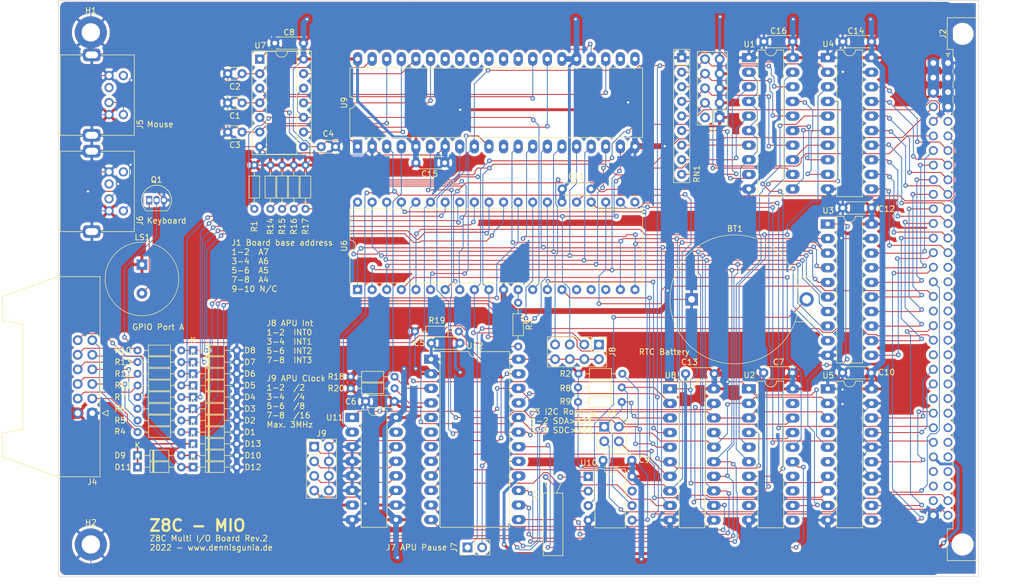
<source format=kicad_pcb>
(kicad_pcb (version 20211014) (generator pcbnew)
  (title_block (rev "2"))
  (layers (0 "F.Cu" signal) (31 "B.Cu" signal) (34 "B.Paste" user) (35 "F.Paste" user) (36 "B.SilkS" user "B.Silkscreen") (37 "F.SilkS" user "F.Silkscreen") (38 "B.Mask" user) (39 "F.Mask" user) (44 "Edge.Cuts" user))
  (net 0 "")
  (net 1 "MSDI")
  (net 2 "GND")
  (net 3 "MSCI")
  (net 4 "KBDI")
  (net 5 "KBCI")
  (net 6 "+5V")
  (net 7 "Net-(D1-Pad1)")
  (net 8 "Net-(D2-Pad1)")
  (net 9 "/A22")
  (net 10 "/A23")
  (net 11 "Net-(J2-Padb26)")
  (net 12 "Net-(J2-Padb27)")
  (net 13 "Net-(J4-Pad3)")
  (net 14 "Net-(J4-Pad4)")
  (net 15 "/MEMAQ")
  (net 16 "/A0")
  (net 17 "/A1")
  (net 18 "/A2")
  (net 19 "/A3")
  (net 20 "/A4")
  (net 21 "/A5")
  (net 22 "/A6")
  (net 23 "/A7")
  (net 24 "/A8")
  (net 25 "/A9")
  (net 26 "/A10")
  (net 27 "/A11")
  (net 28 "/A12")
  (net 29 "/A13")
  (net 30 "/A14")
  (net 31 "/A15")
  (net 32 "/~{BUSREQ}")
  (net 33 "/~{BUSACK}")
  (net 34 "/A16")
  (net 35 "/A17")
  (net 36 "/A18")
  (net 37 "/A19")
  (net 38 "/A20")
  (net 39 "/A21")
  (net 40 "/~{INT0}")
  (net 41 "/~{INT1}")
  (net 42 "/~{INT2}")
  (net 43 "/D0")
  (net 44 "/D1")
  (net 45 "/D2")
  (net 46 "/D3")
  (net 47 "/D4")
  (net 48 "/D5")
  (net 49 "/D6")
  (net 50 "/D7")
  (net 51 "/~{RESET}")
  (net 52 "/CLK_CPU")
  (net 53 "/~{INT}")
  (net 54 "/~{NMI}")
  (net 55 "/~{M1}")
  (net 56 "/~{WAIT}")
  (net 57 "/~{HALT}")
  (net 58 "/~{RD}")
  (net 59 "/~{WR}")
  (net 60 "/~{MREQ}")
  (net 61 "/~{IOREQ}")
  (net 62 "Net-(J4-Pad5)")
  (net 63 "Net-(J4-Pad6)")
  (net 64 "+12V")
  (net 65 "-12V")
  (net 66 "-5V")
  (net 67 "+3V3")
  (net 68 "Net-(LS1-Pad2)")
  (net 69 "Net-(Q1-Pad2)")
  (net 70 "Net-(J4-Pad7)")
  (net 71 "Net-(RN1-Pad7)")
  (net 72 "Net-(RN1-Pad8)")
  (net 73 "Net-(RN1-Pad9)")
  (net 74 "Net-(U1-Pad19)")
  (net 75 "/~{#IOREQ}")
  (net 76 "/~{#RD}")
  (net 77 "/~{#WR}")
  (net 80 "BUSDIR")
  (net 83 "Net-(J4-Pad8)")
  (net 84 "Net-(U2-Pad16)")
  (net 85 "Net-(J4-Pad9)")
  (net 86 "/CS_PS2")
  (net 87 "/BOARD_CS")
  (net 88 "/#D0")
  (net 89 "/#D1")
  (net 90 "/#D2")
  (net 91 "/#D3")
  (net 92 "/#D4")
  (net 93 "/#D5")
  (net 94 "/#D6")
  (net 95 "/#D7")
  (net 96 "/#A0")
  (net 97 "/#A1")
  (net 98 "/#A2")
  (net 99 "/#A3")
  (net 100 "/#A4")
  (net 101 "/#A5")
  (net 102 "/#A6")
  (net 103 "/#A7")
  (net 104 "/~{INT3}")
  (net 105 "Net-(J4-Pad10)")
  (net 106 "Net-(U6-Pad14)")
  (net 112 "/#CLK_CPU")
  (net 113 "/~{#M1}")
  (net 114 "MSCO")
  (net 115 "MSDO")
  (net 116 "KBDO")
  (net 117 "KBCO")
  (net 118 "Net-(U7-Pad11)")
  (net 119 "/~{#RESET}")
  (net 129 "Net-(U10-Pad1)")
  (net 130 "Net-(U10-Pad2)")
  (net 133 "Net-(J1-Pad4)")
  (net 134 "Net-(J1-Pad6)")
  (net 135 "Net-(J1-Pad8)")
  (net 136 "Net-(J1-Pad10)")
  (net 137 "Net-(BT1-Padpos)")
  (net 138 "Net-(D3-Pad1)")
  (net 139 "Net-(D4-Pad1)")
  (net 140 "Net-(D5-Pad1)")
  (net 141 "Net-(D6-Pad1)")
  (net 142 "Net-(D7-Pad1)")
  (net 143 "Net-(D8-Pad1)")
  (net 144 "Net-(D11-Pad1)")
  (net 148 "Net-(R1-Pad2)")
  (net 149 "Net-(R2-Pad2)")
  (net 150 "Net-(R3-Pad1)")
  (net 151 "Net-(R18-Pad2)")
  (net 152 "Net-(R20-Pad2)")
  (net 153 "Net-(J7-Pad2)")
  (net 154 "Net-(J8-Pad2)")
  (net 155 "/CS_FPU")
  (net 156 "/CS_IIC")
  (net 161 "Net-(J9-Pad1)")
  (net 163 "Net-(RN1-Pad6)")
  (net 165 "Net-(U7-Pad13)")
  (net 166 "Net-(J9-Pad2)")
  (net 167 "Net-(J9-Pad3)")
  (net 168 "Net-(J9-Pad5)")
  (net 169 "Net-(J9-Pad7)")
  (net 170 "/I2C_SDA")
  (net 171 "/I2C_SCL")
  (footprint "Diode_THT:D_DO-34_SOD68_P7.62mm_Horizontal" (layer "F.Cu") (at 66.543 109.22)
    (fp_text reference "D8")
    (fp_text value "5.1V")
  )
  (footprint "Capacitor_THT:C_Disc_D3.0mm_W2.0mm_P2.50mm" (layer "F.Cu") (at 75.078011 61.045989 180)
    (fp_text reference "C2")
    (fp_text value "47pF")
  )
  (footprint "Capacitor_THT:C_Disc_D4.3mm_W1.9mm_P5.00mm" (layer "F.Cu") (at 170.856011 55.457989 180)
    (fp_text reference "C16")
    (fp_text value "100nF")
  )
  (footprint "MountingHole:MountingHole_3.2mm_M3_DIN965_Pad" (layer "F.Cu") (at 48.768 143.002)
    (fp_text reference "H2")
    (fp_text value "MountingHole_Pad")
  )
  (footprint "Resistor_THT:R_Axial_DIN0204_L3.6mm_D1.6mm_P7.62mm_Horizontal" (layer "F.Cu") (at 105.156 105.918)
    (fp_text reference "R19")
    (fp_text value "4k7")
  )
  (footprint "Diode_THT:D_DO-34_SOD68_P7.62mm_Horizontal" (layer "F.Cu") (at 66.543 117.348)
    (fp_text reference "D4")
    (fp_text value "5.1V")
  )
  (footprint "Resistor_THT:R_Axial_DIN0204_L3.6mm_D1.6mm_P7.62mm_Horizontal" (layer "F.Cu") (at 64.516 111.252 180)
    (fp_text reference "R13")
    (fp_text value "68")
  )
  (footprint "Package_DIP:DIP-14_W7.62mm_Socket" (layer "F.Cu") (at 78.156011 58.495989)
    (fp_text reference "U7")
    (fp_text value "74LS06")
  )
  (footprint "Resistor_THT:R_Axial_DIN0204_L3.6mm_D1.6mm_P7.62mm_Horizontal" (layer "F.Cu") (at 64.516 121.412 180)
    (fp_text reference "R5")
    (fp_text value "68")
  )
  (footprint "Diode_THT:D_DO-34_SOD68_P7.62mm_Horizontal" (layer "F.Cu") (at 66.543 127.508)
    (fp_text reference "D10")
    (fp_text value "D")
  )
  (footprint "Resistor_THT:R_Axial_DIN0204_L3.6mm_D1.6mm_P7.62mm_Horizontal" (layer "F.Cu") (at 133.604 113.284)
    (fp_text reference "R2")
    (fp_text value "10k")
  )
  (footprint "Resistor_THT:R_Axial_DIN0204_L3.6mm_D1.6mm_P7.62mm_Horizontal" (layer "F.Cu") (at 84.074 84.582 90)
    (fp_text reference "R16")
    (fp_text value "4k7")
  )
  (footprint "Package_DIP:DIP-20_W7.62mm_LongPads" (layer "F.Cu") (at 163.236011 58.251989)
    (fp_text reference "U1")
    (fp_text value "74HC688")
  )
  (footprint "Capacitor_THT:C_Disc_D3.0mm_W2.0mm_P2.50mm" (layer "F.Cu") (at 88.834011 73.745989)
    (fp_text reference "C4")
    (fp_text value "47pF")
  )
  (footprint "Capacitor_THT:C_Disc_D4.3mm_W1.9mm_P5.00mm" (layer "F.Cu") (at 184.572011 55.457989 180)
    (fp_text reference "C14")
    (fp_text value "100nF")
  )
  (footprint "Resistor_THT:R_Axial_DIN0204_L3.6mm_D1.6mm_P7.62mm_Horizontal" (layer "F.Cu") (at 133.518011 118.195989)
    (fp_text reference "R9")
    (fp_text value "R")
  )
  (footprint "Capacitor_THT:C_Disc_D4.3mm_W1.9mm_P5.00mm" (layer "F.Cu") (at 170.816011 113.115989 180)
    (fp_text reference "C7")
    (fp_text value "100nF")
  )
  (footprint "Package_TO_SOT_THT:TO-92_Inline" (layer "F.Cu") (at 58.928 83.058)
    (fp_text reference "Q1")
    (fp_text value "BC548")
  )
  (footprint "Package_DIP:DIP-40_W15.24mm" (layer "F.Cu") (at 95.164011 98.637989 90)
    (fp_text reference "U6")
    (fp_text value "PIO-DIP-40")
  )
  (footprint "Resistor_THT:R_Axial_DIN0204_L3.6mm_D1.6mm_P7.62mm_Horizontal" (layer "F.Cu") (at 64.516 109.22 180)
    (fp_text reference "R10")
    (fp_text value "68")
  )
  (footprint "Resistor_THT:R_Axial_DIN0204_L3.6mm_D1.6mm_P7.62mm_Horizontal" (layer "F.Cu") (at 93.98 113.792)
    (fp_text reference "R18")
    (fp_text value "10k")
  )
  (footprint "Resistor_THT:R_Axial_DIN0204_L3.6mm_D1.6mm_P7.62mm_Horizontal" (layer "F.Cu") (at 64.516 123.444 180)
    (fp_text reference "R4")
    (fp_text value "68")
  )
  (footprint "Connector_PinHeader_2.54mm:PinHeader_2x05_P2.54mm_Vertical" (layer "F.Cu") (at 158.156011 68.660989 180)
    (fp_text reference "J1")
    (fp_text value "Conn_02x05_Odd_Even")
  )
  (footprint "Connector_PinHeader_2.54mm:PinHeader_2x02_P2.54mm_Vertical" (layer "F.Cu") (at 138.085011 122.508989)
    (fp_text reference "J3")
    (fp_text value "Conn_02x02_Top_Bottom" hide)
  )
  (footprint "Resistor_THT:R_Axial_DIN0204_L3.6mm_D1.6mm_P7.62mm_Horizontal" (layer "F.Cu") (at 77.216 76.962 -90)
    (fp_text reference "R1")
    (fp_text value "4k7")
  )
  (footprint "Diode_THT:D_DO-34_SOD68_P7.62mm_Horizontal" (layer "F.Cu") (at 66.543 119.38)
    (fp_text reference "D3")
    (fp_text value "5.1V")
  )
  (footprint "Package_DIP:DIP-16_W7.62mm_LongPads" (layer "F.Cu") (at 94.234 120.904)
    (fp_text reference "U11")
    (fp_text value "74HC161")
  )
  (footprint "Resistor_THT:R_Axial_DIN0204_L3.6mm_D1.6mm_P7.62mm_Horizontal" (layer "F.Cu") (at 123.104011 100.923989 -90)
    (fp_text reference "R3")
    (fp_text value "220")
  )
  (footprint "Capacitor_THT:C_Disc_D3.0mm_W2.0mm_P2.50mm" (layer "F.Cu") (at 75.078011 71.205989 180)
    (fp_text reference "C3")
    (fp_text value "47pF")
  )
  (footprint "Diode_THT:D_DO-34_SOD68_P7.62mm_Horizontal" (layer "F.Cu") (at 66.543 121.412)
    (fp_text reference "D2")
    (fp_text value "5.1V")
  )
  (footprint "Resistor_THT:R_Axial_DIN0204_L3.6mm_D1.6mm_P7.62mm_Horizontal" (layer "F.Cu") (at 64.516 119.38 180)
    (fp_text reference "R6")
    (fp_text value "68")
  )
  (footprint "Package_DIP:DIP-20_W7.62mm_LongPads" (layer "F.Cu") (at 176.952011 87.207989)
    (fp_text reference "U3")
    (fp_text value "74HC245")
  )
  (footprint "Diode_THT:D_DO-34_SOD68_P7.62mm_Horizontal" (layer "F.Cu") (at 66.543 115.316)
    (fp_text reference "D5")
    (fp_text value "5.1V")
  )
  (footprint "Resistor_THT:R_Array_SIP9" (layer "F.Cu") (at 151.552011 58.236989 -90)
    (fp_text reference "RN1")
    (fp_text value "R_Network08")
  )
  (footprint "Package_DIP:DIP-8_W7.62mm" (layer "F.Cu") (at 135.296011 131.159989)
    (fp_text reference "U10")
    (fp_text value "DS1307+")
  )
  (footprint "w_conn_av:PS2" (layer "F.Cu") (at 43.429 88.529 90)
    (fp_text reference "J6")
    (fp_text value "Mini-DIN-6")
  )
  (footprint "Diode_THT:D_DO-34_SOD68_P7.62mm_Horizontal" (layer "F.Cu") (at 66.543 123.444)
    (fp_text reference "D1")
    (fp_text value "5.1V")
  )
  (footprint "Resistor_THT:R_Axial_DIN0204_L3.6mm_D1.6mm_P7.62mm_Horizontal" (layer "F.Cu") (at 86.106 84.582 90)
    (fp_text reference "R17")
    (fp_text value "4k7")
  )
  (footprint "Package_DIP:DIP-20_W7.62mm_LongPads" (layer "F.Cu") (at 176.952011 58.251989)
    (fp_text reference "U4")
    (fp_text value "74HC245")
  )
  (footprint "Connector_PinHeader_2.54mm:PinHeader_2x04_P2.54mm_Vertical" (layer "F.Cu") (at 87.625 125.994)
    (fp_text reference "J9")
    (fp_text value "Conn_02x04_Odd_Even")
  )
  (footprint "Diode_THT:D_DO-34_SOD68_P7.62mm_Horizontal" (layer "F.Cu") (at 56.891 127.508)
    (fp_text reference "D9")
    (fp_text value "D")
  )
  (footprint "digikey-footprints:Piezo_Transducer_THT_PS1240P02BT" (layer "F.Cu") (at 57.658 94.274)
    (fp_text reference "LS1")
    (fp_text value "Speaker")
  )
  (footprint "Crystal:Crystal_AT310_D3.0mm_L10.0mm_Horizontal" (layer "F.Cu") (at 127.900011 131.257989)
    (fp_text reference "Y1")
    (fp_text value "32.768 kHz")
  )
  (footprint "Package_DIP:DIP-40_W15.24mm_LongPads" (layer "F.Cu") (at 95.164011 73.720989 90)
    (fp_text reference "U9")
    (fp_text value "8048")
  )
  (footprint "MountingHole:MountingHole_3.2mm_M3_DIN965_Pad" (layer "F.Cu") (at 48.768 53.848)
    (fp_text reference "H1")
    (fp_text value "MountingHole_Pad")
  )
  (footprint "Capacitor_THT:C_Disc_D4.3mm_W1.9mm_P5.00mm" (layer "F.Cu") (at 112.99 107.95 180)
    (fp_text reference "C5")
    (fp_text value "100nF")
  )
  (footprint "Package_DIP:DIP-20_W7.62mm_LongPads" (layer "F.Cu") (at 176.952011 115.904989)
    (fp_text reference "U5")
    (fp_text value "74HC245")
  )
  (footprint "Diode_THT:D_DO-34_SOD68_P7.62mm_Horizontal" (layer "F.Cu") (at 66.543 111.252)
    (fp_text reference "D7")
    (fp_text value "5.1V")
  )
  (footprint "Connector_DIN:DIN41612_Q_2x32_Male_Horizontal_THT" (layer "F.Cu") (at 197.866 59.182 -90)
    (fp_text reference "J2")
    (fp_text value "Conn_02x32_Row_Letter_First")
  )
  (footprint "Diode_THT:D_DO-34_SOD68_P7.62mm_Horizontal" (layer "F.Cu") (at 66.543 113.284)
    (fp_text reference "D6")
    (fp_text value "5.1V")
  )
  (footprint "Diode_THT:D_DO-34_SOD68_P7.62mm_Horizontal" (layer "F.Cu") (at 66.543 125.476)
    (fp_text reference "D13")
    (fp_text value "5.1V")
  )
  (footprint "Capacitor_THT:C_Disc_D4.3mm_W1.9mm_P5.00mm" (layer "F.Cu") (at 105.324011 76.539989)
    (fp_text reference "C15")
    (fp_text value "100nF")
  )
  (footprint "Resistor_THT:R_Axial_DIN0204_L3.6mm_D1.6mm_P7.62mm_Horizontal" (layer "F.Cu") (at 93.98 115.824)
    (fp_text reference "R20")
    (fp_text value "10k")
  )
  (footprint "Connector_PinHeader_2.54mm:PinHeader_2x04_P2.54mm_Vertical" (layer "F.Cu") (at 137.15 108.199 -90)
    (fp_text reference "J8")
    (fp_text value "Conn_02x04_Odd_Even")
  )
  (footprint "Capacitor_THT:C_Disc_D4.3mm_W1.9mm_P5.00mm" (layer "F.Cu") (at 184.532011 113.115989 180)
    (fp_text reference "C10")
    (fp_text value "100nF")
  )
  (footprint "Capacitor_THT:C_Disc_D4.3mm_W1.9mm_P5.00mm" (layer "F.Cu") (at 130.764011 81.111989)
    (fp_text reference "C11")
    (fp_text value "100nF")
  )
  (footprint "Connector_PinHeader_2.54mm:PinHeader_1x02_P2.54mm_Vertical" (layer "F.Cu") (at 114.3 143.51 90)
    (fp_text reference "J7")
    (fp_text value "Jumper_2_Bridged")
  )
  (footprint "Capacitor_THT:C_Disc_D4.3mm_W1.9mm_P5.00mm" (layer "F.Cu") (at 157.226 113.284 180)
    (fp_text reference "C13")
    (fp_text value "100nF")
  )
  (footprint "Capacitor_THT:C_Disc_D4.3mm_W1.9mm_P5.00mm" (layer "F.Cu") (at 101.56 118.11 180)
    (fp_text reference "C6")
    (fp_text value "100nF")
  )
  (footprint "Capacitor_THT:C_Disc_D4.3mm_W1.9mm_P5.00mm" (layer "F.Cu") (at 142.876011 128.355989 180)
    (fp_text reference "C9")
    (fp_text value "100nF")
  )
  (footprint "Resistor_THT:R_Axial_DIN0204_L3.6mm_D1.6mm_P7.62mm_Horizontal" (layer "F.Cu") (at 80.01 84.582 90)
    (fp_text reference "R14")
    (fp_text value "4k7")
  )
  (footprint "Resistor_THT:R_Axial_DIN0204_L3.6mm_D1.6mm_P7.62mm_Horizontal" (layer "F.Cu") (at 64.516 113.284 180)
    (fp_text reference "R12")
    (fp_text value "68")
  )
  (footprint "digikey-footprints:Battery_Holder_Coin_2032_BS-7" (layer "F.Cu") (at 153.2763 100.33)
    (fp_text reference "BT1")
    (fp_text value "3V")
  )
  (footprint "Capacitor_THT:C_Disc_D4.3mm_W1.9mm_P5.00mm" (layer "F.Cu") (at 85.766011 55.711989 180)
    (fp_text reference "C8")
    (fp_text value "100nF")
  )
  (footprint "Capacitor_THT:C_Disc_D4.3mm_W1.9mm_P5.00mm" (layer "F.Cu") (at 184.572011 84.413989 180)
    (fp_text reference "C12")
    (fp_text value "100nF")
  )
  (footprint "Resistor_THT:R_Axial_DIN0204_L3.6mm_D1.6mm_P7.62mm_Horizontal" (layer "F.Cu") (at 82.042 84.582 90)
    (fp_text reference "R15")
    (fp_text value "4k7")
  )
  (footprint "Connector_IDC:IDC-Header_2x06_P2.54mm_Latch_Horizontal" (layer "F.Cu") (at 49.022 120.142 180)
    (fp_text reference "J4")
    (fp_text value "Conn_02x06_Odd_Even")
  )
  (footprint "Resistor_THT:R_Axial_DIN0204_L3.6mm_D1.6mm_P7.62mm_Horizontal" (layer "F.Cu") (at 64.516 115.316 180)
    (fp_text reference "R11")
    (fp_text value "68")
  )
  (footprint "Package_DIP:DIP-24_W15.24mm_LongPads" (layer "F.Cu") (at 107.95 110.744)
    (fp_text reference "U12")
    (fp_text value "Am9511A")
  )
  (footprint "Package_DIP:DIP-20_W7.62mm_LongPads" (layer "F.Cu") (at 163.236011 115.904989)
    (fp_text reference "U2")
    (fp_text value "GAL16V8")
  )
  (footprint "Diode_THT:D_DO-34_SOD68_P7.62mm_Horizontal" (layer "F.Cu") (at 56.896 129.54)
    (fp_text reference "D11")
    (fp_text value "D")
  )
  (footprint "Resistor_THT:R_Axial_DIN0204_L3.6mm_D1.6mm_P7.62mm_Horizontal" (layer "F.Cu") (at 133.518011 115.655989)
    (fp_text reference "R8")
    (fp_text value "R")
  )
  (footprint "Diode_THT:D_DO-34_SOD68_P7.62mm_Horizontal" (layer "F.Cu") (at 66.548 129.54)
    (fp_text reference "D12")
    (fp_text value "D")
  )
  (footprint "w_conn_av:PS2" (layer "F.Cu") (at 43.429 71.765 90)
    (fp_text reference "J5")
    (fp_text value "Mini-DIN-6")
  )
  (footprint "Package_DIP:DIP-20_W7.62mm_LongPads" (layer "F.Cu") (at 149.520011 115.904989)
    (fp_text reference "U8")
    (fp_text value "PCF8584")
  )
  (footprint "Resistor_THT:R_Axial_DIN0204_L3.6mm_D1.6mm_P7.62mm_Horizontal" (layer "F.Cu") (at 64.516 117.348 180)
    (fp_text reference "R7")
    (fp_text value "68")
  )
  (footprint "Capacitor_THT:C_Disc_D3.0mm_W2.0mm_P2.50mm" (layer "F.Cu") (at 75.078011 66.125989 180)
    (fp_text reference "C1")
    (fp_text value "47pF")
  )
  (gr_line (start 43.18 148.59) (end 203.2 148.59) (layer "Edge.Cuts") (width 0.1))
  (gr_line (start 43.18 48.26) (end 43.18 148.59) (layer "Edge.Cuts") (width 0.1))
  (gr_line (start 203.2 148.59) (end 203.2 48.26) (layer "Edge.Cuts") (width 0.1))
  (gr_line (start 203.2 48.26) (end 43.18 48.26) (layer "Edge.Cuts") (width 0.1))
  (gr_text "J7 APU Pause" (at 105.41 143.51) (layer "F.SilkS") (effects (font (size 1 1))))
  (gr_text "J9 APU Clock\n1-2  /2\n3-4  /4\n5-6  /8\n7-8  /16\nMax. 3MHz" (at 79.248 118.11) (layer "F.SilkS") (effects (font (size 1 1)) (justify left)))
  (gr_text "Mouse" (at 58.42 69.85) (layer "F.SilkS") (effects (font (size 1 1)) (justify left)))
  (gr_text "J1 Board base address\n1-2  A7\n3-4  A6\n5-6  A5\n7-8  A4\n9-10 N/C" (at 73.152 94.488) (layer "F.SilkS") (effects (font (size 1 1)) (justify left)))
  (gr_text "RTC Battery" (at 144.018 109.474) (layer "F.SilkS") (effects (font (size 1 1)) (justify left)))
  (gr_text "GPIO Port A" (at 55.88 105.156) (layer "F.SilkS") (effects (font (size 1 1)) (justify left)))
  (gr_text "J3 I2C Routing\n1-2 SDA>A23\n3-4 SDC>A22" (at 125.136011 121.497989) (layer "F.SilkS") (effects (font (size 1 1)) (justify left)))
  (gr_text "Keyboard" (at 58.42 86.614) (layer "F.SilkS") (effects (font (size 1 1)) (justify left)))
  (gr_text "J8 APU Int\n1-2  INT0\n3-4  INT1\n5-6  INT2\n7-8  INT3" (at 79.248 107.696) (layer "F.SilkS") (effects (font (size 1 1)) (justify left)))
  (gr_text "Z8C Multi I/O Board Rev.2\n2022 - www.dennisgunia.de" (at 58.928 142.748) (layer "F.SilkS") (effects (font (size 1 1)) (justify left)))
  (gr_text "Z8C - MIO" (at 67.31 139.7) (layer "F.SilkS") (effects (font (size 2 2) (thickness 0.4))))
  (segment (start 75.078011 66.125989) (end 78.146011 66.125989) (width 0.153) (layer "F.Cu") (net 1))
  (segment (start 72.417022 63.465) (end 75.078011 66.125989) (width 0.153) (layer "F.Cu") (net 1))
  (segment (start 78.146011 66.125989) (end 78.156011 66.115989) (width 0.153) (layer "F.Cu") (net 1))
  (segment (start 55.788 63.465) (end 72.417022 63.465) (width 0.153) (layer "F.Cu") (net 1))
  (segment (start 53.188 66.065) (end 55.788 63.465) (width 0.153) (layer "F.Cu") (net 1))
  (segment (start 79.232022 65.039978) (end 125.355989 65.039978) (width 0.153) (layer "F.Cu") (net 1))
  (segment (start 78.156011 66.115989) (end 79.232022 65.039978) (width 0.153) (layer "F.Cu") (net 1))
  (segment (start 51.929 66.065) (end 53.188 66.065) (width 0.153) (layer "F.Cu") (net 1))
  (segment (start 125.355989 65.039978) (end 125.644011 65.328) (width 0.153) (layer "F.Cu") (net 1))
  (via (at 125.644011 65.328) (size 0.8) (drill 0.4) (layers "F.Cu" "B.Cu") (net 1))
  (segment (start 125.644011 65.328) (end 125.644011 58.480989) (width 0.153) (layer "B.Cu") (net 1))
  (segment (start 179.652011 60.791989) (end 179.572011 60.711989) (width 0.153) (layer "F.Cu") (net 2))
  (segment (start 143.485 73.66) (end 143.424011 73.720989) (width 1) (layer "F.Cu") (net 2))
  (segment (start 96.774 136.144) (end 96.52 135.89) (width 0.5) (layer "F.Cu") (net 2))
  (segment (start 120.564011 100.363198) (end 122.562813 102.362) (width 1) (layer "F.Cu") (net 2))
  (segment (start 78.156011 73.735989) (end 79.242022 74.822) (width 0.153) (layer "F.Cu") (net 2))
  (segment (start 179.404989 115.904989) (end 179.532011 116.032011) (width 0.153) (layer "F.Cu") (net 2))
  (segment (start 147.828 102.362) (end 149.098 101.092) (width 1) (layer "F.Cu") (net 2))
  (segment (start 122.562813 102.362) (end 147.828 102.362) (width 1) (layer "F.Cu") (net 2))
  (segment (start 184.572011 118.444989) (end 179.659033 118.444989) (width 0.153) (layer "F.Cu") (net 2))
  (segment (start 184.572011 60.791989) (end 179.652011 60.791989) (width 0.153) (layer "F.Cu") (net 2))
  (segment (start 149.098 101.092) (end 149.098 100.33) (width 1) (layer "F.Cu") (net 2))
  (segment (start 90.258 74.822) (end 91.334011 73.745989) (width 0.153) (layer "F.Cu") (net 2))
  (segment (start 60.169 81.534) (end 48.26 81.534) (width 0.153) (layer "F.Cu") (net 2))
  (segment (start 149.098 100.33) (end 149.098 98.806) (width 1) (layer "F.Cu") (net 2))
  (segment (start 108.927991 75.197009) (end 110.404011 73.720989) (width 0.153) (layer "F.Cu") (net 2))
  (segment (start 140.97 67.31) (end 142.24 66.04) (width 0.5) (layer "F.Cu") (net 2))
  (segment (start 179.659033 118.444989) (end 179.532011 118.572011) (width 0.153) (layer "F.Cu") (net 2))
  (segment (start 179.409989 89.747989) (end 179.324 89.662) (width 0.153) (layer "F.Cu") (net 2))
  (segment (start 79.242022 74.822) (end 90.258 74.822) (width 0.153) (layer "F.Cu") (net 2))
  (segment (start 72.578011 71.205989) (end 75.108011 73.735989) (width 0.153) (layer "F.Cu") (net 2))
  (segment (start 75.108011 73.735989) (end 78.156011 73.735989) (width 0.153) (layer "F.Cu") (net 2))
  (segment (start 61.468 82.833) (end 60.169 81.534) (width 0.153) (layer "F.Cu") (net 2))
  (segment (start 184.572011 89.747989) (end 179.409989 89.747989) (width 0.153) (layer "F.Cu") (net 2))
  (segment (start 97.704011 73.720989) (end 99.180031 75.197009) (width 0.153) (layer "F.Cu") (net 2))
  (segment (start 101.854 136.144) (end 96.774 136.144) (width 0.5) (layer "F.Cu") (net 2))
  (segment (start 99.180031 75.197009) (end 108.927991 75.197009) (width 0.153) (layer "F.Cu") (net 2))
  (segment (start 153.2763 100.33) (end 149.098 100.33) (width 0.153) (layer "F.Cu") (net 2))
  (segment (start 176.952011 115.904989) (end 179.404989 115.904989) (width 0.153) (layer "F.Cu") (net 2))
  (segment (start 120.564011 98.637989) (end 120.564011 100.363198) (width 1) (layer "F.Cu") (net 2))
  (segment (start 61.468 83.058) (end 61.468 82.833) (width 0.153) (layer "F.Cu") (net 2))
  (segment (start 113.03 67.31) (end 140.97 67.31) (width 0.5) (layer "F.Cu") (net 2))
  (segment (start 148.59 73.66) (end 143.485 73.66) (width 1) (layer "F.Cu") (net 2))
  (via (at 148.59 73.66) (size 0.8) (drill 0.4) (layers "F.Cu" "B.Cu") (net 2))
  (via (at 48.26 81.534) (size 0.8) (drill 0.4) (layers "F.Cu" "B.Cu") (net 2))
  (via (at 179.532011 116.032011) (size 0.8) (drill 0.4) (layers "F.Cu" "B.Cu") (net 2))
  (via (at 179.324 89.662) (size 0.8) (drill 0.4) (layers "F.Cu" "B.Cu") (net 2))
  (via (at 179.572011 60.711989) (size 0.8) (drill 0.4) (layers "F.Cu" "B.Cu") (net 2))
  (via (at 149.098 98.806) (size 0.8) (drill 0.4) (layers "F.Cu" "B.Cu") (net 2))
  (via (at 142.24 66.04) (size 0.8) (drill 0.4) (layers "F.Cu" "B.Cu") (net 2))
  (via (at 113.03 67.31) (size 0.8) (drill 0.4) (layers "F.Cu" "B.Cu") (net 2))
  (via (at 96.52 135.89) (size 0.8) (drill 0.4) (layers "F.Cu" "B.Cu") (net 2))
  (via (at 179.532011 118.572011) (size 0.8) (drill 0.4) (layers "F.Cu" "B.Cu") (net 2))
  (segment (start 184.572011 118.644014) (end 184.572011 118.444989) (width 0.153) (layer "B.Cu") (net 2))
  (segment (start 183.095991 129.668969) (end 183.095991 127.541009) (width 0.153) (layer "B.Cu") (net 2))
  (segment (start 74.168 129.54) (end 74.168 147.066) (width 1) (layer "B.Cu") (net 2))
  (segment (start 179.572011 55.457989) (end 179.572011 60.711989) (width 0.5) (layer "B.Cu") (net 2))
  (segment (start 179.532011 136.184989) (end 176.952011 138.764989) (width 0.5) (layer "B.Cu") (net 2))
  (segment (start 80.766011 55.711989) (end 80.766011 71.125989) (width 1) (layer "B.Cu") (net 2))
  (segment (start 109.728 147.32) (end 135.128 147.32) (width 2) (layer "B.Cu") (net 2))
  (segment (start 179.572011 55.631989) (end 176.952011 58.251989) (width 0.5) (layer "B.Cu") (net 2))
  (segment (start 44.484 68.165) (end 44.432489 68.216511) (width 0.153) (layer "B.Cu") (net 2))
  (segment (start 74.163 115.316) (end 74.163 117.348) (width 1) (layer "B.Cu") (net 2))
  (segment (start 135.764011 81.111989) (end 136.033011 81.111989) (width 1) (layer "B.Cu") (net 2))
  (segment (start 74.163 125.476) (end 74.163 127.508) (width 1) (layer "B.Cu") (net 2))
  (segment (start 179.572011 49.789989) (end 179.832 49.53) (width 0.5) (layer "B.Cu") (net 2))
  (segment (start 143.338022 66.04) (end 143.424011 65.954011) (width 0.5) (layer "B.Cu") (net 2))
  (segment (start 74.163 117.348) (end 74.163 119.38) (width 1) (layer "B.Cu") (net 2))
  (segment (start 44.432489 71.137511) (end 44.432489 74.912489) (width 2) (layer "B.Cu") (net 2))
  (segment (start 152.226 113.284) (end 152.226 136.059) (width 0.5) (layer "B.Cu") (net 2))
  (segment (start 177.546 147.32) (end 195.326 147.32) (width 2) (layer "B.Cu") (net 2))
  (segment (start 96.228 75.197) (end 97.704011 73.720989) (width 0.153) (layer "B.Cu") (net 2))
  (segment (start 179.324 89.662) (end 179.572011 89.413989) (width 0.153) (layer "B.Cu") (net 2))
  (segment (start 74.168 147.066) (end 74.422 147.32) (width 1) (layer "B.Cu") (net 2))
  (segment (start 146.558 58.928) (end 146.558 50.038) (width 1) (layer "B.Cu") (net 2))
  (segment (start 80.766011 49.789989) (end 81.026 49.53) (width 1) (layer "B.Cu") (net 2))
  (segment (start 143.424011 73.720989) (end 143.424011 65.954011) (width 1) (layer "B.Cu") (net 2))
  (segment (start 51.929 84.929) (end 44.507978 84.929) (width 0.153) (layer "B.Cu") (net 2))
  (segment (start 110.404011 73.720989) (end 110.404011 69.935989) (width 0.5) (layer "B.Cu") (net 2))
  (segment (start 179.572011 60.711989) (end 179.572011 84.413989) (width 0.5) (layer "B.Cu") (net 2))
  (segment (start 44.821 88.529) (end 44.432489 88.917511) (width 0.5) (layer "B.Cu") (net 2))
  (segment (start 152.226 136.059) (end 149.520011 138.764989) (width 0.5) (layer "B.Cu") (net 2))
  (segment (start 95.88352 137.03448) (end 94.234 138.684) (width 0.5) (layer "B.Cu") (net 2))
  (segment (start 179.532011 112.647989) (end 176.952011 110.067989) (width 0.5) (layer "B.Cu") (net 2))
  (segment (start 107.99 107.95) (end 107.99 110.704) (width 0.5) (layer "B.Cu") (net 2))
  (segment (start 195.326 147.32) (end 195.326 137.922) (width 2) (layer "B.Cu") (net 2))
  (segment (start 149.520011 146.980011) (end 149.86 147.32) (width 1) (layer "B.Cu") (net 2))
  (segment (start 179.532011 113.115989) (end 179.532011 116.032011) (width 0.5) (layer "B.Cu") (net 2))
  (segment (start 179.532011 118.572011) (end 179.532011 136.184989) (width 0.5) (layer "B.Cu") (net 2))
  (segment (start 96.52 135.89) (end 95.88352 135.25352) (width 0.5) (layer "B.Cu") (net 2))
  (segment (start 81.026 49.53) (end 49.022 49.53) (width 2) (layer "B.Cu") (net 2))
  (segment (start 74.163 113.284) (end 74.163 115.316) (width 1) (layer "B.Cu") (net 2))
  (segment (start 137.876011 128.355989) (end 137.876011 136.199989) (width 1) (layer "B.Cu") (net 2))
  (segment (start 179.532011 113.115989) (end 179.532011 112.647989) (width 0.5) (layer "B.Cu") (net 2))
  (segment (start 165.856011 55.631989) (end 163.236011 58.251989) (width 0.5) (layer "B.Cu") (net 2))
  (segment (start 197.731479 59.047479) (end 197.731479 49.649479) (width 2) (layer "B.Cu") (net 2))
  (segment (start 197.612 49.53) (end 184.658 49.53) (width 2) (layer "B.Cu") (net 2))
  (segment (start 165.816011 136.184989) (end 163.236011 138.764989) (width 0.5) (layer "B.Cu") (net 2))
  (segment (start 93.894011 147.151989) (end 93.726 147.32) (width 0.5) (layer "B.Cu") (net 2))
  (segment (start 93.726 147.32) (end 109.728 147.32) (width 2) (layer "B.Cu") (net 2))
  (segment (start 170.942 49.53) (end 166.116 49.53) (width 2) (layer "B.Cu") (net 2))
  (segment (start 44.517978 78.129) (end 44.432489 78.214489) (width 1.5) (layer "B.Cu") (net 2))
  (segment (start 176.952011 146.726011) (end 177.546 147.32) (width 1) (layer "B.Cu") (net 2))
  (segment (start 74.163 119.38) (end 74.163 121.412) (width 1) (layer "B.Cu") (net 2))
  (segment (start 149.520011 138.764989) (end 149.520011 146.980011) (width 1) (layer "B.Cu") (net 2))
  (segment (start 74.163 127.508) (end 74.163 129.535) (width 1) (layer "B.Cu") (net 2))
  (segment (start 44.432489 58.402489) (end 44.432489 61.958489) (width 2) (layer "B.Cu") (net 2))
  (segment (start 197.866 61.722) (end 197.866 64.262) (width 2) (layer "B.Cu") (net 2))
  (segment (start 149.86 147.32) (end 163.068 147.32) (width 2) (layer "B.Cu") (net 2))
  (segment (start 95.88352 135.25352) (end 95.88352 137.03448) (width 0.5) (layer "B.Cu") (net 2))
  (segment (start 179.572011 84.413989) (end 179.572011 88.894011) (width 0.5) (layer "B.Cu") (net 2))
  (segment (start 163.236011 138.764989) (end 163.236011 147.151989) (width 1) (layer "B.Cu") (net 2))
  (segment (start 197.866 59.182) (end 197.866 61.722) (width 2) (layer "B.Cu") (net 2))
  (segment (start 44.432489 49.547511) (end 44.432489 58.402489) (width 2) (layer "B.Cu") (net 2))
  (segment (start 48.929 88.529) (end 44.821 88.529) (width 0.5) (layer "B.Cu") (net 2))
  (segment (start 152.146 49.53) (end 146.05 49.53) (width 2) (layer "B.Cu") (net 2))
  (segment (start 149.349522 98.554478) (end 149.349522 74.419522) (width 1) (layer "B.Cu") (net 2))
  (segment (start 179.572011 89.413989) (end 179.572011 88.894011) (width 0.153) (layer "B.Cu") (net 2))
  (segment (start 44.432489 74.912489) (end 44.432489 78.214489) (width 2) (layer "B.Cu") (net 2))
  (segment (start 94.234 128.524) (end 94.234 125.984) (width 0.5) (layer "B.Cu") (net 2))
  (segment (start 142.24 66.04) (end 143.338022 66.04) (width 0.5) (layer "B.Cu") (net 2))
  (segment (start 44.45 49.53) (end 44.432489 49.547511) (width 2) (layer "B.Cu") (net 2))
  (segment (start 44.432489 147.302489) (end 44.45 147.32) (width 2) (layer "B.Cu") (net 2))
  (segment (start 183.095991 127.541009) (end 184.572011 126.064989) (width 0.153) (layer "B.Cu") (net 2))
  (segment (start 44.432489 88.917511) (end 44.432489 123.207511) (width 2) (layer "B.Cu") (net 2))
  (segment (start 165.816011 113.115989) (end 165.816011 136.184989) (width 0.5) (layer "B.Cu") (net 2))
  (segment (start 179.572011 107.447989) (end 176.952011 110.067989) (width 0.5) (layer "B.Cu") (net 2))
  (segment (start 48.768 53.848) (end 48.768 49.784) (width 0.153) (layer "B.Cu") (net 2))
  (segment (start 72.578011 71.205989) (end 72.578011 66.125989) (width 0.153) (layer "B.Cu") (net 2))
  (segment (start 94.234 133.604) (end 95.88352 135.25352) (width 0.5) (layer "B.Cu") (net 2))
  (segment (start 137.876011 136.199989) (end 135.296011 138.779989) (width 1) (layer "B.Cu") (net 2))
  (segment (start 74.163 123.444) (end 74.163 125.476) (width 1) (layer "B.Cu") (net 2))
  (segment (start 49.022 120.142) (end 49.022 122.428) (width 2) (layer "B.Cu") (net 2))
  (segment (start 184.658 49.53) (end 179.832 49.53) (width 2) (layer "B.Cu") (net 2))
  (segment (start 80.766011 71.125989) (end 78.156011 73.735989) (width 1) (layer "B.Cu") (net 2))
  (segment (start 197.866 64.262) (end 197.866 66.802) (width 2) (layer "B.Cu") (net 2))
  (segment (start 143.424011 65.954011) (end 143.424011 62.061989) (width 1) (layer "B.Cu") (net 2))
  (segment (start 80.766011 55.711989) (end 80.766011 49.789989) (width 1) (layer "B.Cu") (net 2))
  (segment (start 44.432489 78.214489) (end 44.432489 84.853511) (width 2) (layer "B.Cu") (net 2))
  (segment (start 151.552011 50.123989) (end 152.146 49.53) (width 1) (layer "B.Cu") (net 2))
  (segment (start 179.532011 116.032011) (end 179.532011 118.572011) (width 0.5) (layer "B.Cu") (net 2))
  (segment (start 74.163 121.412) (end 74.163 123.444) (width 1) (layer "B.Cu") (net 2))
  (segment (start 94.234 133.604) (end 94.234 131.064) (width 0.5) (layer "B.Cu") (net 2))
  (segment (start 45.069978 57.765) (end 44.432489 58.402489) (width 0.5) (layer "B.Cu") (net 2))
  (segment (start 74.422 147.32) (end 93.726 147.32) (width 2) (layer "B.Cu") (net 2))
  (segment (start 48.768 147.066) (end 48.514 147.32) (width 0.153) (layer "B.Cu") (net 2))
  (segment (start 110.404011 69.935989) (end 113.03 67.31) (width 0.5) (layer "B.Cu") (net 2))
  (segment (start 165.856011 78.491989) (end 165.856011 55.457989) (width 0.5) (layer "B.Cu") (net 2))
  (segment (start 107.95 110.744) (end 109.84952 112.64352) (width 1) (layer "B.Cu") (net 2))
  (segment (start 163.236011 81.111989) (end 165.856011 78.491989) (width 0.5) (layer "B.Cu") (net 2))
  (segment (start 136.033011 81.111989) (end 143.424011 73.720989) (width 1) (layer "B.Cu") (net 2))
  (segment (start 45.059978 71.765) (end 44.432489 71.137511) (width 0.5) (layer "B.Cu") (net 2))
  (segment (start 151.552011 58.236989) (end 151.552011 50.123989) (width 1) (layer "B.Cu") (net 2))
  (segment (start 146.558 50.038) (end 146.05 49.53) (width 1) (layer "B.Cu") (net 2))
  (segment (start 176.952011 81.793989) (end 179.572011 84.413989) (width 0.5) (layer "B.Cu") (net 2))
  (segment (start 197.731479 49.649479) (end 197.612 49.53) (width 2) (layer "B.Cu") (net 2))
  (segment (start 110.324011 76.539989) (end 110.324011 73.800989) (width 1) (layer "B.Cu") (net 2))
  (segment (start 149.349522 74.419522) (end 148.59 73.66) (width 1) (layer "B.Cu") (net 2))
  (segment (start 48.929 74.529) (end 48.545511 74.912489) (width 0.5) (layer "B.Cu") (net 2))
  (segment (start 197.866 59.182) (end 197.731479 59.047479) (width 2) (layer "B.Cu") (net 2))
  (segment (start 135.296011 147.151989) (end 135.128 147.32) (width 1) (layer "B.Cu") (net 2))
  (segment (start 91.334011 73.745989) (end 92.785022 75.197) (width 0.153) (layer "B.Cu") (net 2))
  (segment (start 94.234 146.812) (end 93.726 147.32) (width 1) (layer "B.Cu") (net 2))
  (segment (start 48.242489 123.207511) (end 44.432489 123.207511) (width 2) (layer "B.Cu") (net 2))
  (segment (start 94.234 125.984) (end 96.56 123.658) (width 0.5) (layer "B.Cu") (net 2))
  (segment (start 163.068 147.32) (end 177.546 147.32) (width 2) (layer "B.Cu") (net 2))
  (segment (start 176.952011 81.111989) (end 176.952011 81.793989) (width 0.5) (layer "B.Cu") (net 2))
  (segment (start 94.234 131.064) (end 94.234 128.524) (width 0.5) (layer "B.Cu") (net 2))
  (segment (start 74.163 109.22) (end 74.163 111.252) (width 1) (layer "B.Cu") (net 2))
  (segment (start 183.095991 124.588969) (end 183.095991 120.120034) (width 0.153) (layer "B.Cu") (net 2))
  (segment (start 143.424011 62.061989) (end 146.558 58.928) (width 1) (layer "B.Cu") (net 2))
  (segment (start 176.952011 138.764989) (end 176.952011 146.726011) (width 1) (layer "B.Cu") (net 2))
  (segment (start 184.572011 49.615989) (end 184.658 49.53) (width 1) (layer "B.Cu") (net 2))
  (segment (start 92.785022 75.197) (end 96.228 75.197) (width 0.153) (layer "B.Cu") (net 2))
  (segment (start 48.768 49.784) (end 49.022 49.53) (width 0.153) (layer "B.Cu") (net 2))
  (segment (start 48.545511 74.912489) (end 44.432489 74.912489) (width 0.5) (layer "B.Cu") (net 2))
  (segment (start 49.022 122.428) (end 48.242489 123.207511) (width 2) (layer "B.Cu") (net 2))
  (segment (start 96.56 123.658) (end 96.56 118.11) (width 0.5) (layer "B.Cu") (net 2))
  (segment (start 149.098 98.806) (end 149.349522 98.554478) (width 1) (layer "B.Cu") (net 2))
  (segment (start 48.929 57.765) (end 45.069978 57.765) (width 0.5) (layer "B.Cu") (net 2))
  (segment (start 48.514 147.32) (end 74.422 147.32) (width 2) (layer "B.Cu") (net 2))
  (segment (start 184.572011 126.064989) (end 183.095991 124.588969) (width 0.153) (layer "B.Cu") (net 2))
  (segment (start 74.163 111.252) (end 74.163 113.284) (width 1) (layer "B.Cu") (net 2))
  (segment (start 44.432489 84.853511) (end 44.432489 88.917511) (width 2) (layer "B.Cu") (net 2))
  (segment (start 44.507978 84.929) (end 44.432489 84.853511) (width 0.153) (layer "B.Cu") (net 2))
  (segment (start 165.856011 55.457989) (end 165.856011 49.789989) (width 0.5) (layer "B.Cu") (net 2))
  (segment (start 165.856011 49.789989) (end 166.116 49.53) (width 0.5) (layer "B.Cu") (net 2))
  (segment (start 110.324011 73.800989) (end 110.404011 73.720989) (width 1) (layer "B.Cu") (net 2))
  (segment (start 49.022 49.53) (end 44.45 49.53) (width 2) (layer "B.Cu") (net 2))
  (segment (start 107.99 110.704) (end 107.95 110.744) (width 0.5) (layer "B.Cu") (net 2))
  (segment (start 146.05 49.53) (end 81.026 49.53) (width 2) (layer "B.Cu") (net 2))
  (segment (start 51.929 68.165) (end 44.484 68.165) (width 0.153) (layer "B.Cu") (net 2))
  (segment (start 179.832 49.53) (end 170.942 49.53) (width 2) (layer "B.Cu") (net 2))
  (segment (start 109.84952 112.64352) (end 109.84952 147.19848) (width 1) (layer "B.Cu") (net 2))
  (segment (start 135.128 147.32) (end 149.86 147.32) (width 2) (layer "B.Cu") (net 2))
  (segment (start 48.929 71.765) (end 45.059978 71.765) (width 0.5) (layer "B.Cu") (net 2))
  (segment (start 44.432489 123.207511) (end 44.432489 147.302489) (width 2) (layer "B.Cu") (net 2))
  (segment (start 94.234 138.684) (end 94.234 146.812) (width 1) (layer "B.Cu") (net 2))
  (segment (start 44.432489 61.958489) (end 44.432489 68.216511) (width 2) (layer "B.Cu") (net 2))
  (segment (start 44.432489 68.216511) (end 44.432489 71.137511) (width 2) (layer "B.Cu") (net 2))
  (segment (start 135.296011 138.779989) (end 135.296011 147.151989) (width 1) (layer "B.Cu") (net 2))
  (segment (start 109.84952 147.19848) (end 109.728 147.32) (width 1) (layer "B.Cu") (net 2))
  (segment (start 74.163 129.535) (end 74.168 129.54) (width 1) (layer "B.Cu") (net 2))
  (segment (start 163.236011 147.151989) (end 163.068 147.32) (width 1) (layer "B.Cu") (net 2))
  (segment (start 179.572011 55.457989) (end 179.572011 49.789989) (width 0.5) (layer "B.Cu") (net 2))
  (segment (start 166.116 49.53) (end 152.146 49.53) (width 2) (layer "B.Cu") (net 2))
  (segment (start 184.572011 131.144989) (end 183.095991 129.668969) (width 0.153) (layer "B.Cu") (net 2))
  (segment (start 170.856011 49.615989) (end 170.942 49.53) (width 1) (layer "B.Cu") (net 2))
  (segment (start 179.572011 88.894011) (end 179.572011 107.447989) (width 0.5) (layer "B.Cu") (net 2))
  (segment (start 179.572011 55.457989) (end 179.572011 55.631989) (width 0.5) (layer "B.Cu") (net 2))
  (segment (start 72.578011 66.125989) (end 72.578011 61.045989) (width 0.153) (layer "B.Cu") (net 2))
  (segment (start 45.025978 61.365) (end 44.432489 61.958489) (width 1.5) (layer "B.Cu") (net 2))
  (segment (start 44.45 147.32) (end 48.514 147.32) (width 2) (layer "B.Cu") (net 2))
  (segment (start 183.095991 120.120034) (end 184.572011 118.644014) (width 0.153) (layer "B.Cu") (net 2))
  (segment (start 48.768 143.002) (end 48.768 147.066) (width 0.153) (layer "B.Cu") (net 2))
  (segment (start 165.856011 55.457989) (end 165.856011 55.631989) (width 0.5) (layer "B.Cu") (net 2))
  (segment (start 96.225022 59.959978) (end 79.232022 59.959978) (width 0.153) (layer "F.Cu") (net 3))
  (segment (start 73.959001 62.164999) (end 75.078011 61.045989) (width 0.153) (layer "F.Cu") (net 3))
  (segment (start 97.704011 58.480989) (end 96.225022 59.959978) (width 0.153) (layer "F.Cu") (net 3))
  (segment (start 75.078011 61.045989) (end 78.146011 61.045989) (width 0.153) (layer "F.Cu") (net 3))
  (segment (start 55.814999 62.164999) (end 73.959001 62.164999) (width 0.153) (layer "F.Cu") (net 3))
  (segment (start 78.146011 61.045989) (end 78.156011 61.035989) (width 0.153) (layer "F.Cu") (net 3))
  (segment (start 79.232022 59.959978) (end 78.156011 61.035989) (width 0.153) (layer "F.Cu") (net 3))
  (via (at 55.814999 62.164999) (size 0.8) (drill 0.4) (layers "F.Cu" "B.Cu") (net 3))
  (segment (start 54.429 68.165) (end 54.429 63.550998) (width 0.153) (layer "B.Cu") (net 3))
  (segment (start 54.429 63.550998) (end 55.814999 62.164999) (width 0.153) (layer "B.Cu") (net 3))
  (segment (start 98.50452 70.119978) (end 98.742542 70.358) (width 0.153) (layer "F.Cu") (net 4))
  (segment (start 62.011 80.229) (end 72.110022 70.129978) (width 0.153) (layer "F.Cu") (net 4))
  (segment (start 74.002 70.129978) (end 75.078011 71.205989) (width 0.153) (layer "F.Cu") (net 4))
  (segment (start 79.232022 70.119978) (end 98.50452 70.119978) (width 0.153) (layer "F.Cu") (net 4))
  (segment (start 78.146011 71.205989) (end 78.156011 71.195989) (width 0.153) (layer "F.Cu") (net 4))
  (segment (start 128.016 70.358) (end 128.184011 70.189989) (width 0.153) (layer "F.Cu") (net 4))
  (segment (start 72.110022 70.129978) (end 74.002 70.129978) (width 0.153) (layer "F.Cu") (net 4))
  (segment (start 98.742542 70.358) (end 128.016 70.358) (width 0.153) (layer "F.Cu") (net 4))
  (segment (start 75.078011 71.205989) (end 78.146011 71.205989) (width 0.153) (layer "F.Cu") (net 4))
  (segment (start 53.502 80.229) (end 62.011 80.229) (width 0.153) (layer "F.Cu") (net 4))
  (segment (start 78.156011 71.195989) (end 79.232022 70.119978) (width 0.153) (layer "F.Cu") (net 4))
  (via (at 53.502 80.229) (size 0.8) (drill 0.4) (layers "F.Cu" "B.Cu") (net 4))
  (via (at 128.184011 70.189989) (size 0.8) (drill 0.4) (layers "F.Cu" "B.Cu") (net 4))
  (segment (start 53.502 81.256) (end 53.502 80.229) (width 0.153) (layer "B.Cu") (net 4))
  (segment (start 51.929 82.829) (end 53.502 81.256) (width 0.153) (layer "B.Cu") (net 4))
  (segment (start 128.184011 70.189989) (end 128.184011 58.480989) (width 0.153) (layer "B.Cu") (net 4))
  (segment (start 89.910022 72.669978) (end 94.113 72.669978) (width 0.153) (layer "F.Cu") (net 5))
  (segment (start 55.6745 76.8835) (end 64.978022 67.579978) (width 0.153) (layer "F.Cu") (net 5))
  (segment (start 83.073978 67.579978) (end 83.312 67.818) (width 0.153) (layer "F.Cu") (net 5))
  (segment (start 64.978022 67.579978) (end 83.073978 67.579978) (width 0.153) (layer "F.Cu") (net 5))
  (segment (start 88.824011 73.735989) (end 88.834011 73.745989) (width 0.153) (layer "F.Cu") (net 5))
  (segment (start 88.834011 73.745989) (end 89.910022 72.669978) (width 0.153) (layer "F.Cu") (net 5))
  (segment (start 94.113 72.669978) (end 95.164011 73.720989) (width 0.153) (layer "F.Cu") (net 5))
  (segment (start 85.776011 73.735989) (end 88.824011 73.735989) (width 0.153) (layer "F.Cu") (net 5))
  (via (at 55.6745 76.8835) (size 0.8) (drill 0.4) (layers "F.Cu" "B.Cu") (net 5))
  (via (at 83.312 67.818) (size 0.8) (drill 0.4) (layers "F.Cu" "B.Cu") (net 5))
  (segment (start 55.505011 77.052989) (end 55.6745 76.8835) (width 0.153) (layer "B.Cu") (net 5))
  (segment (start 83.312 67.818) (end 83.312 71.271978) (width 0.153) (layer "B.Cu") (net 5))
  (segment (start 54.429 84.929) (end 55.505011 83.852989) (width 0.153) (layer "B.Cu") (net 5))
  (segment (start 55.505011 83.852989) (end 55.505011 77.052989) (width 0.153) (layer "B.Cu") (net 5))
  (segment (start 83.312 71.271978) (end 85.776011 73.735989) (width 0.153) (layer "B.Cu") (net 5))
  (segment (start 93.98 113.792) (end 93.98 115.824) (width 1) (layer "F.Cu") (net 6))
  (segment (start 44.432489 68.562489) (end 44.432489 77.995511) (width 2) (layer "F.Cu") (net 6))
  (segment (start 170.688 51.308) (end 170.688 49.53) (width 1) (layer "F.Cu") (net 6))
  (segment (start 177.411381 113.115989) (end 170.816011 113.115989) (width 1) (layer "F.Cu") (net 6))
  (segment (start 105.156 49.53) (end 85.852 49.53) (width 2) (layer "F.Cu") (net 6))
  (segment (start 195.326 59.182) (end 195.326 50.038) (width 2) (layer "F.Cu") (net 6))
  (segment (start 44.68 61.365) (end 44.432489 61.612511) (width 0.153) (layer "F.Cu") (net 6))
  (segment (start 51.929 61.365) (end 44.68 61.365) (width 0.153) (layer "F.Cu") (net 6))
  (segment (start 133.096 51.562) (end 132.842 51.308) (width 1) (layer "F.Cu") (net 6))
  (segment (start 102.108 147.32) (end 144.018 147.32) (width 2) (layer "F.Cu") (net 6))
  (segment (start 132.842 51.308) (end 132.842 49.53) (width 1) (layer "F.Cu") (net 6))
  (segment (start 95.164011 58.480989) (end 85.791011 58.480989) (width 0.5) (layer "F.Cu") (net 6))
  (segment (start 44.432489 119.616489) (end 44.432489 147.302489) (width 2) (layer "F.Cu") (net 6))
  (segment (start 44.45 49.53) (end 44.432489 49.547511) (width 2) (layer "F.Cu") (net 6))
  (segment (start 44.865 84.929) (end 44.432489 85.361511) (width 1.5) (layer "F.Cu") (net 6))
  (segment (start 185.42 49.53) (end 170.688 49.53) (width 2) (layer "F.Cu") (net 6))
  (segment (start 46.482 120.142) (end 44.958 120.142) (width 2) (layer "F.Cu") (net 6))
  (segment (start 170.688 49.53) (end 157.988 49.53) (width 2) (layer "F.Cu") (net 6))
  (segment (start 144.526 145.542) (end 144.526 146.812) (width 1) (layer "F.Cu") (net 6))
  (segment (start 144.526 146.812) (end 144.018 147.32) (width 1) (layer "F.Cu") (net 6))
  (segment (start 44.708978 94.274) (end 44.432489 93.997511) (width 0.153) (layer "F.Cu") (net 6))
  (segment (start 184.532011 113.115989) (end 183.0325 114.6155) (width 1) (layer "F.Cu") (net 6))
  (segment (start 195.326 50.038) (end 194.818 49.53) (width 2) (layer "F.Cu") (net 6))
  (segment (start 184.404 51.562) (end 184.404 50.546) (width 1) (layer "F.Cu") (net 6))
  (segment (start 107.95 113.284) (end 107.058489 112.392489) (width 1) (layer "F.Cu") (net 6))
  (segment (start 105.280489 112.392489) (end 103.253511 112.392489) (width 1) (layer "F.Cu") (net 6))
  (segment (start 158.242 51.1295) (end 158.242 49.784) (width 0.5) (layer "F.Cu") (net 6))
  (segment (start 44.45 147.32) (end 89.662 147.32) (width 2) (layer "F.Cu") (net 6))
  (segment (start 183.0325 114.6155) (end 178.910892 114.6155) (width 1) (layer "F.Cu") (net 6))
  (segment (start 82.042 76.962) (end 84.074 76.962) (width 0.153) (layer "F.Cu") (net 6))
  (segment (start 44.565978 78.129) (end 44.432489 77.995511) (width 0.153) (layer "F.Cu") (net 6))
  (segment (start 77.216 76.962) (end 80.01 76.962) (width 0.153) (layer "F.Cu") (net 6))
  (segment (start 178.910892 114.6155) (end 177.411381 113.115989) (width 1) (layer "F.Cu") (net 6))
  (segment (start 102.108 145.288) (end 102.108 147.32) (width 1) (layer "F.Cu") (net 6))
  (segment (start 144.018 147.32) (end 195.326 147.32) (width 2) (layer "F.Cu") (net 6))
  (segment (start 157.988 49.53) (end 132.842 49.53) (width 2) (layer "F.Cu") (net 6))
  (segment (start 44.432489 77.995511) (end 44.432489 85.361511) (width 2) (layer "F.Cu") (net 6))
  (segment (start 103.253511 112.392489) (end 95.379511 112.392489) (width 1) (layer "F.Cu") (net 6))
  (segment (start 85.852 49.53) (end 44.45 49.53) (width 2) (layer "F.Cu") (net 6))
  (segment (start 44.432489 93.997511) (end 44.432489 119.616489) (width 2) (layer "F.Cu") (net 6))
  (segment (start 44.432489 147.302489) (end 44.45 147.32) (width 2) (layer "F.Cu") (net 6))
  (segment (start 44.432489 49.547511) (end 44.432489 61.612511) (width 2) (layer "F.Cu") (net 6))
  (segment (start 107.058489 112.392489) (end 105.280489 112.392489) (width 1) (layer "F.Cu") (net 6))
  (segment (start 132.842 49.53) (end 105.156 49.53) (width 2) (layer "F.Cu") (net 6))
  (segment (start 169.3165 114.6155) (end 165.194892 114.6155) (width 1) (layer "F.Cu") (net 6))
  (segment (start 51.929 78.129) (end 44.565978 78.129) (width 0.153) (layer "F.Cu") (net 6))
  (segment (start 184.404 50.546) (end 185.42 49.53) (width 1) (layer "F.Cu") (net 6))
  (segment (start 163.863392 113.284) (end 157.226 113.284) (width 1) (layer "F.Cu") (net 6))
  (segment (start 44.432489 61.612511) (end 44.432489 68.562489) (width 2) (layer "F.Cu") (net 6))
  (segment (start 134.38548 129.731458) (end 141.48748 129.731458) (width 0.153) (layer "F.Cu") (net 6))
  (segment (start 89.662 147.32) (end 102.108 147.32) (width 2) (layer "F.Cu") (net 6))
  (segment (start 165.194892 114.6155) (end 163.863392 113.284) (width 1) (layer "F.Cu") (net 6))
  (segment (start 194.818 49.53) (end 185.42 49.53) (width 2) (layer "F.Cu") (net 6))
  (segment (start 57.658 94.274) (end 44.708978 94.274) (width 0.153) (layer "F.Cu") (net 6))
  (segment (start 44.432489 85.361511) (end 44.432489 93.997511) (width 2) (layer "F.Cu") (net 6))
  (segment (start 141.48748 129.731458) (end 142.916011 131.159989) (width 0.153) (layer "F.Cu") (net 6))
  (segment (start 113.03 113.03) (end 112.776 113.284) (width 0.5) (layer "F.Cu") (net 6))
  (segment (start 80.01 76.962) (end 82.042 76.962) (width 0.153) (layer "F.Cu") (net 6))
  (segment (start 158.242 49.784) (end 157.988 49.53) (width 0.5) (layer "F.Cu") (net 6))
  (segment (start 86.36 51.562) (end 86.36 50.038) (width 1) (layer "F.Cu") (net 6))
  (segment (start 112.776 113.284) (end 107.95 113.284) (width 0.5) (layer "F.Cu") (net 6))
  (segment (start 95.379511 112.392489) (end 93.98 113.792) (width 1) (layer "F.Cu") (net 6))
  (segment (start 85.791011 58.480989) (end 85.776011 58.495989) (width 0.5) (layer "F.Cu") (net 6))
  (segment (start 170.942 51.562) (end 170.688 51.308) (width 1) (layer "F.Cu") (net 6))
  (segment (start 84.074 76.962) (end 86.106 76.962) (width 0.153) (layer "F.Cu") (net 6))
  (segment (start 134.026011 129.371989) (end 134.38548 129.731458) (width 0.153) (layer "F.Cu") (net 6))
  (segment (start 170.816011 113.115989) (end 169.3165 114.6155) (width 1) (layer "F.Cu") (net 6))
  (segment (start 44.958 120.142) (end 44.432489 119.616489) (width 2) (layer "F.Cu") (net 6))
  (segment (start 44.829978 68.165) (end 44.432489 68.562489) (width 1.5) (layer "F.Cu") (net 6))
  (via (at 170.942 51.562) (size 0.8) (drill 0.4) (layers "F.Cu" "B.Cu") (net 6))
  (via (at 184.404 51.562) (size 0.8) (drill 0.4) (layers "F.Cu" "B.Cu") (net 6))
  (via (at 86.36 51.562) (size 0.8) (drill 0.4) (layers "F.Cu" "B.Cu") (net 6))
  (via (at 105.280489 112.392489) (size 0.8) (drill 0.4) (layers "F.Cu" "B.Cu") (net 6))
  (via (at 103.253511 112.392489) (size 0.8) (drill 0.4) (layers "F.Cu" "B.Cu") (net 6))
  (via (at 133.096 51.562) (size 0.8) (drill 0.4) (layers "F.Cu" "B.Cu") (net 6))
  (via (at 134.026011 129.371989) (size 0.8) (drill 0.4) (layers "F.Cu" "B.Cu") (net 6))
  (via (at 158.242 51.1295) (size 0.8) (drill 0.4) (layers "F.Cu" "B.Cu") (net 6))
  (via (at 102.108 145.288) (size 0.8) (drill 0.4) (layers "F.Cu" "B.Cu") (net 6))
  (via (at 144.526 145.542) (size 0.8) (drill 0.4) (layers "F.Cu" "B.Cu") (net 6))
  (via (at 113.03 113.03) (size 0.8) (drill 0.4) (layers "F.Cu" "B.Cu") (net 6))
  (segment (start 86.868 73.306268) (end 86.868 76.2) (width 0.153) (layer "B.Cu") (net 6))
  (segment (start 184.572011 84.413989) (end 184.572011 87.207989) (width 1) (layer "B.Cu") (net 6))
  (segment (start 85.766011 55.711989) (end 85.766011 52.155989) (width 1) (layer "B.Cu") (net 6))
  (segment (start 184.532011 115.864989) (end 184.572011 115.904989) (width 1) (layer "B.Cu") (net 6))
  (segment (start 105.156 105.918) (end 105.156 112.268) (width 0.153) (layer "B.Cu") (net 6))
  (segment (start 170.816011 115.864989) (end 170.856011 115.904989) (width 1) (layer "B.Cu") (net 6))
  (segment (start 158.156011 63.580989) (end 158.156011 66.120989) (width 1) (layer "B.Cu") (net 6))
  (segment (start 130.724011 58.480989) (end 133.264011 58.480989) (width 1) (layer "B.Cu") (net 6))
  (segment (start 157.226 115.819) (end 157.140011 115.904989) (width 1) (layer "B.Cu") (net 6))
  (segment (start 105.324011 73.720989) (end 105.324011 76.539989) (width 1) (layer "B.Cu") (net 6))
  (segment (start 133.518011 128.863989) (end 134.026011 129.371989) (width 0.153) (layer "B.Cu") (net 6))
  (segment (start 158.156011 51.215489) (end 158.242 51.1295) (width 0.5) (layer "B.Cu") (net 6))
  (segment (start 170.856011 55.457989) (end 170.856011 51.647989) (width 1) (layer "B.Cu") (net 6))
  (segment (start 86.22171 72.659978) (end 86.868 73.306268) (width 0.153) (layer "B.Cu") (net 6))
  (segment (start 132.014491 59.730509) (end 133.264011 58.480989) (width 0.5) (layer "B.Cu") (net 6))
  (segment (start 112.190001 108.749999) (end 112.190001 112.190001) (width 0.5) (layer "B.Cu") (net 6))
  (segment (start 186.471531 82.514469) (end 186.471531 111.176469) (width 1) (layer "B.Cu") (net 6))
  (segment (start 142.916011 131.159989) (end 142.916011 128.395989) (width 1) (layer "B.Cu") (net 6))
  (segment (start 103.658522 72.0555) (end 101.416131 72.0555) (width 0.5) (layer "B.Cu") (net 6))
  (segment (start 103.253511 119.504489) (end 103.253511 117.726489) (width 1) (layer "B.Cu") (net 6))
  (segment (start 142.916011 128.395989) (end 142.876011 128.355989) (width 1) (layer "B.Cu") (net 6))
  (segment (start 186.471531 60.151509) (end 184.572011 58.251989) (width 1) (layer "B.Cu") (net 6))
  (segment (start 170.856011 55.457989) (end 170.856011 58.251989) (width 0.5) (layer "B.Cu") (net 6))
  (segment (start 157.226 113.284) (end 157.226 115.819) (width 1) (layer "B.Cu") (net 6))
  (segment (start 130.764011 81.111989) (end 130.764011 83.357989) (width 1) (layer "B.Cu") (net 6))
  (segment (start 158.156011 66.120989) (end 158.156011 68.660989) (width 1) (layer "B.Cu") (net 6))
  (segment (start 195.326 61.722) (end 195.326 59.182) (width 2) (layer "B.Cu") (net 6))
  (segment (start 133.264011 51.730011) (end 133.096 51.562) (width 1) (layer "B.Cu") (net 6))
  (segment (start 105.324011 73.720989) (end 103.658522 72.0555) (width 0.5) (layer "B.Cu") (net 6))
  (segment (start 105.156 112.268) (end 105.280489 112.392489) (width 0.153) (layer "B.Cu") (net 6))
  (segment (start 170.816011 113.115989) (end 170.816011 115.864989) (width 1) (layer "B.Cu") (net 6))
  (segment (start 85.776011 58.495989) (end 83.988011 60.283989) (width 0.153) (layer "B.Cu") (net 6))
  (segment (start 133.604 115.57) (end 133.518011 115.655989) (width 0.153) (layer "B.Cu") (net 6))
  (segment (start 195.326 64.262) (end 195.326 61.722) (width 2) (layer "B.Cu") (net 6))
  (segment (start 101.854 138.684) (end 101.854 145.034) (width 1) (layer "B.Cu") (net 6))
  (segment (start 86.868 76.2) (end 86.106 76.962) (width 0.153) (layer "B.Cu") (net 6))
  (segment (start 112.99 107.95) (end 112.190001 108.749999) (width 0.5) (layer "B.Cu") (net 6))
  (segment (start 101.854 120.904) (end 103.253511 119.504489) (width 1) (layer "B.Cu") (net 6))
  (segment (start 102.87 118.11) (end 103.253511 117.726489) (width 0.5) (layer "B.Cu") (net 6))
  (segment (start 130.764011 81.111989) (end 132.014491 79.861509) (width 0.5) (layer "B.Cu") (net 6))
  (segment (start 83.988011 70.945677) (end 85.702312 72.659978) (width 0.153) (layer "B.Cu") (net 6))
  (segment (start 133.604 113.284) (end 133.604 115.57) (width 0.153) (layer "B.Cu") (net 6))
  (segment (start 158.156011 58.500989) (end 158.156011 51.215489) (width 0.5) (layer "B.Cu") (net 6))
  (segment (start 85.766011 52.155989) (end 86.36 51.562) (width 1) (layer "B.Cu") (net 6))
  (segment (start 101.854 120.904) (end 99.95448 122.80352) (width 1) (layer "B.Cu") (net 6))
  (segment (start 142.916011 131.159989) (end 144.526 132.769978) (width 1) (layer "B.Cu") (net 6))
  (segment (start 103.253511 117.726489) (end 103.253511 112.392489) (width 1) (layer "B.Cu") (net 6))
  (segment (start 144.526 132.769978) (end 144.526 145.542) (width 1) (layer "B.Cu") (net 6))
  (segment (start 184.532011 113.115989) (end 184.532011 115.864989) (width 1) (layer "B.Cu") (net 6))
  (segment (start 184.572011 51.730011) (end 184.404 51.562) (width 1) (layer "B.Cu") (net 6))
  (segment (start 184.572011 84.413989) (end 186.471531 82.514469) (width 1) (layer "B.Cu") (net 6))
  (segment (start 101.56 118.11) (end 102.87 118.11) (width 0.5) (layer "B.Cu") (net 6))
  (segment (start 184.572011 55.457989) (end 184.572011 51.730011) (width 1) (layer "B.Cu") (net 6))
  (segment (start 184.572011 58.251989) (end 184.572011 55.457989) (width 1) (layer "B.Cu") (net 6))
  (segment (start 133.518011 118.195989) (end 133.518011 128.863989) (width 0.153) (layer "B.Cu") (net 6))
  (segment (start 186.471531 111.176469) (end 184.532011 113.115989) (width 1) (layer "B.Cu") (net 6))
  (segment (start 170.856011 51.647989) (end 170.942 51.562) (width 1) (layer "B.Cu") (net 6))
  (segment (start 132.014491 79.861509) (end 132.014491 59.730509) (width 0.5) (layer "B.Cu") (net 6))
  (segment (start 112.190001 112.190001) (end 113.03 113.03) (width 0.5) (layer "B.Cu") (net 6))
  (segment (start 99.95448 122.80352) (end 99.95448 136.78448) (width 1) (layer "B.Cu") (net 6))
  (segment (start 186.471531 82.514469) (end 186.471531 60.151509) (width 1) (layer "B.Cu") (net 6))
  (segment (start 99.95448 136.78448) (end 101.854 138.684) (width 1) (layer "B.Cu") (net 6))
  (segment (start 85.766011 58.485989) (end 85.776011 58.495989) (width 1) (layer "B.Cu") (net 6))
  (segment (start 158.156011 58.500989) (end 158.156011 61.040989) (width 1) (layer "B.Cu") (net 6))
  (segment (start 101.416131 72.0555) (end 95.164011 65.80338) (width 0.5) (layer "B.Cu") (net 6))
  (segment (start 83.988011 60.283989) (end 83.988011 70.945677) (width 0.153) (layer "B.Cu") (net 6))
  (segment (start 95.164011 65.80338) (end 95.164011 58.480989) (width 0.5) (layer "B.Cu") (net 6))
  (segment (start 158.156011 61.040989) (end 158.156011 63.580989) (width 1) (layer "B.Cu") (net 6))
  (segment (start 130.764011 83.357989) (end 130.724011 83.397989) (width 1) (layer "B.Cu") (net 6))
  (segment (start 133.264011 58.480989) (end 133.264011 51.730011) (width 1) (layer "B.Cu") (net 6))
  (segment (start 85.766011 55.711989) (end 85.766011 58.485989) (width 1) (layer "B.Cu") (net 6))
  (segment (start 133.518011 115.655989) (end 133.518011 118.195989) (width 0.153) (layer "B.Cu") (net 6))
  (segment (start 101.854 145.034) (end 102.108 145.288) (width 1) (layer "B.Cu") (net 6))
  (segment (start 85.702312 72.659978) (end 86.22171 72.659978) (width 0.153) (layer "B.Cu") (net 6))
  (segment (start 117.856 101.346) (end 117.856 101.092) (width 0.153) (layer "F.Cu") (net 7))
  (segment (start 125.984 103.632) (end 125.307989 104.308011) (width 0.153) (layer "F.Cu") (net 7))
  (segment (start 72.136 101.092) (end 71.882 101.346) (width 0.153) (layer "F.Cu") (net 7))
  (segment (start 117.856 101.092) (end 72.136 101.092) (width 0.153) (layer "F.Cu") (net 7))
  (segment (start 120.818011 104.308011) (end 120.142 103.632) (width 0.153) (layer "F.Cu") (net 7))
  (segment (start 120.142 103.632) (end 117.856 101.346) (width 0.153) (layer "F.Cu") (net 7))
  (segment (start 64.516 123.444) (end 66.543 123.444) (width 0.153) (layer "F.Cu") (net 7))
  (segment (start 125.307989 104.308011) (end 120.818011 104.308011) (width 0.153) (layer "F.Cu") (net 7))
  (via (at 71.882 101.346) (size 0.8) (drill 0.4) (layers "F.Cu" "B.Cu") (net 7))
  (via (at 125.984 103.632) (size 0.8) (drill 0.4) (layers "F.Cu" "B.Cu") (net 7))
  (segment (start 71.882 121.158) (end 69.596 123.444) (width 0.153) (layer "B.Cu") (net 7))
  (segment (start 128.184011 83.397989) (end 128.184011 96.325964) (width 0.153) (layer "B.Cu") (net 7))
  (segment (start 127.108 102.508) (end 125.984 103.632) (width 0.153) (layer "B.Cu") (net 7))
  (segment (start 69.596 123.444) (end 66.543 123.444) (width 0.153) (layer "B.Cu") (net 7))
  (segment (start 71.882 101.346) (end 71.882 121.158) (width 0.153) (layer "B.Cu") (net 7))
  (segment (start 127.108 97.401975) (end 127.108 102.508) (width 0.153) (layer "B.Cu") (net 7))
  (segment (start 128.184011 96.325964) (end 127.108 97.401975) (width 0.153) (layer "B.Cu") (net 7))
  (segment (start 121.158 103.632) (end 118.11 100.584) (width 0.153) (layer "F.Cu") (net 8))
  (segment (start 118.11 100.584) (end 71.374 100.584) (width 0.153) (layer "F.Cu") (net 8))
  (segment (start 124.46 103.632) (end 121.158 103.632) (width 0.153) (layer "F.Cu") (net 8))
  (segment (start 71.374 100.584) (end 70.866 101.092) (width 0.153) (layer "F.Cu") (net 8))
  (segment (start 64.516 121.412) (end 66.543 121.412) (width 0.153) (layer "F.Cu") (net 8))
  (via (at 124.46 103.632) (size 0.8) (drill 0.4) (layers "F.Cu" "B.Cu") (net 8))
  (via (at 70.866 101.092) (size 0.8) (drill 0.4) (layers "F.Cu" "B.Cu") (net 8))
  (segment (start 70.866 117.089) (end 66.543 121.412) (width 0.153) (layer "B.Cu") (net 8))
  (segment (start 125.644011 97.116279) (end 124.46 98.30029) (width 0.153) (layer "B.Cu") (net 8))
  (segment (start 124.46 98.30029) (end 124.46 103.632) (width 0.153) (layer "B.Cu") (net 8))
  (segment (start 70.866 101.092) (end 70.866 117.089) (width 0.153) (layer "B.Cu") (net 8))
  (segment (start 125.644011 83.397989) (end 125.644011 97.116279) (width 0.153) (layer "B.Cu") (net 8))
  (segment (start 180.143733 134.954989) (end 177.782722 137.316) (width 0.153) (layer "F.Cu") (net 9))
  (segment (start 185.611693 134.954989) (end 180.143733 134.954989) (width 0.153) (layer "F.Cu") (net 9))
  (segment (start 177.782722 137.316) (end 141.38 137.316) (width 0.153) (layer "F.Cu") (net 9))
  (segment (start 186.235693 134.330989) (end 185.611693 134.954989) (width 0.153) (layer "F.Cu") (net 9))
  (segment (start 141.38 137.316) (end 140.97 136.906) (width 0.153) (layer "F.Cu") (net 9))
  (segment (start 196.814989 134.330989) (end 186.235693 134.330989) (width 0.153) (layer "F.Cu") (net 9))
  (segment (start 197.866 135.382) (end 196.814989 134.330989) (width 0.153) (layer "F.Cu") (net 9))
  (via (at 140.97 136.906) (size 0.8) (drill 0.4) (layers "F.Cu" "B.Cu") (net 9))
  (segment (start 140.97 136.906) (end 138.952022 134.888022) (width 0.153) (layer "B.Cu") (net 9))
  (segment (start 138.952022 134.888022) (end 138.952022 125.916) (width 0.153) (layer "B.Cu") (net 9))
  (segment (start 138.952022 125.916) (end 138.085011 125.048989) (width 0.153) (layer "B.Cu") (net 9))
  (segment (start 196.814989 136.870989) (end 186.471011 136.870989) (width 0.153) (layer "F.Cu") (net 10))
  (segment (start 197.866 137.922) (end 196.814989 136.870989) (width 0.153) (layer "F.Cu") (net 10))
  (segment (start 146.861031 137.688969) (end 146.558 137.992) (width 0.153) (layer "F.Cu") (net 10))
  (segment (start 185.653031 137.688969) (end 146.861031 137.688969) (width 0.153) (layer "F.Cu") (net 10))
  (segment (start 146.304 126.746) (end 142.322022 126.746) (width 0.153) (layer "F.Cu") (net 10))
  (segment (start 186.471011 136.870989) (end 185.653031 137.688969) (width 0.153) (layer "F.Cu") (net 10))
  (segment (start 142.322022 126.746) (end 140.625011 125.048989) (width 0.153) (layer "F.Cu") (net 10))
  (via (at 146.558 137.992) (size 0.8) (drill 0.4) (layers "F.Cu" "B.Cu") (net 10))
  (via (at 146.304 126.746) (size 0.8) (drill 0.4) (layers "F.Cu" "B.Cu") (net 10))
  (segment (start 147.488011 129.355491) (end 146.09926 127.96674) (width 0.153) (layer "B.Cu") (net 10))
  (segment (start 147.488011 137.061989) (end 147.488011 129.355491) (width 0.153) (layer "B.Cu") (net 10))
  (segment (start 146.558 137.992) (end 147.488011 137.061989) (width 0.153) (layer "B.Cu") (net 10))
  (segment (start 146.09926 126.95074) (end 146.304 126.746) (width 0.153) (layer "B.Cu") (net 10))
  (segment (start 146.09926 127.96674) (end 146.09926 126.95074) (width 0.153) (layer "B.Cu") (net 10))
  (segment (start 168.148 83.566) (end 145.034 83.566) (width 0.153) (layer "F.Cu") (net 11))
  (segment (start 195.092969 122.448969) (end 168.69004 122.448969) (width 0.153) (layer "F.Cu") (net 11))
  (segment (start 195.326 122.682) (end 195.092969 122.448969) (width 0.153) (layer "F.Cu") (net 11))
  (segment (start 144.126 84.474) (end 136.880022 84.474) (width 0.153) (layer "F.Cu") (net 11))
  (segment (start 168.69004 122.448969) (end 168.402 122.737009) (width 0.153) (layer "F.Cu") (net 11))
  (segment (start 136.880022 84.474) (end 135.804011 83.397989) (width 0.153) (layer "F.Cu") (net 11))
  (segment (start 145.034 83.566) (end 144.126 84.474) (width 0.153) (layer "F.Cu") (net 11))
  (via (at 168.402 122.737009) (size 0.8) (drill 0.4) (layers "F.Cu" "B.Cu") (net 11))
  (via (at 168.148 83.566) (size 0.8) (drill 0.4) (layers "F.Cu" "B.Cu") (net 11))
  (segment (start 168.402 83.82) (end 168.148 83.566) (width 0.153) (layer "B.Cu") (net 11))
  (segment (start 168.402 122.737009) (end 168.402 83.82) (width 0.153) (layer "B.Cu") (net 11))
  (segment (start 195.092969 124.988969) (end 167.67404 124.988969) (width 0.153) (layer "F.Cu") (net 12))
  (segment (start 167.67404 124.988969) (end 167.386 125.277009) (width 0.153) (layer "F.Cu") (net 12))
  (segment (start 167.386 84.328) (end 145.675379 84.328) (width 0.153) (layer "F.Cu") (net 12))
  (segment (start 195.326 125.222) (end 195.092969 124.988969) (width 0.153) (layer "F.Cu") (net 12))
  (segment (start 145.675379 84.328) (end 145.589379 84.242) (width 0.153) (layer "F.Cu") (net 12))
  (via (at 167.386 84.328) (size 0.8) (drill 0.4) (layers "F.Cu" "B.Cu") (net 12))
  (via (at 167.386 125.277009) (size 0.8) (drill 0.4) (layers "F.Cu" "B.Cu") (net 12))
  (via (at 145.589379 84.242) (size 0.8) (drill 0.4) (layers "F.Cu" "B.Cu") (net 12))
  (segment (start 167.386 125.277009) (end 167.386 84.328) (width 0.153) (layer "B.Cu") (net 12))
  (segment (start 144.10171 84.242) (end 143.76171 84.582) (width 0.153) (layer "B.Cu") (net 12))
  (segment (start 142.068022 84.582) (end 140.884011 83.397989) (width 0.153) (layer "B.Cu") (net 12))
  (segment (start 143.76171 84.582) (end 142.068022 84.582) (width 0.153) (layer "B.Cu") (net 12))
  (segment (start 145.589379 84.242) (end 144.10171 84.242) (width 0.153) (layer "B.Cu") (net 12))
  (segment (start 55.118 120.396) (end 55.118 121.666) (width 0.153) (layer "F.Cu") (net 13))
  (segment (start 55.118 121.666) (end 56.896 123.444) (width 0.153) (layer "F.Cu") (net 13))
  (segment (start 52.324 117.602) (end 55.118 120.396) (width 0.153) (layer "F.Cu") (net 13))
  (segment (start 49.022 117.602) (end 52.324 117.602) (width 0.153) (layer "F.Cu") (net 13))
  (segment (start 55.736011 116.475989) (end 47.608011 116.475989) (width 0.153) (layer "F.Cu") (net 14))
  (segment (start 56.896 115.316) (end 55.736011 116.475989) (width 0.153) (layer "F.Cu") (net 14))
  (segment (start 47.608011 116.475989) (end 46.482 117.602) (width 0.153) (layer "F.Cu") (net 14))
  (segment (start 192.532 72.898) (end 192.567011 72.933011) (width 0.153) (layer "F.Cu") (net 16))
  (segment (start 187.029989 63.331989) (end 187.706 64.008) (width 0.153) (layer "F.Cu") (net 16))
  (segment (start 196.377011 72.933011) (end 197.866 74.422) (width 0.153) (layer "F.Cu") (net 16))
  (segment (start 184.572011 63.331989) (end 187.029989 63.331989) (width 0.153) (layer "F.Cu") (net 16))
  (segment (start 192.567011 72.933011) (end 196.377011 72.933011) (width 0.153) (layer "F.Cu") (net 16))
  (via (at 187.706 64.008) (size 0.8) (drill 0.4) (layers "F.Cu" "B.Cu") (net 16))
  (via (at 192.532 72.898) (size 0.8) (drill 0.4) (layers "F.Cu" "B.Cu") (net 16))
  (segment (start 187.706 64.008) (end 192.532 68.834) (width 0.153) (layer "B.Cu") (net 16))
  (segment (start 192.532 68.834) (end 192.532 72.898) (width 0.153) (layer "B.Cu") (net 16))
  (segment (start 184.572011 65.871989) (end 187.537989 65.871989) (width 0.153) (layer "F.Cu") (net 17))
  (segment (start 187.537989 65.871989) (end 187.706 66.04) (width 0.153) (layer "F.Cu") (net 17))
  (segment (start 191.852 75.438) (end 192.324989 75.910989) (width 0.153) (layer "F.Cu") (net 17))
  (segment (start 196.814989 75.910989) (end 197.866 76.962) (width 0.153) (layer "F.Cu") (net 17))
  (segment (start 192.324989 75.910989) (end 196.814989 75.910989) (width 0.153) (layer "F.Cu") (net 17))
  (via (at 187.706 66.04) (size 0.8) (drill 0.4) (layers "F.Cu" "B.Cu") (net 17))
  (via (at 191.852 75.438) (size 0.8) (drill 0.4) (layers "F.Cu" "B.Cu") (net 17))
  (segment (start 187.706 66.04) (end 191.852 70.186) (width 0.153) (layer "B.Cu") (net 17))
  (segment (start 191.852 70.186) (end 191.852 75.438) (width 0.153) (layer "B.Cu") (net 17))
  (segment (start 196.596 78.232) (end 197.866 79.502) (width 0.153) (layer "F.Cu") (net 18))
  (segment (start 184.572011 68.411989) (end 187.283989 68.411989) (width 0.153) (layer "F.Cu") (net 18))
  (segment (start 191.176 78.232) (end 196.596 78.232) (width 0.153) (layer "F.Cu") (net 18))
  (segment (start 187.283989 68.411989) (end 187.706 68.834) (width 0.153) (layer "F.Cu") (net 18))
  (via (at 187.706 68.834) (size 0.8) (drill 0.4) (layers "F.Cu" "B.Cu") (net 18))
  (via (at 191.176 78.232) (size 0.8) (drill 0.4) (layers "F.Cu" "B.Cu") (net 18))
  (segment (start 191.176 72.304) (end 191.176 78.232) (width 0.153) (layer "B.Cu") (net 18))
  (segment (start 187.706 68.834) (end 191.176 72.304) (width 0.153) (layer "B.Cu") (net 18))
  (segment (start 190.535011 80.553011) (end 196.377011 80.553011) (width 0.153) (layer "F.Cu") (net 19))
  (segment (start 187.791989 70.951989) (end 187.96 71.12) (width 0.153) (layer "F.Cu") (net 19))
  (segment (start 190.5 80.518) (end 190.535011 80.553011) (width 0.153) (layer "F.Cu") (net 19))
  (segment (start 184.572011 70.951989) (end 187.791989 70.951989) (width 0.153) (layer "F.Cu") (net 19))
  (segment (start 196.377011 80.553011) (end 197.866 82.042) (width 0.153) (layer "F.Cu") (net 19))
  (via (at 190.5 80.518) (size 0.8) (drill 0.4) (layers "F.Cu" "B.Cu") (net 19))
  (via (at 187.96 71.12) (size 0.8) (drill 0.4) (layers "F.Cu" "B.Cu") (net 19))
  (segment (start 190.5 73.66) (end 190.5 80.518) (width 0.153) (layer "B.Cu") (net 19))
  (segment (start 187.96 71.12) (end 190.5 73.66) (width 0.153) (layer "B.Cu") (net 19))
  (segment (start 184.572011 73.491989) (end 187.485042 73.491989) (width 0.153) (layer "F.Cu") (net 20))
  (segment (start 189.855011 83.530989) (end 196.814989 83.530989) (width 0.153) (layer "F.Cu") (net 20))
  (segment (start 196.814989 83.530989) (end 197.866 84.582) (width 0.153) (layer "F.Cu") (net 20))
  (segment (start 187.485042 73.491989) (end 187.571031 73.406) (width 0.153) (layer "F.Cu") (net 20))
  (segment (start 189.82 83.566) (end 189.855011 83.530989) (width 0.153) (layer "F.Cu") (net 20))
  (via (at 189.82 83.566) (size 0.8) (drill 0.4) (layers "F.Cu" "B.Cu") (net 20))
  (via (at 187.571031 73.406) (size 0.8) (drill 0.4) (layers "F.Cu" "B.Cu") (net 20))
  (segment (start 189.82 75.654969) (end 189.82 83.566) (width 0.153) (layer "B.Cu") (net 20))
  (segment (start 187.571031 73.406) (end 189.82 75.654969) (width 0.153) (layer "B.Cu") (net 20))
  (segment (start 196.596 85.852) (end 197.866 87.122) (width 0.153) (layer "F.Cu") (net 21))
  (segment (start 189.144 85.852) (end 196.596 85.852) (width 0.153) (layer "F.Cu") (net 21))
  (segment (start 184.572011 76.031989) (end 187.283989 76.031989) (width 0.153) (layer "F.Cu") (net 21))
  (segment (start 187.283989 76.031989) (end 187.706 76.454) (width 0.153) (layer "F.Cu") (net 21))
  (via (at 189.144 85.852) (size 0.8) (drill 0.4) (layers "F.Cu" "B.Cu") (net 21))
  (via (at 187.706 76.454) (size 0.8) (drill 0.4) (layers "F.Cu" "B.Cu") (net 21))
  (segment (start 187.706 76.454) (end 189.144 77.892) (width 0.153) (layer "B.Cu") (net 21))
  (segment (start 189.144 77.892) (end 189.144 85.852) (width 0.153) (layer "B.Cu") (net 21))
  (segment (start 196.814989 88.610989) (end 197.866 89.662) (width 0.153) (layer "F.Cu") (net 22))
  (segment (start 187.283989 78.571989) (end 187.706 78.994) (width 0.153) (layer "F.Cu") (net 22))
  (segment (start 184.572011 78.571989) (end 187.283989 78.571989) (width 0.153) (layer "F.Cu") (net 22))
  (segment (start 188.503011 88.610989) (end 196.814989 88.610989) (width 0.153) (layer "F.Cu") (net 22))
  (segment (start 188.468 88.646) (end 188.503011 88.610989) (width 0.153) (layer "F.Cu") (net 22))
  (via (at 187.706 78.994) (size 0.8) (drill 0.4) (layers "F.Cu" "B.Cu") (net 22))
  (via (at 188.468 88.646) (size 0.8) (drill 0.4) (layers "F.Cu" "B.Cu") (net 22))
  (segment (start 188.468 79.756) (end 188.468 88.646) (width 0.153) (layer "B.Cu") (net 22))
  (segment (start 187.706 78.994) (end 188.468 79.756) (width 0.153) (layer "B.Cu") (net 22))
  (segment (start 184.572011 81.111989) (end 187.14902 81.111989) (width 0.153) (layer "F.Cu") (net 23))
  (segment (start 187.706 90.932) (end 196.596 90.932) (width 0.153) (layer "F.Cu") (net 23))
  (segment (start 187.14902 81.111989) (end 187.571031 81.534) (width 0.153) (layer "F.Cu") (net 23))
  (segment (start 196.596 90.932) (end 197.866 92.202) (width 0.153) (layer "F.Cu") (net 23))
  (via (at 187.706 90.932) (size 0.8) (drill 0.4) (layers "F.Cu" "B.Cu") (net 23))
  (via (at 187.571031 81.534) (size 0.8) (drill 0.4) (layers "F.Cu" "B.Cu") (net 23))
  (segment (start 187.706 81.668969) (end 187.706 90.932) (width 0.153) (layer "B.Cu") (net 23))
  (segment (start 187.571031 81.534) (end 187.706 81.668969) (width 0.153) (layer "B.Cu") (net 23))
  (segment (start 95.469033 79.546429) (end 111.969571 79.546429) (width 0.153) (layer "F.Cu") (net 40))
  (segment (start 153.221975 72.39) (end 151.11729 72.39) (width 0.153) (layer "F.Cu") (net 40))
  (segment (start 115.316 78.64148) (end 115.639491 78.317989) (width 0.153) (layer "F.Cu") (net 40))
  (segment (start 87.531481 82.860961) (end 88.138 83.46748) (width 0.153) (layer "F.Cu") (net 40))
  (segment (start 91.547982 83.46748) (end 95.469033 79.546429) (width 0.153) (layer "F.Cu") (net 40))
  (segment (start 134.14359 109.325011) (end 136.023989 109.325011) (width 0.153) (layer "F.Cu") (net 40))
  (segment (start 140.065 78.656975) (end 138.202014 76.793989) (width 0.153) (layer "F.Cu") (net 40))
  (segment (start 112.87452 78.64148) (end 115.316 78.64148) (width 0.153) (layer "F.Cu") (net 40))
  (segment (start 132.760462 106.848) (end 133.35 107.437538) (width 0.153) (layer "F.Cu") (net 40))
  (segment (start 136.023989 109.325011) (end 137.15 108.199) (width 0.153) (layer "F.Cu") (net 40))
  (segment (start 115.639491 77.908509) (end 116.078 77.47) (width 0.153) (layer "F.Cu") (net 40))
  (segment (start 189.965986 72.162014) (end 159.138033 72.162014) (width 0.153) (layer "F.Cu") (net 40))
  (segment (start 195.326 66.802) (end 189.965986 72.162014) (width 0.153) (layer "F.Cu") (net 40))
  (segment (start 138.202014 76.793989) (end 118.786011 76.793989) (width 0.153) (layer "F.Cu") (net 40))
  (segment (start 111.969571 79.546429) (end 112.87452 78.64148) (width 0.153) (layer "F.Cu") (net 40))
  (segment (start 88.138 83.46748) (end 91.547982 83.46748) (width 0.153) (layer "F.Cu") (net 40))
  (segment (start 117.856 106.848) (end 132.760462 106.848) (width 0.153) (layer "F.Cu") (net 40))
  (segment (start 153.389986 72.558011) (end 153.221975 72.39) (width 0.153) (layer "F.Cu") (net 40))
  (segment (start 159.138033 72.162014) (end 158.742036 72.558011) (width 0.153) (layer "F.Cu") (net 40))
  (segment (start 144.850315 78.656975) (end 140.065 78.656975) (width 0.153) (layer "F.Cu") (net 40))
  (segment (start 115.639491 78.317989) (end 115.639491 77.908509) (width 0.153) (layer "F.Cu") (net 40))
  (segment (start 158.742036 72.558011) (end 153.389986 72.558011) (width 0.153) (layer "F.Cu") (net 40))
  (segment (start 116.078 77.47) (end 118.11 77.47) (width 0.153) (layer "F.Cu") (net 40))
  (segment (start 118.786011 76.793989) (end 118.11 77.47) (width 0.153) (layer "F.Cu") (net 40))
  (segment (start 81.731039 82.860961) (end 87.531481 82.860961) (width 0.153) (layer "F.Cu") (net 40))
  (segment (start 80.01 84.582) (end 81.731039 82.860961) (width 0.153) (layer "F.Cu") (net 40))
  (segment (start 133.35 108.531421) (end 134.14359 109.325011) (width 0.153) (layer "F.Cu") (net 40))
  (segment (start 133.35 107.437538) (end 133.35 108.531421) (width 0.153) (layer "F.Cu") (net 40))
  (segment (start 151.11729 72.39) (end 144.850315 78.656975) (width 0.153) (layer "F.Cu") (net 40))
  (via (at 117.856 106.848) (size 0.8) (drill 0.4) (layers "F.Cu" "B.Cu") (net 40))
  (via (at 118.11 77.47) (size 0.8) (drill 0.4) (layers "F.Cu" "B.Cu") (net 40))
  (segment (start 118.024011 98.637989) (end 118.024011 106.679989) (width 0.153) (layer "B.Cu") (net 40))
  (segment (start 118.11 77.47) (end 116.948 78.632) (width 0.153) (layer "B.Cu") (net 40))
  (segment (start 118.024011 106.679989) (end 117.856 106.848) (width 0.153) (layer "B.Cu") (net 40))
  (segment (start 116.948 97.561978) (end 118.024011 98.637989) (width 0.153) (layer "B.Cu") (net 40))
  (segment (start 116.948 78.632) (end 116.948 97.561978) (width 0.153) (layer "B.Cu") (net 40))
  (segment (start 95.61505 79.89895) (end 95.916549 79.898951) (width 0.153) (layer "F.Cu") (net 41))
  (segment (start 193.331645 67.31) (end 194.890656 65.750989) (width 0.153) (layer "F.Cu") (net 41))
  (segment (start 138.938 76.2) (end 139.446 75.692) (width 0.153) (layer "F.Cu") (net 41))
  (segment (start 112.125051 79.898949) (end 113.03 78.994) (width 0.153) (layer "F.Cu") (net 41))
  (segment (start 152.823601 69.860978) (end 155.374579 67.31) (width 0.153) (layer "F.Cu") (net 41))
  (segment (start 113.03 78.994) (end 116.078 78.994) (width 0.153) (layer "F.Cu") (net 41))
  (segment (start 82.042 84.582) (end 83.410519 83.213481) (width 0.153) (layer "F.Cu") (net 41))
  (segment (start 87.884 83.82) (end 91.694 83.82) (width 0.153) (layer "F.Cu") (net 41))
  (segment (start 142.24 71.12) (end 143.499022 69.860978) (width 0.153) (layer "F.Cu") (net 41))
  (segment (start 118.11 76.2) (end 138.938 76.2) (width 0.153) (layer "F.Cu") (net 41))
  (segment (start 95.916549 79.898951) (end 95.916551 79.898949) (width 0.153) (layer "F.Cu") (net 41))
  (segment (start 196.377011 68.290989) (end 195.326 69.342) (width 0.153) (layer "F.Cu") (net 41))
  (segment (start 196.377011 66.366656) (end 196.377011 68.290989) (width 0.153) (layer "F.Cu") (net 41))
  (segment (start 194.890656 65.750989) (end 195.761344 65.750989) (width 0.153) (layer "F.Cu") (net 41))
  (segment (start 95.916551 79.898949) (end 112.014 79.898949) (width 0.153) (layer "F.Cu") (net 41))
  (segment (start 195.761344 65.750989) (end 196.377011 66.366656) (width 0.153) (layer "F.Cu") (net 41))
  (segment (start 112.014 79.898949) (end 112.125051 79.898949) (width 0.153) (layer "F.Cu") (net 41))
  (segment (start 134.61 108.199) (end 132.583 106.172) (width 0.153) (layer "F.Cu") (net 41))
  (segment (start 155.374579 67.31) (end 193.331645 67.31) (width 0.153) (layer "F.Cu") (net 41))
  (segment (start 132.583 106.172) (end 115.316 106.172) (width 0.153) (layer "F.Cu") (net 41))
  (segment (start 87.277481 83.213481) (end 87.884 83.82) (width 0.153) (layer "F.Cu") (net 41))
  (segment (start 143.499022 69.860978) (end 152.823601 69.860978) (width 0.153) (layer "F.Cu") (net 41))
  (segment (start 85.09 83.213481) (end 87.277481 83.213481) (width 0.153) (layer "F.Cu") (net 41))
  (segment (start 83.410519 83.213481) (end 85.09 83.213481) (width 0.153) (layer "F.Cu") (net 41))
  (segment (start 91.694 83.82) (end 95.61505 79.89895) (width 0.153) (layer "F.Cu") (net 41))
  (via (at 115.316 106.172) (size 0.8) (drill 0.4) (layers "F.Cu" "B.Cu") (net 41))
  (via (at 139.446 75.692) (size 0.8) (drill 0.4) (layers "F.Cu" "B.Cu") (net 41))
  (via (at 118.11 76.2) (size 0.8) (drill 0.4) (layers "F.Cu" "B.Cu") (net 41))
  (via (at 116.078 78.994) (size 0.8) (drill 0.4) (layers "F.Cu" "B.Cu") (net 41))
  (via (at 142.24 71.12) (size 0.8) (drill 0.4) (layers "F.Cu" "B.Cu") (net 41))
  (segment (start 116.560022 78.968022) (end 116.560022 77.749978) (width 0.153) (layer "B.Cu") (net 41))
  (segment (start 139.446 73.237278) (end 141.563278 71.12) (width 0.153) (layer "B.Cu") (net 41))
  (segment (start 115.316 106.172) (end 115.484011 106.003989) (width 0.153) (layer "B.Cu") (net 41))
  (segment (start 115.484011 106.003989) (end 115.484011 98.637989) (width 0.153) (layer "B.Cu") (net 41))
  (segment (start 115.484011 98.637989) (end 116.560022 97.561978) (width 0.153) (layer "B.Cu") (net 41))
  (segment (start 139.446 75.692) (end 139.446 73.237278) (width 0.153) (layer "B.Cu") (net 41))
  (segment (start 116.078 78.994) (end 116.534044 78.994) (width 0.153) (layer "B.Cu") (net 41))
  (segment (start 116.560022 77.749978) (end 118.11 76.2) (width 0.153) (layer "B.Cu") (net 41))
  (segment (start 116.534044 78.994) (end 116.560022 78.968022) (width 0.153) (layer "B.Cu") (net 41))
  (segment (start 141.563278 71.12) (end 142.24 71.12) (width 0.153) (layer "B.Cu") (net 41))
  (segment (start 116.560022 97.561978) (end 116.560022 78.968022) (width 0.153) (layer "B.Cu") (net 41))
  (segment (start 113.538 85.852) (end 113.284 86.106) (width 0.153) (layer "F.Cu") (net 42))
  (segment (start 173.176006 74.955969) (end 172.332031 75.799944) (width 0.153) (layer "F.Cu") (net 42))
  (segment (start 88.138 84.22948) (end 91.79252 84.22948) (width 0.153) (layer "F.Cu") (net 42))
  (segment (start 157.252014 76.793989) (end 152.296721 76.793989) (width 0.153) (layer "F.Cu") (net 42))
  (segment (start 171.692242 77.11748) (end 157.575505 77.11748) (width 0.153) (layer "F.Cu") (net 42))
  (segment (start 87.122 83.566) (end 87.78548 84.22948) (width 0.153) (layer "F.Cu") (net 42))
  (segment (start 93.98 82.042) (end 95.77053 80.25147) (width 0.153) (layer "F.Cu") (net 42))
  (segment (start 195.326 71.882) (end 190.744538 71.882) (width 0.153) (layer "F.Cu") (net 42))
  (segment (start 172.332031 75.799944) (end 172.332031 76.477691) (width 0.153) (layer "F.Cu") (net 42))
  (segment (start 190.744538 71.882) (end 187.670569 74.955969) (width 0.153) (layer "F.Cu") (net 42))
  (segment (start 84.074 84.582) (end 85.09 83.566) (width 0.153) (layer "F.Cu") (net 42))
  (segment (start 85.09 83.566) (end 87.122 83.566) (width 0.153) (layer "F.Cu") (net 42))
  (segment (start 95.77053 80.25147) (end 109.982 80.251469) (width 0.153) (layer "F.Cu") (net 42))
  (segment (start 157.575505 77.11748) (end 157.252014 76.793989) (width 0.153) (layer "F.Cu") (net 42))
  (segment (start 130.81 85.852) (end 113.538 85.852) (width 0.153) (layer "F.Cu") (net 42))
  (segment (start 151.62071 77.47) (end 146.558 77.47) (width 0.153) (layer "F.Cu") (net 42))
  (segment (start 91.79252 84.22948) (end 93.98 82.042) (width 0.153) (layer "F.Cu") (net 42))
  (segment (start 144.78 79.248) (end 143.51 79.248) (width 0.153) (layer "F.Cu") (net 42))
  (segment (start 140.208 85.852) (end 130.81 85.852) (width 0.153) (layer "F.Cu") (net 42))
  (segment (start 187.670569 74.955969) (end 173.176006 74.955969) (width 0.153) (layer "F.Cu") (net 42))
  (segment (start 143.51 79.248) (end 140.63 79.248) (width 0.153) (layer "F.Cu") (net 42))
  (segment (start 109.982 80.251469) (end 112.788531 80.251469) (width 0.153) (layer "F.Cu") (net 42))
  (segment (start 112.788531 80.251469) (end 113.284 79.756) (width 0.153) (layer "F.Cu") (net 42))
  (segment (start 152.296721 76.793989) (end 151.62071 77.47) (width 0.153) (layer "F.Cu") (net 42))
  (segment (start 172.332031 76.477691) (end 171.692242 77.11748) (width 0.153) (layer "F.Cu") (net 42))
  (segment (start 140.63 79.248) (end 140.122 79.756) (width 0.153) (layer "F.Cu") (net 42))
  (segment (start 146.558 77.47) (end 144.78 79.248) (width 0.153) (layer "F.Cu") (net 42))
  (segment (start 87.78548 84.22948) (end 88.138 84.22948) (width 0.153) (layer "F.Cu") (net 42))
  (via (at 113.284 79.756) (size 0.8) (drill 0.4) (layers "F.Cu" "B.Cu") (net 42))
  (via (at 113.284 86.106) (size 0.8) (drill 0.4) (layers "F.Cu" "B.Cu") (net 42))
  (via (at 140.208 85.852) (size 0.8) (drill 0.4) (layers "F.Cu" "B.Cu") (net 42))
  (via (at 130.81 85.852) (size 0.8) (drill 0.4) (layers "F.Cu" "B.Cu") (net 42))
  (via (at 140.122 79.756) (size 0.8) (drill 0.4) (layers "F.Cu" "B.Cu") (net 42))
  (segment (start 139.79852 80.07948) (end 139.79852 85.598) (width 0.153) (layer "B.Cu") (net 42))
  (segment (start 113.284 79.756) (end 114.05548 80.52748) (width 0.153) (layer "B.Cu") (net 42))
  (segment (start 130.81 97.202268) (end 130.81 85.852) (width 0.153) (layer "B.Cu") (net 42))
  (segment (start 112.848549 92.129451) (end 112.848549 97.209451) (width 0.153) (layer "B.Cu") (net 42))
  (segment (start 113.538 86.36) (end 113.538 91.44) (width 0.153) (layer "B.Cu") (net 42))
  (segment (start 113.284 86.106) (end 113.538 86.36) (width 0.153) (layer "B.Cu") (net 42))
  (segment (start 139.79852 85.598) (end 140.05252 85.852) (width 0.153) (layer "B.Cu") (net 42))
  (segment (start 140.05252 85.852) (end 140.208 85.852) (width 0.153) (layer "B.Cu") (net 42))
  (segment (start 132.07 108.199) (end 132.07 98.462268) (width 0.153) (layer "B.Cu") (net 42))
  (segment (start 113.538 91.44) (end 112.848549 92.129451) (width 0.153) (layer "B.Cu") (net 42))
  (segment (start 132.07 98.462268) (end 130.81 97.202268) (width 0.153) (layer "B.Cu") (net 42))
  (segment (start 112.848549 97.209451) (end 112.944011 97.304913) (width 0.153) (layer "B.Cu") (net 42))
  (segment (start 112.944011 97.304913) (end 112.944011 98.637989) (width 0.153) (layer "B.Cu") (net 42))
  (segment (start 140.122 79.756) (end 139.79852 80.07948) (width 0.153) (layer "B.Cu") (net 42))
  (segment (start 114.05548 80.52748) (end 114.05548 85.33452) (width 0.153) (layer "B.Cu") (net 42))
  (segment (start 114.05548 85.33452) (end 113.284 86.106) (width 0.153) (layer "B.Cu") (net 42))
  (segment (start 193.462011 92.287989) (end 193.802 91.948) (width 0.153) (layer "F.Cu") (net 43))
  (segment (start 184.572011 92.287989) (end 193.462011 92.287989) (width 0.153) (layer "F.Cu") (net 43))
  (via (at 193.802 91.948) (size 0.8) (drill 0.4) (layers "F.Cu" "B.Cu") (net 43))
  (segment (start 193.802 91.948) (end 193.802 75.946) (width 0.153) (layer "B.Cu") (net 43))
  (segment (start 193.802 75.946) (end 195.326 74.422) (width 0.153) (layer "B.Cu") (net 43))
  (segment (start 193.04 76.962) (end 195.326 76.962) (width 0.153) (layer "F.Cu") (net 44))
  (segment (start 193.462011 94.827989) (end 193.802 94.488) (width 0.153) (layer "F.Cu") (net 44))
  (segment (start 184.572011 94.827989) (end 193.462011 94.827989) (width 0.153) (layer "F.Cu") (net 44))
  (via (at 193.802 94.488) (size 0.8) (drill 0.4) (layers "F.Cu" "B.Cu") (net 44))
  (via (at 193.04 76.962) (size 0.8) (drill 0.4) (layers "F.Cu" "B.Cu") (net 44))
  (segment (start 193.125989 93.811989) (end 193.125989 77.047989) (width 0.153) (layer "B.Cu") (net 44))
  (segment (start 193.802 94.488) (end 193.125989 93.811989) (width 0.153) (layer "B.Cu") (net 44))
  (segment (start 193.125989 77.047989) (end 193.04 76.962) (width 0.153) (layer "B.Cu") (net 44))
  (segment (start 192.449989 79.502) (end 195.326 79.502) (width 0.153) (layer "F.Cu") (net 45))
  (segment (start 184.572011 97.367989) (end 192.954011 97.367989) (width 0.153) (layer "F.Cu") (net 45))
  (segment (start 192.954011 97.367989) (end 193.294 97.028) (width 0.153) (layer "F.Cu") (net 45))
  (via (at 193.294 97.028) (size 0.8) (drill 0.4) (layers "F.Cu" "B.Cu") (net 45))
  (via (at 192.449989 79.502) (size 0.8) (drill 0.4) (layers "F.Cu" "B.Cu") (net 45))
  (segment (start 193.294 97.028) (end 192.449989 96.183989) (width 0.153) (layer "B.Cu") (net 45))
  (segment (start 192.449989 96.183989) (end 192.449989 79.502) (width 0.153) (layer "B.Cu") (net 45))
  (segment (start 184.572011 99.907989) (end 192.954011 99.907989) (width 0.153) (layer "F.Cu") (net 46))
  (segment (start 191.773989 82.042) (end 195.326 82.042) (width 0.153) (layer "F.Cu") (net 46))
  (segment (start 192.954011 99.907989) (end 193.294 99.568) (width 0.153) (layer "F.Cu") (net 46))
  (via (at 191.773989 82.042) (size 0.8) (drill 0.4) (layers "F.Cu" "B.Cu") (net 46))
  (via (at 193.294 99.568) (size 0.8) (drill 0.4) (layers "F.Cu" "B.Cu") (net 46))
  (segment (start 193.294 99.568) (end 191.773989 98.047989) (width 0.153) (layer "B.Cu") (net 46))
  (segment (start 191.773989 98.047989) (end 191.773989 82.042) (width 0.153) (layer "B.Cu") (net 46))
  (segment (start 192.954011 102.447989) (end 193.294 102.108) (width 0.153) (layer "F.Cu") (net 47))
  (segment (start 191.097989 84.582) (end 195.326 84.582) (width 0.153) (layer "F.Cu") (net 47))
  (segment (start 184.572011 102.447989) (end 192.954011 102.447989) (width 0.153) (layer "F.Cu") (net 47))
  (via (at 191.097989 84.582) (size 0.8) (drill 0.4) (layers "F.Cu" "B.Cu") (net 47))
  (via (at 193.294 102.108) (size 0.8) (drill 0.4) (layers "F.Cu" "B.Cu") (net 47))
  (segment (start 191.097989 99.911989) (end 191.097989 84.582) (width 0.153) (layer "B.Cu") (net 47))
  (segment (start 193.294 102.108) (end 191.097989 99.911989) (width 0.153) (layer "B.Cu") (net 47))
  (segment (start 184.572011 104.987989) (end 192.954011 104.987989) (width 0.153) (layer "F.Cu") (net 48))
  (segment (start 190.421989 86.868) (end 190.675989 87.122) (width 0.153) (layer "F.Cu") (net 48))
  (segment (start 190.675989 87.122) (end 195.326 87.122) (width 0.153) (layer "F.Cu") (net 48))
  (segment (start 192.954011 104.987989) (end 193.294 104.648) (width 0.153) (layer "F.Cu") (net 48))
  (via (at 193.294 104.648) (size 0.8) (drill 0.4) (layers "F.Cu" "B.Cu") (net 48))
  (via (at 190.421989 86.868) (size 0.8) (drill 0.4) (layers "F.Cu" "B.Cu") (net 48))
  (segment (start 190.421989 101.775989) (end 190.421989 86.868) (width 0.153) (layer "B.Cu") (net 48))
  (segment (start 193.294 104.648) (end 190.421989 101.775989) (width 0.153) (layer "B.Cu") (net 48))
  (segment (start 189.745989 89.662) (end 195.326 89.662) (width 0.153) (layer "F.Cu") (net 49))
  (segment (start 192.954011 107.527989) (end 193.294 107.188) (width 0.153) (layer "F.Cu") (net 49))
  (segment (start 184.572011 107.527989) (end 192.954011 107.527989) (width 0.153) (layer "F.Cu") (net 49))
  (via (at 193.294 107.188) (size 0.8) (drill 0.4) (layers "F.Cu" "B.Cu") (net 49))
  (via (at 189.745989 89.662) (size 0.8) (drill 0.4) (layers "F.Cu" "B.Cu") (net 49))
  (segment (start 193.294 107.188) (end 189.745989 103.639989) (width 0.153) (layer "B.Cu") (net 49))
  (segment (start 189.745989 103.639989) (end 189.745989 89.662) (width 0.153) (layer "B.Cu") (net 49))
  (segment (start 189.144011 110.067989) (end 189.23 109.982) (width 0.153) (layer "F.Cu") (net 50))
  (segment (start 194.31 93.218) (end 195.326 92.202) (width 0.153) (layer "F.Cu") (net 50))
  (segment (start 184.572011 110.067989) (end 189.144011 110.067989) (width 0.153) (layer "F.Cu") (net 50))
  (segment (start 189.069989 93.218) (end 194.31 93.218) (width 0.153) (layer "F.Cu") (net 50))
  (via (at 189.069989 93.218) (size 0.8) (drill 0.4) (layers "F.Cu" "B.Cu") (net 50))
  (via (at 189.23 109.982) (size 0.8) (drill 0.4) (layers "F.Cu" "B.Cu") (net 50))
  (segment (start 189.23 109.982) (end 189.23 93.378011) (width 0.153) (layer "B.Cu") (net 50))
  (segment (start 189.23 93.378011) (end 189.069989 93.218) (width 0.153) (layer "B.Cu") (net 50))
  (segment (start 188.468 95.758) (end 194.31 95.758) (width 0.153) (layer "F.Cu") (net 51))
  (segment (start 192.959011 138.764989) (end 193.294 138.43) (width 0.153) (layer "F.Cu") (net 51))
  (segment (start 184.572011 138.764989) (end 192.959011 138.764989) (width 0.153) (layer "F.Cu") (net 51))
  (segment (start 194.31 95.758) (end 195.326 94.742) (width 0.153) (layer "F.Cu") (net 51))
  (via (at 188.468 95.758) (size 0.8) (drill 0.4) (layers "F.Cu" "B.Cu") (net 51))
  (via (at 193.294 138.43) (size 0.8) (drill 0.4) (layers "F.Cu" "B.Cu") (net 51))
  (segment (start 188.214 96.012) (end 188.468 95.758) (width 0.153) (layer "B.Cu") (net 51))
  (segment (start 188.214 133.35) (end 188.214 108.712) (width 0.153) (layer "B.Cu") (net 51))
  (segment (start 193.294 138.43) (end 188.214 133.35) (width 0.153) (layer "B.Cu") (net 51))
  (segment (start 188.214 108.712) (end 188.214 96.012) (width 0.153) (layer "B.Cu") (net 51))
  (segment (start 184.780033 133.893011) (end 193.004989 133.893011) (width 0.153) (layer "F.Cu") (net 52))
  (segment (start 193.004989 133.893011) (end 193.294 133.604) (width 0.153) (layer "F.Cu") (net 52))
  (segment (start 184.572011 133.684989) (end 184.780033 133.893011) (width 0.153) (layer "F.Cu") (net 52))
  (via (at 193.294 133.604) (size 0.8) (drill 0.4) (layers "F.Cu" "B.Cu") (net 52))
  (segment (start 195.761344 123.733011) (end 196.377011 123.117344) (width 0.153) (layer "B.Cu") (net 52))
  (segment (start 193.294 133.604) (end 194.274989 132.623011) (width 0.153) (layer "B.Cu") (net 52))
  (segment (start 196.377011 123.117344) (end 196.377011 98.333011) (width 0.153) (layer "B.Cu") (net 52))
  (segment (start 196.377011 98.333011) (end 195.326 97.282) (width 0.153) (layer "B.Cu") (net 52))
  (segment (start 194.890656 123.733011) (end 195.761344 123.733011) (width 0.153) (layer "B.Cu") (net 52))
  (segment (start 194.274989 132.623011) (end 194.274989 124.348678) (width 0.153) (layer "B.Cu") (net 52))
  (segment (start 194.274989 124.348678) (end 194.890656 123.733011) (width 0.153) (layer "B.Cu") (net 52))
  (segment (start 175.69228 98.02998) (end 176.4683 98.806) (width 0.153) (layer "F.Cu") (net 53))
  (segment (start 148.000542 101.092) (end 148.000542 98.806) (width 0.153) (layer "F.Cu") (net 53))
  (segment (start 137.16 101.092) (end 148.000542 101.092) (width 0.153) (layer "F.Cu") (net 53))
  (segment (start 148.000542 98.806) (end 148.776562 98.02998) (width 0.153) (layer "F.Cu") (net 53))
  (segment (start 176.4683 98.806) (end 194.31 98.806) (width 0.153) (layer "F.Cu") (net 53))
  (segment (start 194.31 98.806) (end 195.326 99.822) (width 0.153) (layer "F.Cu") (net 53))
  (segment (start 148.776562 98.02998) (end 175.69228 98.02998) (width 0.153) (layer "F.Cu") (net 53))
  (via (at 137.16 101.092) (size 0.8) (drill 0.4) (layers "F.Cu" "B.Cu") (net 53))
  (segment (start 137.16 96.288047) (end 137.16 101.092) (width 0.153) (layer "B.Cu") (net 53))
  (segment (start 138.344011 83.397989) (end 138.344011 95.104036) (width 0.153) (layer "B.Cu") (net 53))
  (segment (start 138.344011 95.104036) (end 137.16 96.288047) (width 0.153) (layer "B.Cu") (net 53))
  (segment (start 184.572011 136.224989) (end 193.213011 136.224989) (width 0.153) (layer "F.Cu") (net 55))
  (segment (start 193.213011 136.224989) (end 193.294 136.144) (width 0.153) (layer "F.Cu") (net 55))
  (segment (start 190.754 105.918) (end 194.31 105.918) (width 0.153) (layer "F.Cu") (net 55))
  (segment (start 194.31 105.918) (end 195.326 104.902) (width 0.153) (layer "F.Cu") (net 55))
  (via (at 193.294 136.144) (size 0.8) (drill 0.4) (layers "F.Cu" "B.Cu") (net 55))
  (via (at 190.754 105.918) (size 0.8) (drill 0.4) (layers "F.Cu" "B.Cu") (net 55))
  (segment (start 191.347989 134.197989) (end 191.347989 106.511989) (width 0.153) (layer "B.Cu") (net 55))
  (segment (start 193.294 136.144) (end 191.347989 134.197989) (width 0.153) (layer "B.Cu") (net 55))
  (segment (start 191.347989 106.511989) (end 190.754 105.918) (width 0.153) (layer "B.Cu") (net 55))
  (segment (start 185.645744 106.68) (end 192.845975 106.68) (width 0.153) (layer "F.Cu") (net 56))
  (segment (start 192.845975 106.68) (end 193.013986 106.511989) (width 0.153) (layer "F.Cu") (net 56))
  (segment (start 175.4523 105.41) (end 176.106309 106.064009) (width 0.153) (layer "F.Cu") (net 56))
  (segment (start 116.84 105.41) (end 175.4523 105.41) (width 0.153) (layer "F.Cu") (net 56))
  (segment (start 193.013986 106.511989) (end 194.395989 106.511989) (width 0.153) (layer "F.Cu") (net 56))
  (segment (start 194.395989 106.511989) (end 195.326 107.442) (width 0.153) (layer "F.Cu") (net 56))
  (segment (start 176.106309 106.064009) (end 177.797713 106.064009) (width 0.153) (layer "F.Cu") (net 56))
  (segment (start 183.921969 106.451969) (end 185.417713 106.451969) (width 0.153) (layer "F.Cu") (net 56))
  (segment (start 185.417713 106.451969) (end 185.645744 106.68) (width 0.153) (layer "F.Cu") (net 56))
  (segment (start 182.903691 105.433691) (end 183.921969 106.451969) (width 0.153) (layer "F.Cu") (net 56))
  (segment (start 177.797713 106.064009) (end 178.428031 105.433691) (width 0.153) (layer "F.Cu") (net 56))
  (segment (start 178.428031 105.433691) (end 182.903691 105.433691) (width 0.153) (layer "F.Cu") (net 56))
  (via (at 116.84 105.41) (size 0.8) (drill 0.4) (layers "F.Cu" "B.Cu") (net 56))
  (segment (start 114.3 143.51) (end 115.992011 141.817989) (width 0.153) (layer "B.Cu") (net 56))
  (segment (start 115.992011 141.817989) (end 115.992011 106.257989) (width 0.153) (layer "B.Cu") (net 56))
  (segment (start 115.992011 106.257989) (end 116.84 105.41) (width 0.153) (layer "B.Cu") (net 56))
  (segment (start 193.213011 120.984989) (end 193.548 120.65) (width 0.153) (layer "F.Cu") (net 58))
  (segment (start 184.572011 120.984989) (end 193.213011 120.984989) (width 0.153) (layer "F.Cu") (net 58))
  (via (at 193.548 120.65) (size 0.8) (drill 0.4) (layers "F.Cu" "B.Cu") (net 58))
  (segment (start 193.548 114.3) (end 195.326 112.522) (width 0.153) (layer "B.Cu") (net 58))
  (segment (start 193.548 120.65) (end 193.548 114.3) (width 0.153) (layer "B.Cu") (net 58))
  (segment (start 193.213011 123.524989) (end 193.294 123.444) (width 0.153) (layer "F.Cu") (net 59))
  (segment (start 184.572011 123.524989) (end 193.213011 123.524989) (width 0.153) (layer "F.Cu") (net 59))
  (via (at 193.294 123.444) (size 0.8) (drill 0.4) (layers "F.Cu" "B.Cu") (net 59))
  (segment (start 194.224011 116.163989) (end 195.326 115.062) (width 0.153) (layer "B.Cu") (net 59))
  (segment (start 194.224011 122.513989) (end 194.224011 116.163989) (width 0.153) (layer "B.Cu") (net 59))
  (segment (start 193.294 123.444) (end 194.224011 122.513989) (width 0.153) (layer "B.Cu") (net 59))
  (segment (start 193.213011 128.604989) (end 193.548 128.27) (width 0.153) (layer "F.Cu") (net 61))
  (segment (start 195.072 119.888) (end 195.326 120.142) (width 0.153) (layer "F.Cu") (net 61))
  (segment (start 192.786 119.888) (end 195.072 119.888) (width 0.153) (layer "F.Cu") (net 61))
  (segment (start 184.572011 128.604989) (end 193.213011 128.604989) (width 0.153) (layer "F.Cu") (net 61))
  (via (at 193.548 128.27) (size 0.8) (drill 0.4) (layers "F.Cu" "B.Cu") (net 61))
  (via (at 192.786 119.888) (size 0.8) (drill 0.4) (layers "F.Cu" "B.Cu") (net 61))
  (segment (start 193.548 128.27) (end 192.617989 127.339989) (width 0.153) (layer "B.Cu") (net 61))
  (segment (start 192.617989 127.339989) (end 192.617989 120.056011) (width 0.153) (layer "B.Cu") (net 61))
  (segment (start 192.617989 120.056011) (end 192.786 119.888) (width 0.153) (layer "B.Cu") (net 61))
  (segment (start 49.022 115.062) (end 54.696 115.062) (width 0.153) (layer "F.Cu") (net 62))
  (via (at 54.696 115.062) (size 0.8) (drill 0.4) (layers "F.Cu" "B.Cu") (net 62))
  (segment (start 54.696 115.062) (end 54.696 119.212) (width 0.153) (layer "B.Cu") (net 62))
  (segment (start 54.696 119.212) (end 56.896 121.412) (width 0.153) (layer "B.Cu") (net 62))
  (segment (start 56.244011 113.935989) (end 47.608011 113.935989) (width 0.153) (layer "F.Cu") (net 63))
  (segment (start 47.608011 113.935989) (end 46.482 115.062) (width 0.153) (layer "F.Cu") (net 63))
  (segment (start 56.896 113.284) (end 56.244011 113.935989) (width 0.153) (layer "F.Cu") (net 63))
  (segment (start 195.25952 144.59248) (end 197.104 142.748) (width 0.5) (layer "F.Cu") (net 64))
  (segment (start 122.24048 144.59248) (end 195.25952 144.59248) (width 0.5) (layer "F.Cu") (net 64))
  (segment (start 120.65 143.002) (end 121.666 144.018) (width 0.5) (layer "F.Cu") (net 64))
  (segment (start 121.666 144.018) (end 122.24048 144.59248) (width 0.5) (layer "F.Cu") (net 64))
  (via (at 197.104 142.748) (size 0.8) (drill 0.4) (layers "F.Cu" "B.Cu") (net 64))
  (via (at 120.65 143.002) (size 0.8) (drill 0.4) (layers "F.Cu" "B.Cu") (net 64))
  (segment (start 123.19 131.064) (end 123.19 131.436912) (width 0.5) (layer "B.Cu") (net 64))
  (segment (start 199.644 129.794) (end 198.836511 128.986511) (width 0.5) (layer "B.Cu") (net 64))
  (segment (start 198.836511 128.986511) (end 196.550511 128.986511) (width 0.5) (layer "B.Cu") (net 64))
  (segment (start 120.65 133.976912) (end 120.65 143.002) (width 0.5) (layer "B.Cu") (net 64))
  (segment (start 123.19 131.436912) (end 120.65 133.976912) (width 0.5) (layer "B.Cu") (net 64))
  (segment (start 197.104 142.748) (end 199.644 140.208) (width 0.5) (layer "B.Cu") (net 64))
  (segment (start 196.550511 128.986511) (end 195.326 127.762) (width 0.5) (layer "B.Cu") (net 64))
  (segment (start 199.644 140.208) (end 199.644 129.794) (width 0.5) (layer "B.Cu") (net 64))
  (segment (start 57.658 99.274) (end 58.928 98.004) (width 0.153) (layer "F.Cu") (net 68))
  (segment (start 58.928 98.004) (end 58.928 83.058) (width 0.153) (layer "F.Cu") (net 68))
  (segment (start 118.11 107.95) (end 118.703989 108.543989) (width 0.153) (layer "F.Cu") (net 69))
  (segment (start 110.958011 104.941989) (end 113.180278 104.941989) (width 0.153) (layer "F.Cu") (net 69))
  (segment (start 114.3 106.061711) (end 114.3 106.68) (width 0.153) (layer "F.Cu") (net 69))
  (segment (start 118.703989 108.543989) (end 123.104011 108.543989) (width 0.153) (layer "F.Cu") (net 69))
  (segment (start 109.22 106.68) (end 110.958011 104.941989) (width 0.153) (layer "F.Cu") (net 69))
  (segment (start 113.180278 104.941989) (end 114.3 106.061711) (width 0.153) (layer "F.Cu") (net 69))
  (segment (start 54.61 106.934) (end 55.519989 107.843989) (width 0.153) (layer "F.Cu") (net 69))
  (segment (start 115.57 107.95) (end 118.11 107.95) (width 0.153) (layer "F.Cu") (net 69))
  (segment (start 105.774289 106.68) (end 109.22 106.68) (width 0.153) (layer "F.Cu") (net 69))
  (segment (start 55.519989 107.843989) (end 104.6103 107.843989) (width 0.153) (layer "F.Cu") (net 69))
  (segment (start 104.6103 107.843989) (end 105.774289 106.68) (width 0.153) (layer "F.Cu") (net 69))
  (segment (start 114.3 106.68) (end 115.57 107.95) (width 0.153) (layer "F.Cu") (net 69))
  (via (at 54.61 106.934) (size 0.8) (drill 0.4) (layers "F.Cu" "B.Cu") (net 69))
  (segment (start 60.198 89.331978) (end 60.198 83.058) (width 0.153) (layer "B.Cu") (net 69))
  (segment (start 54.61 94.919978) (end 60.198 89.331978) (width 0.153) (layer "B.Cu") (net 69))
  (segment (start 54.61 106.934) (end 54.61 94.919978) (width 0.153) (layer "B.Cu") (net 69))
  (segment (start 49.022 112.522) (end 55.372 112.522) (width 0.153) (layer "F.Cu") (net 70))
  (via (at 55.372 112.522) (size 0.8) (drill 0.4) (layers "F.Cu" "B.Cu") (net 70))
  (segment (start 55.372 112.522) (end 55.372 117.856) (width 0.153) (layer "B.Cu") (net 70))
  (segment (start 55.372 117.856) (end 56.896 119.38) (width 0.153) (layer "B.Cu") (net 70))
  (segment (start 151.552011 73.476989) (end 163.221011 73.476989) (width 0.153) (layer "F.Cu") (net 71))
  (segment (start 163.221011 73.476989) (end 163.236011 73.491989) (width 0.153) (layer "F.Cu") (net 71))
  (segment (start 160.711011 76.016989) (end 161.036 75.692) (width 0.153) (layer "F.Cu") (net 72))
  (segment (start 151.552011 76.016989) (end 160.711011 76.016989) (width 0.153) (layer "F.Cu") (net 72))
  (via (at 161.036 75.692) (size 0.8) (drill 0.4) (layers "F.Cu" "B.Cu") (net 72))
  (segment (start 161.036 70.612) (end 163.236011 68.411989) (width 0.153) (layer "B.Cu") (net 72))
  (segment (start 161.036 75.692) (end 161.036 70.612) (width 0.153) (layer "B.Cu") (net 72))
  (segment (start 151.552011 78.556989) (end 160.965011 78.556989) (width 0.153) (layer "F.Cu") (net 73))
  (segment (start 160.965011 78.556989) (end 161.036 78.486) (width 0.153) (layer "F.Cu") (net 73))
  (via (at 161.036 78.486) (size 0.8) (drill 0.4) (layers "F.Cu" "B.Cu") (net 73))
  (segment (start 160.359989 66.208011) (end 163.236011 63.331989) (width 0.153) (layer "B.Cu") (net 73))
  (segment (start 161.036 78.486) (end 160.359989 77.809989) (width 0.153) (layer "B.Cu") (net 73))
  (segment (start 160.359989 77.809989) (end 160.359989 66.208011) (width 0.153) (layer "B.Cu") (net 73))
  (segment (start 165.877531 133.684989) (end 166.665511 132.897009) (width 0.153) (layer "F.Cu") (net 74))
  (segment (start 163.236011 133.684989) (end 165.877531 133.684989) (width 0.153) (layer "F.Cu") (net 74))
  (via (at 166.665511 132.897009) (size 0.8) (drill 0.4) (layers "F.Cu" "B.Cu") (net 74))
  (segment (start 169.379991 62.268009) (end 169.379991 79.286009) (width 0.153) (layer "B.Cu") (net 74))
  (segment (start 166.37 132.601498) (end 166.665511 132.897009) (width 0.153) (layer "B.Cu") (net 74))
  (segment (start 166.37 115.57) (end 166.37 132.601498) (width 0.153) (layer "B.Cu") (net 74))
  (segment (start 167.03348 108.55652) (end 167.03348 114.90652) (width 0.153) (layer "B.Cu") (net 74))
  (segment (start 167.03348 114.90652) (end 166.37 115.57) (width 0.153) (layer "B.Cu") (net 74))
  (segment (start 169.379991 79.286009) (end 166.709989 81.956011) (width 0.153) (layer "B.Cu") (net 74))
  (segment (start 166.709989 81.956011) (end 166.709989 108.233029) (width 0.153) (layer "B.Cu") (net 74))
  (segment (start 170.856011 60.791989) (end 169.379991 62.268009) (width 0.153) (layer "B.Cu") (net 74))
  (segment (start 166.709989 108.233029) (end 167.03348 108.55652) (width 0.153) (layer "B.Cu") (net 74))
  (segment (start 164.312031 116.981009) (end 163.236011 115.904989) (width 0.153) (layer "F.Cu") (net 75))
  (segment (start 163.236011 115.904989) (end 162.011 114.679978) (width 0.153) (layer "F.Cu") (net 75))
  (segment (start 159.513022 114.679978) (end 105.027978 114.679978) (width 0.153) (layer "F.Cu") (net 75))
  (segment (start 105.027978 114.679978) (end 104.902 114.554) (width 0.153) (layer "F.Cu") (net 75))
  (segment (start 175.006 116.078) (end 174.102991 116.981009) (width 0.153) (layer "F.Cu") (net 75))
  (segment (start 174.102991 116.981009) (end 164.312031 116.981009) (width 0.153) (layer "F.Cu") (net 75))
  (segment (start 162.011 114.679978) (end 159.513022 114.679978) (width 0.153) (layer "F.Cu") (net 75))
  (via (at 104.902 114.554) (size 0.8) (drill 0.4) (layers "F.Cu" "B.Cu") (net 75))
  (via (at 159.513022 114.679978) (size 0.8) (drill 0.4) (layers "F.Cu" "B.Cu") (net 75))
  (via (at 175.006 116.078) (size 0.8) (drill 0.4) (layers "F.Cu" "B.Cu") (net 75))
  (segment (start 104.14 105.41) (end 104.248 105.302) (width 0.153) (layer "B.Cu") (net 75))
  (segment (start 163.236011 76.031989) (end 161.759991 77.508009) (width 0.153) (layer "B.Cu") (net 75))
  (segment (start 104.14 106.68) (end 104.14 105.41) (width 0.153) (layer "B.Cu") (net 75))
  (segment (start 176.952011 126.064989) (end 175.006 124.118978) (width 0.153) (layer "B.Cu") (net 75))
  (segment (start 164.712031 72.428009) (end 163.236011 70.951989) (width 0.153) (layer "B.Cu") (net 75))
  (segment (start 163.236011 70.443989) (end 163.236011 70.951989) (width 0.153) (layer "B.Cu") (net 75))
  (segment (start 104.248 106.788) (end 104.14 106.68) (width 0.153) (layer "B.Cu") (net 75))
  (segment (start 159.512 94.234) (end 159.512 114.678956) (width 0.153) (layer "B.Cu") (net 75))
  (segment (start 104.902 114.554) (end 104.248 113.9) (width 0.153) (layer "B.Cu") (net 75))
  (segment (start 161.759991 91.986009) (end 159.512 94.234) (width 0.153) (layer "B.Cu") (net 75))
  (segment (start 159.512 114.678956) (end 159.513022 114.679978) (width 0.153) (layer "B.Cu") (net 75))
  (segment (start 164.712031 64.395969) (end 163.236011 65.871989) (width 0.153) (layer "B.Cu") (net 75))
  (segment (start 164.712031 62.268009) (end 164.712031 64.395969) (width 0.153) (layer "B.Cu") (net 75))
  (segment (start 163.236011 65.871989) (end 164.712031 67.348009) (width 0.153) (layer "B.Cu") (net 75))
  (segment (start 163.236011 60.791989) (end 164.712031 62.268009) (width 0.153) (layer "B.Cu") (net 75))
  (segment (start 164.712031 68.967969) (end 163.236011 70.443989) (width 0.153) (layer "B.Cu") (net 75))
  (segment (start 164.712031 74.555969) (end 164.712031 72.428009) (width 0.153) (layer "B.Cu") (net 75))
  (segment (start 104.248 84.474) (end 105.324011 83.397989) (width 0.153) (layer "B.Cu") (net 75))
  (segment (start 104.248 105.302) (end 104.248 84.474) (width 0.153) (layer "B.Cu") (net 75))
  (segment (start 163.236011 76.031989) (end 164.712031 74.555969) (width 0.153) (layer "B.Cu") (net 75))
  (segment (start 164.712031 67.348009) (end 164.712031 68.967969) (width 0.153) (layer "B.Cu") (net 75))
  (segment (start 175.006 124.118978) (end 175.006 116.078) (width 0.153) (layer "B.Cu") (net 75))
  (segment (start 104.248 113.9) (end 104.248 106.788) (width 0.153) (layer "B.Cu") (net 75))
  (segment (start 161.759991 77.508009) (end 161.759991 91.986009) (width 0.153) (layer "B.Cu") (net 75))
  (segment (start 123.19 120.904) (end 125.921 123.635) (width 0.153) (layer "F.Cu") (net 76))
  (segment (start 173.715031 117.368969) (end 164.312031 117.368969) (width 0.153) (layer "F.Cu") (net 76))
  (segment (start 146.495 123.635) (end 147.848969 124.988969) (width 0.153) (layer "F.Cu") (net 76))
  (segment (start 156.063991 124.988969) (end 157.140011 126.064989) (width 0.153) (layer "F.Cu") (net 76))
  (segment (start 176.952011 118.444989) (end 175.875991 117.368969) (width 0.153) (layer "F.Cu") (net 76))
  (segment (start 159.512 118.618) (end 159.685011 118.444989) (width 0.153) (layer "F.Cu") (net 76))
  (segment (start 122.11398 121.98002) (end 123.19 120.904) (width 0.153) (layer "F.Cu") (net 76))
  (segment (start 106.172 121.666) (end 106.48602 121.98002) (width 0.153) (layer "F.Cu") (net 76))
  (segment (start 159.685011 118.444989) (end 163.236011 118.444989) (width 0.153) (layer "F.Cu") (net 76))
  (segment (start 173.756969 117.368969) (end 173.715031 117.368969) (width 0.153) (layer "F.Cu") (net 76))
  (segment (start 164.312031 117.368969) (end 163.236011 118.444989) (width 0.153) (layer "F.Cu") (net 76))
  (segment (start 175.875991 117.368969) (end 173.715031 117.368969) (width 0.153) (layer "F.Cu") (net 76))
  (segment (start 106.48602 121.98002) (end 122.11398 121.98002) (width 0.153) (layer "F.Cu") (net 76))
  (segment (start 125.921 123.635) (end 146.495 123.635) (width 0.153) (layer "F.Cu") (net 76))
  (segment (start 147.848969 124.988969) (end 156.063991 124.988969) (width 0.153) (layer "F.Cu") (net 76))
  (via (at 159.512 118.618) (size 0.8) (drill 0.4) (layers "F.Cu" "B.Cu") (net 76))
  (via (at 106.172 121.666) (size 0.8) (drill 0.4) (layers "F.Cu" "B.Cu") (net 76))
  (segment (start 107.864011 83.397989) (end 106.788 84.474) (width 0.153) (layer "B.Cu") (net 76))
  (segment (start 159.512 123.693) (end 159.512 118.618) (width 0.153) (layer "B.Cu") (net 76))
  (segment (start 106.788 109.074) (end 106.172 109.69) (width 0.153) (layer "B.Cu") (net 76))
  (segment (start 106.172 109.69) (end 106.172 121.666) (width 0.153) (layer "B.Cu") (net 76))
  (segment (start 157.140011 126.064989) (end 159.512 123.693) (width 0.153) (layer "B.Cu") (net 76))
  (segment (start 107.864011 83.397989) (end 112.944011 78.317989) (width 0.153) (layer "B.Cu") (net 76))
  (segment (start 112.944011 78.317989) (end 112.944011 73.720989) (width 0.153) (layer "B.Cu") (net 76))
  (segment (start 106.788 84.474) (end 106.788 109.074) (width 0.153) (layer "B.Cu") (net 76))
  (segment (start 112.014 123.444) (end 123.19 123.444) (width 0.153) (layer "F.Cu") (net 77))
  (segment (start 116.185022 71.882) (end 118.024011 73.720989) (width 0.153) (layer "F.Cu") (net 77))
  (segment (start 124.714 123.444) (end 123.19 123.444) (width 0.153) (layer "F.Cu") (net 77))
  (segment (start 125.222 123.952) (end 124.714 123.444) (width 0.153) (layer "F.Cu") (net 77))
  (segment (start 156.063991 119.908969) (end 125.709031 119.908969) (width 0.153) (layer "F.Cu") (net 77))
  (segment (start 114.046 71.882) (end 116.185022 71.882) (width 0.153) (layer "F.Cu") (net 77))
  (segment (start 125.709031 119.908969) (end 125.476 120.142) (width 0.153) (layer "F.Cu") (net 77))
  (segment (start 164.312031 119.908969) (end 163.236011 120.984989) (width 0.153) (layer "F.Cu") (net 77))
  (segment (start 175.875991 119.908969) (end 164.312031 119.908969) (width 0.153) (layer "F.Cu") (net 77))
  (segment (start 163.236011 120.984989) (end 157.140011 120.984989) (width 0.153) (layer "F.Cu") (net 77))
  (segment (start 111.76 123.698) (end 112.014 123.444) (width 0.153) (layer "F.Cu") (net 77))
  (segment (start 157.140011 120.984989) (end 156.063991 119.908969) (width 0.153) (layer "F.Cu") (net 77))
  (segment (start 176.952011 120.984989) (end 175.875991 119.908969) (width 0.153) (layer "F.Cu") (net 77))
  (via (at 111.76 123.698) (size 0.8) (drill 0.4) (layers "F.Cu" "B.Cu") (net 77))
  (via (at 125.476 120.142) (size 0.8) (drill 0.4) (layers "F.Cu" "B.Cu") (net 77))
  (via (at 114.046 71.882) (size 0.8) (drill 0.4) (layers "F.Cu" "B.Cu") (net 77))
  (via (at 125.222 123.952) (size 0.8) (drill 0.4) (layers "F.Cu" "B.Cu") (net 77))
  (segment (start 108.961269 98.716957) (end 110.998 100.753688) (width 0.153) (layer "B.Cu") (net 77))
  (segment (start 110.998 113.03) (end 110.998 122.936) (width 0.153) (layer "B.Cu") (net 77))
  (segment (start 114.046 77.714538) (end 114.046 71.882) (width 0.153) (layer "B.Cu") (net 77))
  (segment (start 108.961269 82.799269) (end 114.046 77.714538) (width 0.153) (layer "B.Cu") (net 77))
  (segment (start 108.961269 82.799269) (end 108.961269 98.716957) (width 0.153) (layer "B.Cu") (net 77))
  (segment (start 125.476 123.698) (end 125.222 123.952) (width 0.153) (layer "B.Cu") (net 77))
  (segment (start 125.476 120.142) (end 125.476 123.698) (width 0.153) (layer "B.Cu") (net 77))
  (segment (start 110.998 122.936) (end 111.76 123.698) (width 0.153) (layer "B.Cu") (net 77))
  (segment (start 110.998 100.753688) (end 110.998 113.03) (width 0.153) (layer "B.Cu") (net 77))
  (segment (start 175.067697 136.224989) (end 175.155252 136.137434) (width 0.153) (layer "F.Cu") (net 80))
  (segment (start 170.856011 136.224989) (end 175.067697 136.224989) (width 0.153) (layer "F.Cu") (net 80))
  (segment (start 179.324 111.76) (end 180.34 110.744) (width 0.153) (layer "F.Cu") (net 80))
  (segment (start 180.421511 87.63) (end 179.9995 87.207989) (width 0.153) (layer "F.Cu") (net 80))
  (segment (start 176.784 111.76) (end 179.324 111.76) (width 0.153) (layer "F.Cu") (net 80))
  (segment (start 179.9995 87.207989) (end 176.952011 87.207989) (width 0.153) (layer "F.Cu") (net 80))
  (via (at 180.34 110.744) (size 0.8) (drill 0.4) (layers "F.Cu" "B.Cu") (net 80))
  (via (at 176.784 111.76) (size 0.8) (drill 0.4) (layers "F.Cu" "B.Cu") (net 80))
  (via (at 180.421511 87.63) (size 0.8) (drill 0.4) (layers "F.Cu" "B.Cu") (net 80))
  (via (at 175.155252 136.137434) (size 0.8) (drill 0.4) (layers "F.Cu" "B.Cu") (net 80))
  (segment (start 173.482 122.272519) (end 173.482 117.602) (width 0.153) (layer "B.Cu") (net 80))
  (segment (start 174.653481 123.444) (end 173.482 122.272519) (width 0.153) (layer "B.Cu") (net 80))
  (segment (start 173.482 117.602) (end 173.482 114.3) (width 0.153) (layer "B.Cu") (net 80))
  (segment (start 180.098031 89.154) (end 180.098031 87.95348) (width 0.153) (layer "B.Cu") (net 80))
  (segment (start 176.022 111.76) (end 176.784 111.76) (width 0.153) (layer "B.Cu") (net 80))
  (segment (start 180.34 110.744) (end 180.098031 110.502031) (width 0.153) (layer "B.Cu") (net 80))
  (segment (start 175.155252 136.137434) (end 174.65348 135.635662) (width 0.153) (layer "B.Cu") (net 80))
  (segment (start 180.098031 110.502031) (end 180.098031 89.154) (width 0.153) (layer "B.Cu") (net 80))
  (segment (start 173.482 114.3) (end 176.022 111.76) (width 0.153) (layer "B.Cu") (net 80))
  (segment (start 180.098031 87.95348) (end 180.421511 87.63) (width 0.153) (layer "B.Cu") (net 80))
  (segment (start 174.65348 135.635662) (end 174.653481 123.444) (width 0.153) (layer "B.Cu") (net 80))
  (segment (start 46.482 112.522) (end 47.752 111.252) (width 0.153) (layer "F.Cu") (net 83))
  (segment (start 47.752 111.252) (end 56.896 111.252) (width 0.153) (layer "F.Cu") (net 83))
  (segment (start 104.902 96.52) (end 169.926 96.52) (width 0.153) (layer "F.Cu") (net 84))
  (segment (start 102.784011 98.637989) (end 104.902 96.52) (width 0.153) (layer "F.Cu") (net 84))
  (via (at 169.926 96.52) (size 0.8) (drill 0.4) (layers "F.Cu" "B.Cu") (net 84))
  (segment (start 169.926 110.704268) (end 172.332031 113.110299) (width 0.153) (layer "B.Cu") (net 84))
  (segment (start 172.332031 113.110299) (end 172.332031 124.588969) (width 0.153) (layer "B.Cu") (net 84))
  (segment (start 169.926 96.52) (end 169.926 110.704268) (width 0.153) (layer "B.Cu") (net 84))
  (segment (start 172.332031 124.588969) (end 170.856011 126.064989) (width 0.153) (layer "B.Cu") (net 84))
  (segment (start 57.872011 116.371989) (end 56.896 117.348) (width 0.153) (layer "F.Cu") (net 85))
  (segment (start 57.618011 110.196011) (end 57.872011 110.450011) (width 0.153) (layer "F.Cu") (net 85))
  (segment (start 49.022 109.982) (end 49.236011 110.196011) (width 0.153) (layer "F.Cu") (net 85))
  (segment (start 57.872011 110.450011) (end 57.872011 116.371989) (width 0.153) (layer "F.Cu") (net 85))
  (segment (start 49.236011 110.196011) (end 57.618011 110.196011) (width 0.153) (layer "F.Cu") (net 85))
  (segment (start 112.268 120.904) (end 121.268278 120.904) (width 0.153) (layer "F.Cu") (net 86))
  (segment (start 121.268278 120.904) (end 122.344298 119.82798) (width 0.153) (layer "F.Cu") (net 86))
  (segment (start 141.769452 122.061009) (end 140.664221 120.955779) (width 0.153) (layer "F.Cu") (net 86))
  (segment (start 111.506 81.28) (end 107.442 81.28) (width 0.153) (layer "F.Cu") (net 86))
  (segment (start 169.779991 122.061009) (end 141.769452 122.061009) (width 0.153) (layer "F.Cu") (net 86))
  (segment (start 170.856011 120.984989) (end 169.779991 122.061009) (width 0.153) (layer "F.Cu") (net 86))
  (segment (start 124.205955 119.82798) (end 125.333754 120.955779) (width 0.153) (layer "F.Cu") (net 86))
  (segment (start 122.344298 119.82798) (end 124.205955 119.82798) (width 0.153) (layer "F.Cu") (net 86))
  (segment (start 125.333754 120.955779) (end 140.664221 120.955779) (width 0.153) (layer "F.Cu") (net 86))
  (via (at 112.268 120.904) (size 0.8) (drill 0.4) (layers "F.Cu" "B.Cu") (net 86))
  (via (at 111.506 81.28) (size 0.8) (drill 0.4) (layers "F.Cu" "B.Cu") (net 86))
  (via (at 107.442 81.28) (size 0.8) (drill 0.4) (layers "F.Cu" "B.Cu") (net 86))
  (segment (start 107.864011 80.857989) (end 107.864011 73.720989) (width 0.153) (layer "B.Cu") (net 86))
  (segment (start 107.442 81.28) (end 107.864011 80.857989) (width 0.153) (layer "B.Cu") (net 86))
  (segment (start 111.496527 99.831473) (end 111.35052 99.97748) (width 0.153) (layer "B.Cu") (net 86))
  (segment (start 111.496527 81.289473) (end 111.496527 99.831473) (width 0.153) (layer "B.Cu") (net 86))
  (segment (start 111.506 81.28) (end 111.496527 81.289473) (width 0.153) (layer "B.Cu") (net 86))
  (segment (start 111.35052 101.854) (end 111.35052 119.98652) (width 0.153) (layer "B.Cu") (net 86))
  (segment (start 111.35052 99.97748) (end 111.35052 101.854) (width 0.153) (layer "B.Cu") (net 86))
  (segment (start 111.35052 119.98652) (end 112.268 120.904) (width 0.153) (layer "B.Cu") (net 86))
  (segment (start 149.120011 131.144989) (end 149.520011 131.144989) (width 0.153) (layer "F.Cu") (net 88))
  (segment (start 141.392011 89.747989) (end 140.97 90.17) (width 0.153) (layer "F.Cu") (net 88))
  (segment (start 145.255 127.279978) (end 149.120011 131.144989) (width 0.153) (layer "F.Cu") (net 88))
  (segment (start 140.716 90.424) (end 140.97 90.17) (width 0.153) (layer "F.Cu") (net 88))
  (segment (start 109.194022 127.279978) (end 145.255 127.279978) (width 0.153) (layer "F.Cu") (net 88))
  (segment (start 107.95 128.524) (end 109.194022 127.279978) (width 0.153) (layer "F.Cu") (net 88))
  (segment (start 150.707989 89.747989) (end 149.945989 89.747989) (width 0.153) (layer "F.Cu") (net 88))
  (segment (start 122.174 90.424) (end 140.716 90.424) (width 0.153) (layer "F.Cu") (net 88))
  (segment (start 149.945989 89.747989) (end 141.392011 89.747989) (width 0.153) (layer "F.Cu") (net 88))
  (segment (start 176.952011 89.747989) (end 150.707989 89.747989) (width 0.153) (layer "F.Cu") (net 88))
  (via (at 122.174 90.424) (size 0.8) (drill 0.4) (layers "F.Cu" "B.Cu") (net 88))
  (via (at 150.707989 89.747989) (size 0.8) (drill 0.4) (layers "F.Cu" "B.Cu") (net 88))
  (via (at 140.97 90.17) (size 0.8) (drill 0.4) (layers "F.Cu" "B.Cu") (net 88))
  (segment (start 151.13 114.736558) (end 150.797469 114.404027) (width 0.153) (layer "B.Cu") (net 88))
  (segment (start 122.028 90.278) (end 122.174 90.424) (width 0.153) (layer "B.Cu") (net 88))
  (segment (start 151.13 129.535) (end 151.13 114.736558) (width 0.153) (layer "B.Cu") (net 88))
  (segment (start 150.797469 89.837469) (end 150.707989 89.747989) (width 0.153) (layer "B.Cu") (net 88))
  (segment (start 150.797469 114.404027) (end 150.797469 89.837469) (width 0.153) (layer "B.Cu") (net 88))
  (segment (start 123.104011 73.720989) (end 122.028 74.797) (width 0.153) (layer "B.Cu") (net 88))
  (segment (start 149.520011 131.144989) (end 151.13 129.535) (width 0.153) (layer "B.Cu") (net 88))
  (segment (start 140.884011 90.255989) (end 140.884011 98.637989) (width 0.153) (layer "B.Cu") (net 88))
  (segment (start 140.97 90.17) (end 140.884011 90.255989) (width 0.153) (layer "B.Cu") (net 88))
  (segment (start 122.028 74.797) (end 122.028 90.278) (width 0.153) (layer "B.Cu") (net 88))
  (segment (start 107.95 131.064) (end 109.02602 129.98798) (width 0.153) (layer "F.Cu") (net 89))
  (segment (start 133.194511 129.98798) (end 133.290509 130.083978) (width 0.153) (layer "F.Cu") (net 89))
  (segment (start 123.952 89.748) (end 124.304531 89.395469) (width 0.153) (layer "F.Cu") (net 89))
  (segment (start 142.822312 132.588) (end 148.423022 132.588) (width 0.153) (layer "F.Cu") (net 89))
  (segment (start 176.615989 92.287989) (end 174.752 90.424) (width 0.153) (layer "F.Cu") (net 89))
  (segment (start 174.752 90.424) (end 151.638 90.424) (width 0.153) (layer "F.Cu") (net 89))
  (segment (start 109.02602 129.98798) (end 133.194511 129.98798) (width 0.153) (layer "F.Cu") (net 89))
  (segment (start 151.638 90.424) (end 143.764 90.424) (width 0.153) (layer "F.Cu") (net 89))
  (segment (start 176.952011 92.287989) (end 176.615989 92.287989) (width 0.153) (layer "F.Cu") (net 89))
  (segment (start 124.304531 89.395469) (end 141.732 89.39547) (width 0.153) (layer "F.Cu") (net 89))
  (segment (start 148.423022 132.588) (end 149.520011 133.684989) (width 0.153) (layer "F.Cu") (net 89))
  (segment (start 133.290509 130.083978) (end 140.31829 130.083978) (width 0.153) (layer "F.Cu") (net 89))
  (segment (start 142.055481 89.071989) (end 143.51 89.071989) (width 0.153) (layer "F.Cu") (net 89))
  (segment (start 143.764 90.424) (end 143.51 90.678) (width 0.153) (layer "F.Cu") (net 89))
  (segment (start 140.31829 130.083978) (end 142.822312 132.588) (width 0.153) (layer "F.Cu") (net 89))
  (segment (start 141.732 89.39547) (end 142.055481 89.071989) (width 0.153) (layer "F.Cu") (net 89))
  (via (at 151.638 90.424) (size 0.8) (drill 0.4) (layers "F.Cu" "B.Cu") (net 89))
  (via (at 123.952 89.748) (size 0.8) (drill 0.4) (layers "F.Cu" "B.Cu") (net 89))
  (via (at 143.51 90.678) (size 0.8) (drill 0.4) (layers "F.Cu" "B.Cu") (net 89))
  (via (at 143.51 89.071989) (size 0.8) (drill 0.4) (layers "F.Cu" "B.Cu") (net 89))
  (segment (start 143.51 89.071989) (end 143.51 90.678) (width 0.153) (layer "B.Cu") (net 89))
  (segment (start 143.424011 90.763989) (end 143.424011 98.637989) (width 0.153) (layer "B.Cu") (net 89))
  (segment (start 124.568 74.797) (end 124.568 89.132) (width 0.153) (layer "B.Cu") (net 89))
  (segment (start 143.51 90.678) (end 143.424011 90.763989) (width 0.153) (layer "B.Cu") (net 89))
  (segment (start 151.149989 114.258009) (end 151.149989 90.912011) (width 0.153) (layer "B.Cu") (net 89))
  (segment (start 151.69998 114.808) (end 151.149989 114.258009) (width 0.153) (layer "B.Cu") (net 89))
  (segment (start 149.520011 133.684989) (end 151.69998 131.50502) (width 0.153) (layer "B.Cu") (net 89))
  (segment (start 151.149989 90.912011) (end 151.638 90.424) (width 0.153) (layer "B.Cu") (net 89))
  (segment (start 124.568 89.132) (end 123.952 89.748) (width 0.153) (layer "B.Cu") (net 89))
  (segment (start 125.644011 73.720989) (end 124.568 74.797) (width 0.153) (layer "B.Cu") (net 89))
  (segment (start 151.69998 131.50502) (end 151.69998 114.808) (width 0.153) (layer "B.Cu") (net 89))
  (segment (start 125.726554 132.334) (end 127.578576 130.481978) (width 0.153) (layer "F.Cu") (net 90))
  (segment (start 127.508 91.272) (end 127.590011 91.354011) (width 0.153) (layer "F.Cu") (net 90))
  (segment (start 174.329989 91.354011) (end 128.184011 91.354011) (width 0.153) (layer "F.Cu") (net 90))
  (segment (start 147.146989 136.224989) (end 149.520011 136.224989) (width 0.153) (layer "F.Cu") (net 90))
  (segment (start 174.498 91.186) (end 174.329989 91.354011) (width 0.153) (layer "F.Cu") (net 90))
  (segment (start 128.221446 130.481978) (end 130.363446 132.623978) (width 0.153) (layer "F.Cu") (net 90))
  (segment (start 142.822312 135.128) (end 146.05 135.128) (width 0.153) (layer "F.Cu") (net 90))
  (segment (start 130.363446 132.623978) (end 140.31829 132.623978) (width 0.153) (layer "F.Cu") (net 90))
  (segment (start 109.22 132.334) (end 125.726554 132.334) (width 0.153) (layer "F.Cu") (net 90))
  (segment (start 107.95 133.604) (end 109.22 132.334) (width 0.153) (layer "F.Cu") (net 90))
  (segment (start 128.184011 91.354011) (end 95.843989 91.354011) (width 0.153) (layer "F.Cu") (net 90))
  (segment (start 175.345989 94.827989) (end 175.006 94.488) (width 0.153) (layer "F.Cu") (net 90))
  (segment (start 140.31829 132.623978) (end 142.822312 135.128) (width 0.153) (layer "F.Cu") (net 90))
  (segment (start 127.590011 91.354011) (end 128.184011 91.354011) (width 0.153) (layer "F.Cu") (net 90))
  (segment (start 95.843989 91.354011) (end 95.758 91.44) (width 0.153) (layer "F.Cu") (net 90))
  (segment (start 146.05 135.128) (end 147.146989 136.224989) (width 0.153) (layer "F.Cu") (net 90))
  (segment (start 127.578576 130.481978) (end 128.221446 130.481978) (width 0.153) (layer "F.Cu") (net 90))
  (segment (start 176.952011 94.827989) (end 175.345989 94.827989) (width 0.153) (layer "F.Cu") (net 90))
  (via (at 175.006 94.488) (size 0.8) (drill 0.4) (layers "F.Cu" "B.Cu") (net 90))
  (via (at 174.498 91.186) (size 0.8) (drill 0.4) (layers "F.Cu" "B.Cu") (net 90))
  (via (at 148.250011 91.272) (size 0.8) (drill 0.4) (layers "F.Cu" "B.Cu") (net 90))
  (via (at 95.758 91.44) (size 0.8) (drill 0.4) (layers "F.Cu" "B.Cu") (net 90))
  (via (at 127.508 91.272) (size 0.8) (drill 0.4) (layers "F.Cu" "B.Cu") (net 90))
  (segment (start 149.520011 136.224989) (end 148.043991 134.748969) (width 0.153) (layer "B.Cu") (net 90))
  (segment (start 148.043991 134.748969) (end 148.043991 91.47802) (width 0.153) (layer "B.Cu") (net 90))
  (segment (start 95.758 91.44) (end 95.164011 92.033989) (width 0.153) (layer "B.Cu") (net 90))
  (segment (start 148.043991 91.47802) (end 148.250011 91.272) (width 0.153) (layer "B.Cu") (net 90))
  (segment (start 128.184011 73.720989) (end 127.108 74.797) (width 0.153) (layer "B.Cu") (net 90))
  (segment (start 95.164011 92.033989) (end 95.164011 98.637989) (width 0.153) (layer "B.Cu") (net 90))
  (segment (start 175.006 94.488) (end 175.006 91.694) (width 0.153) (layer "B.Cu") (net 90))
  (segment (start 127.108 74.797) (end 127.108 90.872) (width 0.153) (layer "B.Cu") (net 90))
  (segment (start 175.006 91.694) (end 174.498 91.186) (width 0.153) (layer "B.Cu") (net 90))
  (segment (start 127.108 90.872) (end 127.508 91.272) (width 0.153) (layer "B.Cu") (net 90))
  (segment (start 175.345989 97.367989) (end 174.752 96.774) (width 0.153) (layer "F.Cu") (net 91))
  (segment (start 111.662 139.856) (end 156.049 139.856) (width 0.153) (layer "F.Cu") (net 91))
  (segment (start 176.952011 97.367989) (end 175.345989 97.367989) (width 0.153) (layer "F.Cu") (net 91))
  (segment (start 154.349989 91.948) (end 153.67 91.948) (width 0.153) (layer "F.Cu") (net 91))
  (segment (start 156.049 139.856) (end 157.140011 138.764989) (width 0.153) (layer "F.Cu") (net 91))
  (segment (start 173.88822 91.948) (end 154.432 91.948) (width 0.153) (layer "F.Cu") (net 91))
  (segment (start 154.432 91.948) (end 153.67 91.948) (width 0.153) (layer "F.Cu") (net 91))
  (segment (start 107.95 136.144) (end 111.662 139.856) (width 0.153) (layer "F.Cu") (net 91))
  (segment (start 154.432 92.030011) (end 154.349989 91.948) (width 0.153) (layer "F.Cu") (net 91))
  (segment (start 153.67 91.948) (end 99.06 91.948) (width 0.153) (layer "F.Cu") (net 91))
  (segment (start 98.552 92.456) (end 94.488 92.456) (width 0.153) (layer "F.Cu") (net 91))
  (segment (start 173.982572 92.042352) (end 173.88822 91.948) (width 0.153) (layer "F.Cu") (net 91))
  (segment (start 99.06 91.948) (end 98.552 92.456) (width 0.153) (layer "F.Cu") (net 91))
  (via (at 154.432 92.030011) (size 0.8) (drill 0.4) (layers "F.Cu" "B.Cu") (net 91))
  (via (at 173.982572 92.042352) (size 0.8) (drill 0.4) (layers "F.Cu" "B.Cu") (net 91))
  (via (at 129.286 92.030011) (size 0.8) (drill 0.4) (layers "F.Cu" "B.Cu") (net 91))
  (via (at 94.488 92.456) (size 0.8) (drill 0.4) (layers "F.Cu" "B.Cu") (net 91))
  (via (at 174.752 96.774) (size 0.8) (drill 0.4) (layers "F.Cu" "B.Cu") (net 91))
  (segment (start 174.329989 96.351989) (end 174.329989 92.389769) (width 0.153) (layer "B.Cu") (net 91))
  (segment (start 154.841481 96.167481) (end 154.432 95.758) (width 0.153) (layer "B.Cu") (net 91))
  (segment (start 154.841481 131.064) (end 154.841481 96.167481) (width 0.153) (layer "B.Cu") (net 91))
  (segment (start 154.841481 136.466459) (end 154.841481 131.064) (width 0.153) (layer "B.Cu") (net 91))
  (segment (start 174.329989 92.389769) (end 173.982572 92.042352) (width 0.153) (layer "B.Cu") (net 91))
  (segment (start 129.260022 92.004033) (end 129.286 92.030011) (width 0.153) (layer "B.Cu") (net 91))
  (segment (start 130.724011 73.720989) (end 129.260022 75.184978) (width 0.153) (layer "B.Cu") (net 91))
  (segment (start 129.260022 75.184978) (end 129.260022 92.004033) (width 0.153) (layer "B.Cu") (net 91))
  (segment (start 94.488 84.074) (end 95.164011 83.397989) (width 0.153) (layer "B.Cu") (net 91))
  (segment (start 174.752 96.774) (end 174.329989 96.351989) (width 0.153) (layer "B.Cu") (net 91))
  (segment (start 157.140011 138.764989) (end 154.841481 136.466459) (width 0.153) (layer "B.Cu") (net 91))
  (segment (start 94.488 92.456) (end 94.488 84.074) (width 0.153) (layer "B.Cu") (net 91))
  (segment (start 154.432 95.758) (end 154.432 92.030011) (width 0.153) (layer "B.Cu") (net 91))
  (segment (start 159.004 136.144) (end 158.923011 136.224989) (width 0.153) (layer "F.Cu") (net 92))
  (segment (start 155.194 92.71) (end 132.08 92.71) (width 0.153) (layer "F.Cu") (net 92))
  (segment (start 107.95 138.684) (end 109.728 140.462) (width 0.153) (layer "F.Cu") (net 92))
  (segment (start 173.228 92.71) (end 155.194 92.71) (width 0.153) (layer "F.Cu") (net 92))
  (segment (start 132.08 92.71) (end 99.314 92.71) (width 0.153) (layer "F.Cu") (net 92))
  (segment (start 158.923011 136.224989) (end 157.140011 136.224989) (width 0.153) (layer "F.Cu") (net 92))
  (segment (start 109.728 140.462) (end 158.75 140.462) (width 0.153) (layer "F.Cu") (net 92))
  (via (at 132.08 92.71) (size 0.8) (drill 0.4) (layers "F.Cu" "B.Cu") (net 92))
  (via (at 173.228 92.71) (size 0.8) (drill 0.4) (layers "F.Cu" "B.Cu") (net 92))
  (via (at 159.004 136.144) (size 0.8) (drill 0.4) (layers "F.Cu" "B.Cu") (net 92))
  (via (at 158.75 140.462) (size 0.8) (drill 0.4) (layers "F.Cu" "B.Cu") (net 92))
  (via (at 99.314 92.71) (size 0.8) (drill 0.4) (layers "F.Cu" "B.Cu") (net 92))
  (via (at 155.194 92.71) (size 0.8) (drill 0.4) (layers "F.Cu" "B.Cu") (net 92))
  (segment (start 133.264011 73.720989) (end 133.264011 80.133699) (width 0.153) (layer "B.Cu") (net 92))
  (segment (start 97.704011 91.100011) (end 97.704011 83.397989) (width 0.153) (layer "B.Cu") (net 92))
  (segment (start 176.952011 99.907989) (end 176.552011 99.907989) (width 0.153) (layer "B.Cu") (net 92))
  (segment (start 133.264011 80.133699) (end 132.08 81.31771) (width 0.153) (layer "B.Cu") (net 92))
  (segment (start 155.194 134.278978) (end 155.194 92.71) (width 0.153) (layer "B.Cu") (net 92))
  (segment (start 173.228 96.583978) (end 173.228 92.71) (width 0.153) (layer "B.Cu") (net 92))
  (segment (start 176.552011 99.907989) (end 173.228 96.583978) (width 0.153) (layer "B.Cu") (net 92))
  (segment (start 99.314 92.71) (end 97.704011 91.100011) (width 0.153) (layer "B.Cu") (net 92))
  (segment (start 158.75 140.462) (end 159.004 140.208) (width 0.153) (layer "B.Cu") (net 92))
  (segment (start 157.140011 136.224989) (end 155.194 134.278978) (width 0.153) (layer "B.Cu") (net 92))
  (segment (start 159.004 140.208) (end 159.004 136.144) (width 0.153) (layer "B.Cu") (net 92))
  (segment (start 132.08 81.31771) (end 132.08 92.71) (width 0.153) (layer "B.Cu") (net 92))
  (segment (start 155.886364 93.541636) (end 134.550364 93.541636) (width 0.153) (layer "F.Cu") (net 93))
  (segment (start 159.37406 141.224) (end 159.581636 141.016424) (width 0.153) (layer "F.Cu") (net 93))
  (segment (start 133.108 138.684) (end 133.604 139.18) (width 0.153) (layer "F.Cu") (net 93))
  (segment (start 123.19 138.684) (end 133.108 138.684) (width 0.153) (layer "F.Cu") (net 93))
  (segment (start 159.338989 133.684989) (end 157.140011 133.684989) (width 0.153) (layer "F.Cu") (net 93))
  (segment (start 100.231636 93.541636) (end 100.076 93.386) (width 0.153) (layer "F.Cu") (net 93))
  (segment (start 133.858 141.224) (end 159.37406 141.224) (width 0.153) (layer "F.Cu") (net 93))
  (segment (start 172.552 93.541636) (end 155.886364 93.541636) (width 0.153) (layer "F.Cu") (net 93))
  (segment (start 134.550364 93.541636) (end 100.231636 93.541636) (width 0.153) (layer "F.Cu") (net 93))
  (segment (start 159.766 134.112) (end 159.338989 133.684989) (width 0.153) (layer "F.Cu") (net 93))
  (via (at 159.581636 141.016424) (size 0.8) (drill 0.4) (layers "F.Cu" "B.Cu") (net 93))
  (via (at 133.604 139.18) (size 0.8) (drill 0.4) (layers "F.Cu" "B.Cu") (net 93))
  (via (at 172.552 93.541636) (size 0.8) (drill 0.4) (layers "F.Cu" "B.Cu") (net 93))
  (via (at 159.766 134.112) (size 0.8) (drill 0.4) (layers "F.Cu" "B.Cu") (net 93))
  (via (at 155.886364 93.541636) (size 0.8) (drill 0.4) (layers "F.Cu" "B.Cu") (net 93))
  (via (at 100.076 93.386) (size 0.8) (drill 0.4) (layers "F.Cu" "B.Cu") (net 93))
  (via (at 133.858 141.224) (size 0.8) (drill 0.4) (layers "F.Cu" "B.Cu") (net 93))
  (via (at 134.550364 93.541636) (size 0.8) (drill 0.4) (layers "F.Cu" "B.Cu") (net 93))
  (segment (start 159.581636 141.016424) (end 159.766 140.83206) (width 0.153) (layer "B.Cu") (net 93))
  (segment (start 100.244011 93.217989) (end 100.244011 83.397989) (width 0.153) (layer "B.Cu") (net 93))
  (segment (start 155.663991 93.764009) (end 155.886364 93.541636) (width 0.153) (layer "B.Cu") (net 93))
  (segment (start 133.604 139.18) (end 133.858 139.434) (width 0.153) (layer "B.Cu") (net 93))
  (segment (start 134.688 93.404) (end 134.550364 93.541636) (width 0.153) (layer "B.Cu") (net 93))
  (segment (start 155.663991 132.208969) (end 155.663991 93.764009) (width 0.153) (layer "B.Cu") (net 93))
  (segment (start 172.552 96.606) (end 172.552 93.541636) (width 0.153) (layer "B.Cu") (net 93))
  (segment (start 100.076 93.386) (end 100.244011 93.217989) (width 0.153) (layer "B.Cu") (net 93))
  (segment (start 175.475991 99.529991) (end 172.552 96.606) (width 0.153) (layer "B.Cu") (net 93))
  (segment (start 135.804011 73.720989) (end 134.688 74.837) (width 0.153) (layer "B.Cu") (net 93))
  (segment (start 176.952011 102.447989) (end 175.475991 100.971969) (width 0.153) (layer "B.Cu") (net 93))
  (segment (start 159.766 140.83206) (end 159.766 134.112) (width 0.153) (layer "B.Cu") (net 93))
  (segment (start 157.140011 133.684989) (end 155.663991 132.208969) (width 0.153) (layer "B.Cu") (net 93))
  (segment (start 133.858 139.434) (end 133.858 141.224) (width 0.153) (layer "B.Cu") (net 93))
  (segment (start 175.475991 100.971969) (end 175.475991 99.529991) (width 0.153) (layer "B.Cu") (net 93))
  (segment (start 134.688 74.837) (end 134.688 93.404) (width 0.153) (layer "B.Cu") (net 93))
  (segment (start 125.644011 141.900011) (end 160.105989 141.900011) (width 0.153) (layer "F.Cu") (net 94))
  (segment (start 100.584 94.234) (end 100.33 94.488) (width 0.153) (layer "F.Cu") (net 94))
  (segment (start 159.431011 131.144989) (end 157.140011 131.144989) (width 0.153) (layer "F.Cu") (net 94))
  (segment (start 159.512 131.064) (end 159.431011 131.144989) (width 0.153) (layer "F.Cu") (net 94))
  (segment (start 124.46 136.144) (end 124.968 136.652) (width 0.153) (layer "F.Cu") (net 94))
  (segment (start 136.652 94.234) (end 135.89 94.234) (width 0.153) (layer "F.Cu") (net 94))
  (segment (start 171.876 94.300219) (end 171.809781 94.234) (width 0.153) (layer "F.Cu") (net 94))
  (segment (start 137.922 77.47) (end 137.922 80.777928) (width 0.153) (layer "F.Cu") (net 94))
  (segment (start 135.89 94.234) (end 100.584 94.234) (width 0.153) (layer "F.Cu") (net 94))
  (segment (start 124.968 141.224) (end 125.644011 141.900011) (width 0.153) (layer "F.Cu") (net 94))
  (segment (start 160.105989 141.900011) (end 160.528 141.478) (width 0.153) (layer "F.Cu") (net 94))
  (segment (start 137.922 80.777928) (end 137.797964 80.901964) (width 0.153) (layer "F.Cu") (net 94))
  (segment (start 161.29 94.234) (end 136.652 94.234) (width 0.153) (layer "F.Cu") (net 94))
  (segment (start 171.809781 94.234) (end 161.29 94.234) (width 0.153) (layer "F.Cu") (net 94))
  (segment (start 123.19 136.144) (end 124.46 136.144) (width 0.153) (layer "F.Cu") (net 94))
  (via (at 100.33 94.488) (size 0.8) (drill 0.4) (layers "F.Cu" "B.Cu") (net 94))
  (via (at 124.968 136.652) (size 0.8) (drill 0.4) (layers "F.Cu" "B.Cu") (net 94))
  (via (at 137.922 77.47) (size 0.8) (drill 0.4) (layers "F.Cu" "B.Cu") (net 94))
  (via (at 124.968 141.224) (size 0.8) (drill 0.4) (layers "F.Cu" "B.Cu") (net 94))
  (via (at 159.512 131.064) (size 0.8) (drill 0.4) (layers "F.Cu" "B.Cu") (net 94))
  (via (at 160.528 141.478) (size 0.8) (drill 0.4) (layers "F.Cu" "B.Cu") (net 94))
  (via (at 161.29 94.234) (size 0.8) (drill 0.4) (layers "F.Cu" "B.Cu") (net 94))
  (via (at 137.797964 80.901964) (size 0.8) (drill 0.4) (layers "F.Cu" "B.Cu") (net 94))
  (via (at 136.652 94.234) (size 0.8) (drill 0.4) (layers "F.Cu" "B.Cu") (net 94))
  (via (at 171.876 94.300219) (size 0.8) (drill 0.4) (layers "F.Cu" "B.Cu") (net 94))
  (segment (start 161.29 95.758) (end 161.29 94.234) (width 0.153) (layer "B.Cu") (net 94))
  (segment (start 159.512 126.731538) (end 160.626519 125.617019) (width 0.153) (layer "B.Cu") (net 94))
  (segment (start 137.797964 80.901964) (end 136.906 81.793928) (width 0.153) (layer "B.Cu") (net 94))
  (segment (start 160.626519 96.421481) (end 161.29 95.758) (width 0.153) (layer "B.Cu") (net 94))
  (segment (start 136.906 88.138) (end 136.906 93.98) (width 0.153) (layer "B.Cu") (net 94))
  (segment (start 100.33 94.488) (end 100.244011 94.573989) (width 0.153) (layer "B.Cu") (net 94))
  (segment (start 160.626519 125.617019) (end 160.626519 96.421481) (width 0.153) (layer "B.Cu") (net 94))
  (segment (start 171.750289 94.42593) (end 171.876 94.300219) (width 0.153) (layer "B.Cu") (net 94))
  (segment (start 159.512 131.064) (end 159.512 126.731538) (width 0.153) (layer "B.Cu") (net 94))
  (segment (start 176.952011 104.987989) (end 175.776182 104.987989) (width 0.153) (layer "B.Cu") (net 94))
  (segment (start 136.906 81.793928) (end 136.906 88.138) (width 0.153) (layer "B.Cu") (net 94))
  (segment (start 138.344011 77.047989) (end 137.922 77.47) (width 0.153) (layer "B.Cu") (net 94))
  (segment (start 124.968 136.652) (end 124.968 141.224) (width 0.153) (layer "B.Cu") (net 94))
  (segment (start 160.528 132.08) (end 159.512 131.064) (width 0.153) (layer "B.Cu") (net 94))
  (segment (start 171.750289 100.962096) (end 171.750289 94.42593) (width 0.153) (layer "B.Cu") (net 94))
  (segment (start 175.776182 104.987989) (end 171.750289 100.962096) (width 0.153) (layer "B.Cu") (net 94))
  (segment (start 160.528 141.478) (end 160.528 132.08) (width 0.153) (layer "B.Cu") (net 94))
  (segment (start 100.244011 94.573989) (end 100.244011 98.637989) (width 0.153) (layer "B.Cu") (net 94))
  (segment (start 136.906 93.98) (end 136.652 94.234) (width 0.153) (layer "B.Cu") (net 94))
  (segment (start 138.344011 73.720989) (end 138.344011 77.047989) (width 0.153) (layer "B.Cu") (net 94))
  (segment (start 138.684 95.25) (end 138.598011 95.164011) (width 0.153) (layer "F.Cu") (net 95))
  (segment (start 139.446 95.25) (end 138.684 95.25) (width 0.153) (layer "F.Cu") (net 95))
  (segment (start 98.212011 95.164011) (end 97.79 94.742) (width 0.153) (layer "F.Cu") (net 95))
  (segment (start 125.222 142.494) (end 160.782 142.494) (width 0.153) (layer "F.Cu") (net 95))
  (segment (start 160.100989 128.604989) (end 157.140011 128.604989) (width 0.153) (layer "F.Cu") (net 95))
  (segment (start 160.274 95.25) (end 160.188011 95.164011) (width 0.153) (layer "F.Cu") (net 95))
  (segment (start 123.19 133.604) (end 124.714 133.604) (width 0.153) (layer "F.Cu") (net 95))
  (segment (start 160.188011 95.164011) (end 159.597989 95.164011) (width 0.153) (layer "F.Cu") (net 95))
  (segment (start 124.714 133.604) (end 125.222 134.112) (width 0.153) (layer "F.Cu") (net 95))
  (segment (start 159.597989 95.164011) (end 138.598011 95.164011) (width 0.153) (layer "F.Cu") (net 95))
  (segment (start 140.884011 77.815917) (end 140.718964 77.980964) (width 0.153) (layer "F.Cu") (net 95))
  (segment (start 138.598011 95.164011) (end 98.212011 95.164011) (width 0.153) (layer "F.Cu") (net 95))
  (segment (start 170.773989 95.164011) (end 159.597989 95.164011) (width 0.153) (layer "F.Cu") (net 95))
  (segment (start 170.942 94.996) (end 170.773989 95.164011) (width 0.153) (layer "F.Cu") (net 95))
  (segment (start 160.528 129.032) (end 160.100989 128.604989) (width 0.153) (layer "F.Cu") (net 95))
  (segment (start 140.884011 73.720989) (end 140.884011 77.815917) (width 0.153) (layer "F.Cu") (net 95))
  (via (at 160.274 95.25) (size 0.8) (drill 0.4) (layers "F.Cu" "B.Cu") (net 95))
  (via (at 160.528 129.032) (size 0.8) (drill 0.4) (layers "F.Cu" "B.Cu") (net 95))
  (via (at 97.79 94.742) (size 0.8) (drill 0.4) (layers "F.Cu" "B.Cu") (net 95))
  (via (at 160.782 142.494) (size 0.8) (drill 0.4) (layers "F.Cu" "B.Cu") (net 95))
  (via (at 125.222 134.112) (size 0.8) (drill 0.4) (layers "F.Cu" "B.Cu") (net 95))
  (via (at 140.718964 77.980964) (size 0.8) (drill 0.4) (layers "F.Cu" "B.Cu") (net 95))
  (via (at 139.446 95.25) (size 0.8) (drill 0.4) (layers "F.Cu" "B.Cu") (net 95))
  (via (at 170.942 94.996) (size 0.8) (drill 0.4) (layers "F.Cu" "B.Cu") (net 95))
  (via (at 125.222 142.494) (size 0.8) (drill 0.4) (layers "F.Cu" "B.Cu") (net 95))
  (segment (start 160.274 125.471) (end 160.274 95.25) (width 0.153) (layer "B.Cu") (net 95))
  (segment (start 139.446 79.253928) (end 139.446 95.25) (width 0.153) (layer "B.Cu") (net 95))
  (segment (start 125.644011 134.534011) (end 125.644011 142.071989) (width 0.153) (layer "B.Cu") (net 95))
  (segment (start 140.718964 77.980964) (end 139.446 79.253928) (width 0.153) (layer "B.Cu") (net 95))
  (segment (start 161.204011 142.071989) (end 161.204011 134.026011) (width 0.153) (layer "B.Cu") (net 95))
  (segment (start 170.942 101.517978) (end 170.942 94.996) (width 0.153) (layer "B.Cu") (net 95))
  (segment (start 161.036 133.858) (end 161.036 130.81) (width 0.153) (layer "B.Cu") (net 95))
  (segment (start 160.782 142.494) (end 161.204011 142.071989) (width 0.153) (layer "B.Cu") (net 95))
  (segment (start 161.036 130.81) (end 161.036 129.54) (width 0.153) (layer "B.Cu") (net 95))
  (segment (start 97.79 94.742) (end 97.704011 94.827989) (width 0.153) (layer "B.Cu") (net 95))
  (segment (start 161.036 129.54) (end 160.528 129.032) (width 0.153) (layer "B.Cu") (net 95))
  (segment (start 157.140011 128.604989) (end 160.274 125.471) (width 0.153) (layer "B.Cu") (net 95))
  (segment (start 161.204011 134.026011) (end 161.036 133.858) (width 0.153) (layer "B.Cu") (net 95))
  (segment (start 125.222 134.112) (end 125.644011 134.534011) (width 0.153) (layer "B.Cu") (net 95))
  (segment (start 176.952011 107.527989) (end 170.942 101.517978) (width 0.153) (layer "B.Cu") (net 95))
  (segment (start 97.704011 94.827989) (end 97.704011 98.637989) (width 0.153) (layer "B.Cu") (net 95))
  (segment (start 125.644011 142.071989) (end 125.222 142.494) (width 0.153) (layer "B.Cu") (net 95))
  (segment (start 158.622421 57.374978) (end 154.969022 57.374978) (width 0.153) (layer "F.Cu") (net 96))
  (segment (start 146.714995 116.742995) (end 147.32 117.348) (width 0.153) (layer "F.Cu") (net 96))
  (segment (start 152.721639 59.622361) (end 147.760361 59.622361) (width 0.153) (layer "F.Cu") (net 96))
  (segment (start 175.488031 59.328009) (end 168.040009 59.328009) (width 0.153) (layer "F.Cu") (net 96))
  (segment (start 125.065005 116.742995) (end 146.714995 116.742995) (width 0.153) (layer "F.Cu") (net 96))
  (segment (start 149.520011 128.604989) (end 150.623033 129.708011) (width 0.153) (layer "F.Cu") (net 96))
  (segment (start 164.702542 59.33748) (end 160.584923 59.33748) (width 0.153) (layer "F.Cu") (net 96))
  (segment (start 164.5445 129.708011) (end 164.966511 129.286) (width 0.153) (layer "F.Cu") (net 96))
  (segment (start 154.969022 57.374978) (end 152.721639 59.622361) (width 0.153) (layer "F.Cu") (net 96))
  (segment (start 144.204361 59.622361) (end 143.374722 60.452) (width 0.153) (layer "F.Cu") (net 96))
  (segment (start 150.623033 129.708011) (end 164.5445 129.708011) (width 0.153) (layer "F.Cu") (net 96))
  (segment (start 176.952011 60.791989) (end 175.488031 59.328009) (width 0.153) (layer "F.Cu") (net 96))
  (segment (start 113.792 95.840011) (end 108.204 95.840011) (width 0.153) (layer "F.Cu") (net 96))
  (segment (start 168.040009 59.328009) (end 167.725989 59.013989) (width 0.153) (layer "F.Cu") (net 96))
  (segment (start 147.908989 128.604989) (end 147.32 128.016) (width 0.153) (layer "F.Cu") (net 96))
  (segment (start 149.520011 128.604989) (end 147.908989 128.604989) (width 0.153) (layer "F.Cu") (net 96))
  (segment (start 147.760361 59.622361) (end 144.204361 59.622361) (width 0.153) (layer "F.Cu") (net 96))
  (segment (start 143.374722 60.452) (end 117.856 60.452) (width 0.153) (layer "F.Cu") (net 96))
  (segment (start 167.725989 59.013989) (end 165.026033 59.013989) (width 0.153) (layer "F.Cu") (net 96))
  (segment (start 165.026033 59.013989) (end 164.702542 59.33748) (width 0.153) (layer "F.Cu") (net 96))
  (segment (start 160.584923 59.33748) (end 158.622421 57.374978) (width 0.153) (layer "F.Cu") (net 96))
  (via (at 125.065005 116.742995) (size 0.8) (drill 0.4) (layers "F.Cu" "B.Cu") (net 96))
  (via (at 147.760361 59.622361) (size 0.8) (drill 0.4) (layers "F.Cu" "B.Cu") (net 96))
  (via (at 147.32 128.016) (size 0.8) (drill 0.4) (layers "F.Cu" "B.Cu") (net 96))
  (via (at 113.792 95.840011) (size 0.8) (drill 0.4) (layers "F.Cu" "B.Cu") (net 96))
  (via (at 147.32 117.348) (size 0.8) (drill 0.4) (layers "F.Cu" "B.Cu") (net 96))
  (via (at 164.966511 129.286) (size 0.8) (drill 0.4) (layers "F.Cu" "B.Cu") (net 96))
  (via (at 108.204 95.840011) (size 0.8) (drill 0.4) (layers "F.Cu" "B.Cu") (net 96))
  (via (at 117.856 60.452) (size 0.8) (drill 0.4) (layers "F.Cu" "B.Cu") (net 96))
  (segment (start 114.408 74.797) (end 114.408 95.224011) (width 0.153) (layer "B.Cu") (net 96))
  (segment (start 108.204 95.840011) (end 107.864011 96.18) (width 0.153) (layer "B.Cu") (net 96))
  (segment (start 164.592 123.444) (end 163.317 123.444) (width 0.153) (layer "B.Cu") (net 96))
  (segment (start 147.32 117.348) (end 147.32 60.062722) (width 0.153) (layer "B.Cu") (net 96))
  (segment (start 125.065005 116.742995) (end 123.444 118.364) (width 0.153) (layer "B.Cu") (net 96))
  (segment (start 115.484011 73.720989) (end 114.408 74.797) (width 0.153) (layer "B.Cu") (net 96))
  (segment (start 107.864011 96.18) (end 107.864011 98.637989) (width 0.153) (layer "B.Cu") (net 96))
  (segment (start 147.32 128.016) (end 147.32 117.348) (width 0.153) (layer "B.Cu") (net 96))
  (segment (start 164.966511 129.286) (end 164.966511 123.818511) (width 0.153) (layer "B.Cu") (net 96))
  (segment (start 147.32 60.062722) (end 147.760361 59.622361) (width 0.153) (layer "B.Cu") (net 96))
  (segment (start 163.317 123.444) (end 163.236011 123.524989) (width 0.153) (layer "B.Cu") (net 96))
  (segment (start 123.444 118.364) (end 123.19 118.364) (width 0.153) (layer "B.Cu") (net 96))
  (segment (start 114.408 95.224011) (end 113.792 95.840011) (width 0.153) (layer "B.Cu") (net 96))
  (segment (start 117.856 60.452) (end 115.484011 62.823989) (width 0.153) (layer "B.Cu") (net 96))
  (segment (start 164.966511 123.818511) (end 164.592 123.444) (width 0.153) (layer "B.Cu") (net 96))
  (segment (start 115.484011 62.823989) (end 115.484011 73.720989) (width 0.153) (layer "B.Cu") (net 96))
  (segment (start 169.926 89.071989) (end 165.944011 89.071989) (width 0.153) (layer "F.Cu") (net 97))
  (segment (start 105.41 88.9) (end 106.172 88.138) (width 0.153) (layer "F.Cu") (net 97))
  (segment (start 145.205989 89.071989) (end 144.272 88.138) (width 0.153) (layer "F.Cu") (net 97))
  (segment (start 106.172 88.138) (end 144.272 88.138) (width 0.153) (layer "F.Cu") (net 97))
  (segment (start 165.944011 89.071989) (end 145.205989 89.071989) (width 0.153) (layer "F.Cu") (net 97))
  (via (at 165.944011 89.071989) (size 0.8) (drill 0.4) (layers "F.Cu" "B.Cu") (net 97))
  (via (at 169.926 89.071989) (size 0.8) (drill 0.4) (layers "F.Cu" "B.Cu") (net 97))
  (via (at 105.41 88.9) (size 0.8) (drill 0.4) (layers "F.Cu" "B.Cu") (net 97))
  (segment (start 105.324011 88.985989) (end 105.324011 98.637989) (width 0.153) (layer "B.Cu") (net 97))
  (segment (start 161.544 97.780538) (end 166.116 93.208538) (width 0.153) (layer "B.Cu") (net 97))
  (segment (start 175.26 65.024) (end 175.26 83.312) (width 0.153) (layer "B.Cu") (net 97))
  (segment (start 161.544 124.372978) (end 161.544 97.780538) (width 0.153) (layer "B.Cu") (net 97))
  (segment (start 166.116 93.208538) (end 166.116 89.243978) (width 0.153) (layer "B.Cu") (net 97))
  (segment (start 176.952011 63.331989) (end 175.26 65.024) (width 0.153) (layer "B.Cu") (net 97))
  (segment (start 163.236011 126.064989) (end 161.544 124.372978) (width 0.153) (layer "B.Cu") (net 97))
  (segment (start 166.116 89.243978) (end 165.944011 89.071989) (width 0.153) (layer "B.Cu") (net 97))
  (segment (start 174.08634 83.312) (end 169.926 87.47234) (width 0.153) (layer "B.Cu") (net 97))
  (segment (start 169.926 87.47234) (end 169.926 89.071989) (width 0.153) (layer "B.Cu") (net 97))
  (segment (start 105.41 88.9) (end 105.324011 88.985989) (width 0.153) (layer "B.Cu") (net 97))
  (segment (start 175.26 83.312) (end 174.08634 83.312) (width 0.153) (layer "B.Cu") (net 97))
  (segment (start 166.624 80.264) (end 167.132 79.756) (width 0.153) (layer "F.Cu") (net 98))
  (segment (start 167.132 79.756) (end 178.722511 79.756) (width 0.153) (layer "F.Cu") (net 98))
  (via (at 178.722511 79.756) (size 0.8) (drill 0.4) (layers "F.Cu" "B.Cu") (net 98))
  (via (at 166.624 80.264) (size 0.8) (drill 0.4) (layers "F.Cu" "B.Cu") (net 98))
  (segment (start 178.722511 79.756) (end 178.722511 65.946511) (width 0.153) (layer "B.Cu") (net 98))
  (segment (start 178.562 65.786) (end 178.476011 65.871989) (width 0.153) (layer "B.Cu") (net 98))
  (segment (start 163.236011 128.604989) (end 161.036 126.404978) (width 0.153) (layer "B.Cu") (net 98))
  (segment (start 161.036 97.79) (end 165.354 93.472) (width 0.153) (layer "B.Cu") (net 98))
  (segment (start 161.036 126.404978) (end 161.036 97.79) (width 0.153) (layer "B.Cu") (net 98))
  (segment (start 165.354 89.408) (end 165.1 89.154) (width 0.153) (layer "B.Cu") (net 98))
  (segment (start 165.608 81.28) (end 166.624 80.264) (width 0.153) (layer "B.Cu") (net 98))
  (segment (start 165.1 82.042) (end 165.608 81.534) (width 0.153) (layer "B.Cu") (net 98))
  (segment (start 165.608 81.534) (end 165.608 81.28) (width 0.153) (layer "B.Cu") (net 98))
  (segment (start 178.722511 65.946511) (end 178.562 65.786) (width 0.153) (layer "B.Cu") (net 98))
  (segment (start 165.1 89.154) (end 165.1 82.042) (width 0.153) (layer "B.Cu") (net 98))
  (segment (start 165.354 93.472) (end 165.354 89.408) (width 0.153) (layer "B.Cu") (net 98))
  (segment (start 178.476011 65.871989) (end 176.952011 65.871989) (width 0.153) (layer "B.Cu") (net 98))
  (segment (start 169.164 129.794) (end 167.813011 131.144989) (width 0.153) (layer "F.Cu") (net 99))
  (segment (start 167.813011 131.144989) (end 163.236011 131.144989) (width 0.153) (layer "F.Cu") (net 99))
  (segment (start 168.656 81.534) (end 166.937975 81.534) (width 0.153) (layer "F.Cu") (net 99))
  (segment (start 166.937975 81.534) (end 165.413975 80.01) (width 0.153) (layer "F.Cu") (net 99))
  (segment (start 168.884031 69.875969) (end 168.656 70.104) (width 0.153) (layer "F.Cu") (net 99))
  (segment (start 176.952011 68.411989) (end 172.897473 68.411989) (width 0.153) (layer "F.Cu") (net 99))
  (segment (start 172.897473 68.411989) (end 171.433493 69.875969) (width 0.153) (layer "F.Cu") (net 99))
  (segment (start 171.433493 69.875969) (end 168.884031 69.875969) (width 0.153) (layer "F.Cu") (net 99))
  (via (at 165.624959 80.233616) (size 0.8) (drill 0.4) (layers "F.Cu" "B.Cu") (net 99))
  (via (at 168.656 81.534) (size 0.8) (drill 0.4) (layers "F.Cu" "B.Cu") (net 99))
  (via (at 168.656 70.104) (size 0.8) (drill 0.4) (layers "F.Cu" "B.Cu") (net 99))
  (via (at 169.164 129.794) (size 0.8) (drill 0.4) (layers "F.Cu" "B.Cu") (net 99))
  (segment (start 168.656 77.202575) (end 165.624959 80.233616) (width 0.153) (layer "B.Cu") (net 99))
  (segment (start 168.656 70.104) (end 168.656 77.202575) (width 0.153) (layer "B.Cu") (net 99))
  (segment (start 169.164 129.794) (end 169.164 119.888) (width 0.153) (layer "B.Cu") (net 99))
  (segment (start 169.164 82.042) (end 168.656 81.534) (width 0.153) (layer "B.Cu") (net 99))
  (segment (start 169.164 119.888) (end 169.164 82.042) (width 0.153) (layer "B.Cu") (net 99))
  (segment (start 172.805989 70.951989) (end 172.72 70.866) (width 0.153) (layer "F.Cu") (net 100))
  (segment (start 176.952011 70.951989) (end 172.805989 70.951989) (width 0.153) (layer "F.Cu") (net 100))
  (via (at 172.72 70.866) (size 0.8) (drill 0.4) (layers "F.Cu" "B.Cu") (net 100))
  (segment (start 172.72 79.248) (end 170.856011 81.111989) (width 0.153) (layer "B.Cu") (net 100))
  (segment (start 172.72 70.866) (end 172.72 79.248) (width 0.153) (layer "B.Cu") (net 100))
  (segment (start 173.396011 73.491989) (end 170.856011 76.031989) (width 0.153) (layer "F.Cu") (net 101))
  (segment (start 176.952011 73.491989) (end 173.396011 73.491989) (width 0.153) (layer "F.Cu") (net 101))
  (segment (start 173.735989 76.031989) (end 173.396 75.692) (width 0.153) (layer "F.Cu") (net 102))
  (segment (start 173.668211 70.275989) (end 173.668211 70.425789) (width 0.153) (layer "F.Cu") (net 102))
  (segment (start 173.668211 70.425789) (end 173.432411 70.189989) (width 0.153) (layer "F.Cu") (net 102))
  (segment (start 173.432411 70.189989) (end 171.618011 70.189989) (width 0.153) (layer "F.Cu") (net 102))
  (segment (start 176.952011 76.031989) (end 173.735989 76.031989) (width 0.153) (layer "F.Cu") (net 102))
  (segment (start 171.618011 70.189989) (end 170.856011 70.951989) (width 0.153) (layer "F.Cu") (net 102))
  (via (at 173.668211 70.275989) (size 0.8) (drill 0.4) (layers "F.Cu" "B.Cu") (net 102))
  (via (at 173.396 75.692) (size 0.8) (drill 0.4) (layers "F.Cu" "B.Cu") (net 102))
  (segment (start 173.668211 75.419789) (end 173.668211 70.275989) (width 0.153) (layer "B.Cu") (net 102))
  (segment (start 173.396 75.692) (end 173.668211 75.419789) (width 0.153) (layer "B.Cu") (net 102))
  (segment (start 173.567989 78.571989) (end 173.482 78.486) (width 0.153) (layer "F.Cu") (net 103))
  (segment (start 172.805989 65.871989) (end 170.856011 65.871989) (width 0.153) (layer "F.Cu") (net 103))
  (segment (start 172.974 66.04) (end 172.805989 65.871989) (width 0.153) (layer "F.Cu") (net 103))
  (segment (start 176.952011 78.571989) (end 173.567989 78.571989) (width 0.153) (layer "F.Cu") (net 103))
  (via (at 173.482 78.486) (size 0.8) (drill 0.4) (layers "F.Cu" "B.Cu") (net 103))
  (via (at 172.974 66.04) (size 0.8) (drill 0.4) (layers "F.Cu" "B.Cu") (net 103))
  (segment (start 174.344222 71.019778) (end 174.344222 67.410222) (width 0.153) (layer "B.Cu") (net 103))
  (segment (start 174.072011 77.895989) (end 174.072011 71.291989) (width 0.153) (layer "B.Cu") (net 103))
  (segment (start 173.482 78.486) (end 174.072011 77.895989) (width 0.153) (layer "B.Cu") (net 103))
  (segment (start 174.244 71.12) (end 174.344222 71.019778) (width 0.153) (layer "B.Cu") (net 103))
  (segment (start 174.344222 67.410222) (end 172.974 66.04) (width 0.153) (layer "B.Cu") (net 103))
  (segment (start 174.072011 71.291989) (end 174.244 71.12) (width 0.153) (layer "B.Cu") (net 103))
  (segment (start 113.998022 80.035978) (end 113.527 80.507) (width 0.153) (layer "F.Cu") (net 104))
  (segment (start 95.926011 80.603989) (end 113.430011 80.603989) (width 0.153) (layer "F.Cu") (net 104))
  (segment (start 190.384012 83.173988) (end 189.506024 82.296) (width 0.153) (layer "F.Cu") (net 104))
  (segment (start 130.327978 80.035978) (end 113.998022 80.035978) (width 0.153) (layer "F.Cu") (net 104))
  (segment (start 153.063978 81.181978) (end 138.473975 81.181978) (width 0.153) (layer "F.Cu") (net 104))
  (segment (start 130.048 79.502) (end 130.327978 79.781978) (width 0.153) (layer "F.Cu") (net 104))
  (segment (start 86.106 84.582) (end 91.948 84.582) (width 0.153) (layer "F.Cu") (net 104))
  (segment (start 111.846 97.196) (end 110.404011 98.637989) (width 0.153) (layer "F.Cu") (net 104))
  (segment (start 197.866 71.882) (end 198.917011 72.933011) (width 0.153) (layer "F.Cu") (net 104))
  (segment (start 198.220367 83.173988) (end 190.384012 83.173988) (width 0.153) (layer "F.Cu") (net 104))
  (segment (start 130.327978 79.781978) (end 130.327978 80.035978) (width 0.153) (layer "F.Cu") (net 104))
  (segment (start 189.506024 82.296) (end 154.178 82.296) (width 0.153) (layer "F.Cu") (net 104))
  (segment (start 198.917011 72.933011) (end 198.917011 82.477344) (width 0.153) (layer "F.Cu") (net 104))
  (segment (start 136.20971 80.035978) (end 130.327978 80.035978) (width 0.153) (layer "F.Cu") (net 104))
  (segment (start 112.172538 97.196) (end 111.846 97.196) (width 0.153) (layer "F.Cu") (net 104))
  (segment (start 136.840022 80.66629) (end 136.20971 80.035978) (width 0.153) (layer "F.Cu") (net 104))
  (segment (start 113.430011 80.603989) (end 113.527 80.507) (width 0.153) (layer "F.Cu") (net 104))
  (segment (start 154.178 82.296) (end 153.063978 81.181978) (width 0.153) (layer "F.Cu") (net 104))
  (segment (start 198.917011 82.477344) (end 198.220367 83.173988) (width 0.153) (layer "F.Cu") (net 104))
  (segment (start 138.473975 81.181978) (end 138.077978 81.577975) (width 0.153) (layer "F.Cu") (net 104))
  (segment (start 91.948 84.582) (end 95.926011 80.603989) (width 0.153) (layer "F.Cu") (net 104))
  (segment (start 113.527 80.507) (end 112.522 81.512) (width 0.153) (layer "F.Cu") (net 104))
  (segment (start 137.391997 81.577975) (end 136.840022 81.026) (width 0.153) (layer "F.Cu") (net 104))
  (segment (start 138.077978 81.577975) (end 137.391997 81.577975) (width 0.153) (layer "F.Cu") (net 104))
  (segment (start 136.840022 81.026) (end 136.840022 80.66629) (width 0.153) (layer "F.Cu") (net 104))
  (via (at 112.172538 97.196) (size 0.8) (drill 0.4) (layers "F.Cu" "B.Cu") (net 104))
  (via (at 112.522 81.512) (size 0.8) (drill 0.4) (layers "F.Cu" "B.Cu") (net 104))
  (via (at 130.048 79.502) (size 0.8) (drill 0.4) (layers "F.Cu" "B.Cu") (net 104))
  (segment (start 111.868 82.166) (end 111.868 96.891462) (width 0.153) (layer "B.Cu") (net 104))
  (segment (start 129.53 108.199) (end 129.53 92.742036) (width 0.153) (layer "B.Cu") (net 104))
  (segment (start 129.962011 92.310025) (end 129.962011 84.157699) (width 0.153) (layer "B.Cu") (net 104))
  (segment (start 129.648 79.902) (end 130.048 79.502) (width 0.153) (layer "B.Cu") (net 104))
  (segment (start 129.648 83.843688) (end 129.648 79.902) (width 0.153) (layer "B.Cu") (net 104))
  (segment (start 111.868 96.891462) (end 112.172538 97.196) (width 0.153) (layer "B.Cu") (net 104))
  (segment (start 129.962011 84.157699) (end 129.648 83.843688) (width 0.153) (layer "B.Cu") (net 104))
  (segment (start 129.53 92.742036) (end 129.962011 92.310025) (width 0.153) (layer "B.Cu") (net 104))
  (segment (start 112.522 81.512) (end 111.868 82.166) (width 0.153) (layer "B.Cu") (net 104))
  (segment (start 47.608011 108.855989) (end 46.482 109.982) (width 0.153) (layer "F.Cu") (net 105))
  (segment (start 56.896 109.22) (end 56.531989 108.855989) (width 0.153) (layer "F.Cu") (net 105))
  (segment (start 56.531989 108.855989) (end 47.608011 108.855989) (width 0.153) (layer "F.Cu") (net 105))
  (segment (start 147.43198 123.524989) (end 146.644 122.737009) (width 0.153) (layer "F.Cu") (net 106))
  (segment (start 149.520011 123.524989) (end 147.43198 123.524989) (width 0.153) (layer "F.Cu") (net 106))
  (segment (start 128.356 97.282) (end 128.27 97.196) (width 0.153) (layer "F.Cu") (net 106))
  (segment (start 146.558 97.282) (end 128.356 97.282) (width 0.153) (layer "F.Cu") (net 106))
  (via (at 146.558 97.282) (size 0.8) (drill 0.4) (layers "F.Cu" "B.Cu") (net 106))
  (via (at 146.644 122.737009) (size 0.8) (drill 0.4) (layers "F.Cu" "B.Cu") (net 106))
  (via (at 128.27 97.196) (size 0.8) (drill 0.4) (layers "F.Cu" "B.Cu") (net 106))
  (segment (start 146.644 122.737009) (end 146.644 97.368) (width 0.153) (layer "B.Cu") (net 106))
  (segment (start 146.644 97.368) (end 146.558 97.282) (width 0.153) (layer "B.Cu") (net 106))
  (segment (start 128.27 98.552) (end 128.184011 98.637989) (width 0.153) (layer "B.Cu") (net 106))
  (segment (start 128.27 97.196) (end 128.27 98.552) (width 0.153) (layer "B.Cu") (net 106))
  (segment (start 134.366 82.296) (end 133.264011 83.397989) (width 0.153) (layer "F.Cu") (net 112))
  (segment (start 152.902489 115.904989) (end 149.520011 115.904989) (width 0.153) (layer "F.Cu") (net 112))
  (segment (start 176.952011 131.144989) (end 175.875991 132.221009) (width 0.153) (layer "F.Cu") (net 112))
  (segment (start 152.146 82.042) (end 152 82.188) (width 0.153) (layer "F.Cu") (net 112))
  (segment (start 153.274991 132.221009) (end 153.162 132.334) (width 0.153) (layer "F.Cu") (net 112))
  (segment (start 96.774 81.788) (end 101.346 81.788) (width 0.153) (layer "F.Cu") (net 112))
  (segment (start 101.346 81.788) (end 101.6 81.534) (width 0.153) (layer "F.Cu") (net 112))
  (segment (start 101.6 81.534) (end 102.254 82.188) (width 0.153) (layer "F.Cu") (net 112))
  (segment (start 175.875991 132.221009) (end 153.274991 132.221009) (width 0.153) (layer "F.Cu") (net 112))
  (segment (start 153.0755 116.078) (end 152.902489 115.904989) (width 0.153) (layer "F.Cu") (net 112))
  (segment (start 134.474 82.188) (end 134.366 82.296) (width 0.153) (layer "F.Cu") (net 112))
  (segment (start 152 82.188) (end 134.474 82.188) (width 0.153) (layer "F.Cu") (net 112))
  (segment (start 102.254 82.188) (end 134.258 82.188) (width 0.153) (layer "F.Cu") (net 112))
  (segment (start 134.258 82.188) (end 134.366 82.296) (width 0.153) (layer "F.Cu") (net 112))
  (via (at 153.162 132.334) (size 0.8) (drill 0.4) (layers "F.Cu" "B.Cu") (net 112))
  (via (at 101.6 81.534) (size 0.8) (drill 0.4) (layers "F.Cu" "B.Cu") (net 112))
  (via (at 153.0755 116.078) (size 0.8) (drill 0.4) (layers "F.Cu" "B.Cu") (net 112))
  (via (at 152.146 82.042) (size 0.8) (drill 0.4) (layers "F.Cu" "B.Cu") (net 112))
  (via (at 96.774 81.788) (size 0.8) (drill 0.4) (layers "F.Cu" "B.Cu") (net 112))
  (segment (start 154.178 112.268) (end 151.638 109.728) (width 0.153) (layer "B.Cu") (net 112))
  (segment (start 151.638 92.202) (end 153.162 90.678) (width 0.153) (layer "B.Cu") (net 112))
  (segment (start 96.52 102.87) (end 96.52 101.771978) (width 0.153) (layer "B.Cu") (net 112))
  (segment (start 153.162 116.1645) (end 153.0755 116.078) (width 0.153) (layer "B.Cu") (net 112))
  (segment (start 92.71 106.68) (end 96.52 102.87) (width 0.153) (layer "B.Cu") (net 112))
  (segment (start 94.234 123.444) (end 92.71 121.92) (width 0.153) (layer "B.Cu") (net 112))
  (segment (start 153.0755 114.3865) (end 154.178 113.284) (width 0.153) (layer "B.Cu") (net 112))
  (segment (start 154.178 113.284) (end 154.178 112.268) (width 0.153) (layer "B.Cu") (net 112))
  (segment (start 153.162 90.678) (end 153.162 83.058) (width 0.153) (layer "B.Cu") (net 112))
  (segment (start 96.434011 101.685989) (end 96.434011 82.127989) (width 0.153) (layer "B.Cu") (net 112))
  (segment (start 153.162 83.058) (end 152.146 82.042) (width 0.153) (layer "B.Cu") (net 112))
  (segment (start 96.434011 82.127989) (end 96.774 81.788) (width 0.153) (layer "B.Cu") (net 112))
  (segment (start 153.162 132.334) (end 153.162 116.1645) (width 0.153) (layer "B.Cu") (net 112))
  (segment (start 92.71 121.92) (end 92.71 106.68) (width 0.153) (layer "B.Cu") (net 112))
  (segment (start 96.52 101.771978) (end 96.434011 101.685989) (width 0.153) (layer "B.Cu") (net 112))
  (segment (start 101.320022 74.797) (end 101.320022 81.254022) (width 0.153) (layer "B.Cu") (net 112))
  (segment (start 100.244011 73.720989) (end 101.320022 74.797) (width 0.153) (layer "B.Cu") (net 112))
  (segment (start 151.638 109.728) (end 151.638 92.202) (width 0.153) (layer "B.Cu") (net 112))
  (segment (start 153.0755 116.078) (end 153.0755 114.3865) (width 0.153) (layer "B.Cu") (net 112))
  (segment (start 101.320022 81.254022) (end 101.6 81.534) (width 0.153) (layer "B.Cu") (net 112))
  (segment (start 156.718 134.796449) (end 156.329749 134.796449) (width 0.153) (layer "F.Cu") (net 113))
  (segment (start 145.034 85.09) (end 103.378 85.09) (width 0.153) (layer "F.Cu") (net 113))
  (segment (start 176.952011 133.684989) (end 175.840551 134.796449) (width 0.153) (layer "F.Cu") (net 113))
  (segment (start 156.329749 134.796449) (end 155.985289 134.451989) (width 0.153) (layer "F.Cu") (net 113))
  (segment (start 175.840551 134.796449) (end 156.718 134.796449) (width 0.153) (layer "F.Cu") (net 113))
  (segment (start 150.388969 134.874) (end 146.812 134.874) (width 0.153) (layer "F.Cu") (net 113))
  (segment (start 150.81098 134.451989) (end 150.388969 134.874) (width 0.153) (layer "F.Cu") (net 113))
  (segment (start 155.985289 134.451989) (end 150.81098 134.451989) (width 0.153) (layer "F.Cu") (net 113))
  (via (at 103.378 85.09) (size 0.8) (drill 0.4) (layers "F.Cu" "B.Cu") (net 113))
  (via (at 145.034 85.09) (size 0.8) (drill 0.4) (layers "F.Cu" "B.Cu") (net 113))
  (via (at 146.812 134.874) (size 0.8) (drill 0.4) (layers "F.Cu" "B.Cu") (net 113))
  (segment (start 145.291989 102.111989) (end 145.291989 85.347989) (width 0.153) (layer "B.Cu") (net 113))
  (segment (start 145.291989 85.347989) (end 145.034 85.09) (width 0.153) (layer "B.Cu") (net 113))
  (segment (start 102.784011 84.496011) (end 102.784011 83.397989) (width 0.153) (layer "B.Cu") (net 113))
  (segment (start 145.542 102.362) (end 145.291989 102.111989) (width 0.153) (layer "B.Cu") (net 113))
  (segment (start 146.812 129.286) (end 146.05 128.524) (width 0.153) (layer "B.Cu") (net 113))
  (segment (start 145.542 128.016) (end 145.542 102.362) (width 0.153) (layer "B.Cu") (net 113))
  (segment (start 146.812 134.874) (end 146.812 129.286) (width 0.153) (layer "B.Cu") (net 113))
  (segment (start 103.378 85.09) (end 102.784011 84.496011) (width 0.153) (layer "B.Cu") (net 113))
  (segment (start 146.05 128.524) (end 145.542 128.016) (width 0.153) (layer "B.Cu") (net 113))
  (segment (start 135.636 55.88) (end 134.728 56.788) (width 0.153) (layer "F.Cu") (net 114))
  (segment (start 79.864 56.788) (end 78.156011 58.495989) (width 0.153) (layer "F.Cu") (net 114))
  (segment (start 134.728 56.788) (end 79.864 56.788) (width 0.153) (layer "F.Cu") (net 114))
  (via (at 135.636 55.88) (size 0.8) (drill 0.4) (layers "F.Cu" "B.Cu") (net 114))
  (segment (start 135.804011 56.048011) (end 135.636 55.88) (width 0.153) (layer "B.Cu") (net 114))
  (segment (start 135.804011 58.480989) (end 135.804011 56.048011) (width 0.153) (layer "B.Cu") (net 114))
  (segment (start 79.232022 64.652) (end 138.04 64.652) (width 0.153) (layer "F.Cu") (net 115))
  (segment (start 138.04 64.652) (end 138.344011 64.347989) (width 0.153) (layer "F.Cu") (net 115))
  (segment (start 78.156011 63.575989) (end 79.232022 64.652) (width 0.153) (layer "F.Cu") (net 115))
  (via (at 138.344011 64.347989) (size 0.8) (drill 0.4) (layers "F.Cu" "B.Cu") (net 115))
  (segment (start 138.344011 64.347989) (end 138.344011 58.480989) (width 0.153) (layer "B.Cu") (net 115))
  (segment (start 100.194 69.732) (end 100.244011 69.681989) (width 0.153) (layer "F.Cu") (net 116))
  (segment (start 79.232022 69.732) (end 100.194 69.732) (width 0.153) (layer "F.Cu") (net 116))
  (segment (start 78.156011 68.655989) (end 79.232022 69.732) (width 0.153) (layer "F.Cu") (net 116))
  (via (at 100.244011 69.681989) (size 0.8) (drill 0.4) (layers "F.Cu" "B.Cu") (net 116))
  (segment (start 100.244011 69.681989) (end 100.244011 58.480989) (width 0.153) (layer "B.Cu") (net 116))
  (segment (start 85.776011 71.195989) (end 103.028011 71.195989) (width 0.153) (layer "F.Cu") (net 117))
  (segment (start 103.028011 71.195989) (end 103.038011 71.205989) (width 0.153) (layer "F.Cu") (net 117))
  (via (at 103.038011 71.205989) (size 0.8) (drill 0.4) (layers "F.Cu" "B.Cu") (net 117))
  (segment (start 102.784011 70.951989) (end 102.784011 58.480989) (width 0.153) (layer "B.Cu") (net 117))
  (segment (start 103.038011 71.205989) (end 102.784011 70.951989) (width 0.153) (layer "B.Cu") (net 117))
  (segment (start 85.776011 66.115989) (end 107.464 66.115989) (width 0.153) (layer "F.Cu") (net 118))
  (segment (start 107.464 66.115989) (end 107.864011 65.715978) (width 0.153) (layer "F.Cu") (net 118))
  (via (at 107.864011 65.715978) (size 0.8) (drill 0.4) (layers "F.Cu" "B.Cu") (net 118))
  (segment (start 107.864011 65.715978) (end 107.864011 58.480989) (width 0.153) (layer "B.Cu") (net 118))
  (segment (start 154.157031 135.148969) (end 153.67 135.636) (width 0.153) (layer "F.Cu") (net 119))
  (segment (start 119.466 115.824) (end 123.19 115.824) (width 0.153) (layer "F.Cu") (net 119))
  (segment (start 153.924 119.126) (end 154.065009 119.267009) (width 0.153) (layer "F.Cu") (net 119))
  (segment (start 126.887009 119.521009) (end 154.065009 119.521009) (width 0.153) (layer "F.Cu") (net 119))
  (segment (start 98.99998 119.82798) (end 119.01802 119.82798) (width 0.153) (layer "F.Cu") (net 119))
  (segment (start 154.065009 119.267009) (end 154.065009 119.521009) (width 0.153) (layer "F.Cu") (net 119))
  (segment (start 170.010309 135.148969) (end 154.157031 135.148969) (width 0.153) (layer "F.Cu") (net 119))
  (segment (start 95.31002 119.82798) (end 98.99998 119.82798) (width 0.153) (layer "F.Cu") (net 119))
  (segment (start 154.065009 119.521009) (end 156.562529 119.521009) (width 0.153) (layer "F.Cu") (net 119))
  (segment (start 94.234 120.904) (end 95.31002 119.82798) (width 0.153) (layer "F.Cu") (net 119))
  (segment (start 123.19 115.824) (end 126.887009 119.521009) (width 0.153) (layer "F.Cu") (net 119))
  (segment (start 156.562529 119.521009) (end 157.38928 118.694258) (width 0.153) (layer "F.Cu") (net 119))
  (segment (start 176.952011 136.224989) (end 175.875991 135.148969) (width 0.153) (layer "F.Cu") (net 119))
  (segment (start 175.875991 135.148969) (end 170.010309 135.148969) (width 0.153) (layer "F.Cu") (net 119))
  (segment (start 119.01802 119.82798) (end 119.466 119.38) (width 0.153) (layer "F.Cu") (net 119))
  (via (at 119.466 115.824) (size 0.8) (drill 0.4) (layers "F.Cu" "B.Cu") (net 119))
  (via (at 153.924 119.126) (size 0.8) (drill 0.4) (layers "F.Cu" "B.Cu") (net 119))
  (via (at 153.67 135.636) (size 0.8) (drill 0.4) (layers "F.Cu" "B.Cu") (net 119))
  (via (at 98.99998 119.82798) (size 0.8) (drill 0.4) (layers "F.Cu" "B.Cu") (net 119))
  (via (at 119.466 119.38) (size 0.8) (drill 0.4) (layers "F.Cu" "B.Cu") (net 119))
  (segment (start 101.320022 112.691689) (end 99.314 114.697711) (width 0.153) (layer "B.Cu") (net 119))
  (segment (start 153.838011 119.211989) (end 153.924 119.126) (width 0.153) (layer "B.Cu") (net 119))
  (segment (start 153.67 135.636) (end 153.838011 135.467989) (width 0.153) (layer "B.Cu") (net 119))
  (segment (start 99.314 114.697711) (end 99.314 119.51396) (width 0.153) (layer "B.Cu") (net 119))
  (segment (start 102.784011 81.876279) (end 101.320022 83.340268) (width 0.153) (layer "B.Cu") (net 119))
  (segment (start 99.314 119.51396) (end 98.99998 119.82798) (width 0.153) (layer "B.Cu") (net 119))
  (segment (start 102.784011 73.720989) (end 102.784011 81.876279) (width 0.153) (layer "B.Cu") (net 119))
  (segment (start 119.466 119.38) (end 119.466 115.824) (width 0.153) (layer "B.Cu") (net 119))
  (segment (start 153.838011 135.467989) (end 153.838011 119.211989) (width 0.153) (layer "B.Cu") (net 119))
  (segment (start 101.320022 83.340268) (end 101.320022 112.691689) (width 0.153) (layer "B.Cu") (net 119))
  (segment (start 135.198011 131.257989) (end 135.296011 131.159989) (width 0.153) (layer "F.Cu") (net 129))
  (segment (start 130.440011 131.257989) (end 135.198011 131.257989) (width 0.153) (layer "F.Cu") (net 129))
  (segment (start 127.900011 131.257989) (end 130.342011 133.699989) (width 0.153) (layer "F.Cu") (net 130))
  (segment (start 130.342011 133.699989) (end 135.296011 133.699989) (width 0.153) (layer "F.Cu") (net 130))
  (segment (start 153.340011 68.396989) (end 155.616011 66.120989) (width 0.153) (layer "F.Cu") (net 133))
  (segment (start 156.972 77.47) (end 169.754022 77.47) (width 0.153) (layer "F.Cu") (net 133))
  (segment (start 151.552011 68.396989) (end 153.340011 68.396989) (width 0.153) (layer "F.Cu") (net 133))
  (segment (start 169.754022 77.47) (end 170.856011 78.571989) (width 0.153) (layer "F.Cu") (net 133))
  (via (at 156.972 77.47) (size 0.8) (drill 0.4) (layers "F.Cu" "B.Cu") (net 133))
  (segment (start 156.972 67.476978) (end 156.972 77.47) (width 0.153) (layer "B.Cu") (net 133))
  (segment (start 155.616011 66.120989) (end 156.972 67.476978) (width 0.153) (layer "B.Cu") (net 133))
  (segment (start 153.340011 65.856989) (end 155.616011 63.580989) (width 0.153) (layer "F.Cu") (net 134))
  (segment (start 166.705511 73.66) (end 166.873522 73.491989) (width 0.153) (layer "F.Cu") (net 134))
  (segment (start 151.552011 65.856989) (end 153.340011 65.856989) (width 0.153) (layer "F.Cu") (net 134))
  (segment (start 166.873522 73.491989) (end 170.856011 73.491989) (width 0.153) (layer "F.Cu") (net 134))
  (segment (start 166.47748 64.795969) (end 166.705511 65.024) (width 0.153) (layer "F.Cu") (net 134))
  (segment (start 156.830991 64.795969) (end 166.47748 64.795969) (width 0.153) (layer "F.Cu") (net 134))
  (segment (start 155.616011 63.580989) (end 156.830991 64.795969) (width 0.153) (layer "F.Cu") (net 134))
  (via (at 166.705511 73.66) (size 0.8) (drill 0.4) (layers "F.Cu" "B.Cu") (net 134))
  (via (at 166.705511 65.024) (size 0.8) (drill 0.4) (layers "F.Cu" "B.Cu") (net 134))
  (segment (start 166.705511 65.024) (end 166.705511 73.66) (width 0.153) (layer "B.Cu") (net 134))
  (segment (start 155.616011 61.040989) (end 156.805022 62.23) (width 0.153) (layer "F.Cu") (net 135))
  (segment (start 156.805022 62.23) (end 166.878 62.23) (width 0.153) (layer "F.Cu") (net 135))
  (segment (start 167.471989 68.411989) (end 170.856011 68.411989) (width 0.153) (layer "F.Cu") (net 135))
  (segment (start 153.340011 63.316989) (end 155.616011 61.040989) (width 0.153) (layer "F.Cu") (net 135))
  (segment (start 151.552011 63.316989) (end 153.340011 63.316989) (width 0.153) (layer "F.Cu") (net 135))
  (segment (start 167.386 68.326) (end 167.471989 68.411989) (width 0.153) (layer "F.Cu") (net 135))
  (via (at 166.878 62.23) (size 0.8) (drill 0.4) (layers "F.Cu" "B.Cu") (net 135))
  (via (at 167.386 68.326) (size 0.8) (drill 0.4) (layers "F.Cu" "B.Cu") (net 135))
  (segment (start 167.386 64.516) (end 167.386 68.326) (width 0.153) (layer "B.Cu") (net 135))
  (segment (start 166.878 62.23) (end 166.878 64.008) (width 0.153) (layer "B.Cu") (net 135))
  (segment (start 166.878 64.008) (end 167.386 64.516) (width 0.153) (layer "B.Cu") (net 135))
  (segment (start 156.805022 59.69) (end 166.705511 59.69) (width 0.153) (layer "F.Cu") (net 136))
  (segment (start 167.64 63.246) (end 167.725989 63.331989) (width 0.153) (layer "F.Cu") (net 136))
  (segment (start 167.725989 63.331989) (end 170.856011 63.331989) (width 0.153) (layer "F.Cu") (net 136))
  (segment (start 151.552011 60.776989) (end 153.340011 60.776989) (width 0.153) (layer "F.Cu") (net 136))
  (segment (start 153.340011 60.776989) (end 155.616011 58.500989) (width 0.153) (layer "F.Cu") (net 136))
  (segment (start 155.616011 58.500989) (end 156.805022 59.69) (width 0.153) (layer "F.Cu") (net 136))
  (via (at 166.705511 59.69) (size 0.8) (drill 0.4) (layers "F.Cu" "B.Cu") (net 136))
  (via (at 167.64 63.246) (size 0.8) (drill 0.4) (layers "F.Cu" "B.Cu") (net 136))
  (segment (start 167.132 61.214) (end 167.64 61.722) (width 0.153) (layer "B.Cu") (net 136))
  (segment (start 166.705511 59.69) (end 167.132 60.116489) (width 0.153) (layer "B.Cu") (net 136))
  (segment (start 167.132 60.116489) (end 167.132 61.214) (width 0.153) (layer "B.Cu") (net 136))
  (segment (start 167.64 61.722) (end 167.64 63.246) (width 0.153) (layer "B.Cu") (net 136))
  (segment (start 173.2763 100.33) (end 170.1448 103.4615) (width 0.153) (layer "F.Cu") (net 137))
  (segment (start 170.1448 103.4615) (end 139.7 103.4615) (width 0.153) (layer "F.Cu") (net 137))
  (via (at 139.7 103.4615) (size 0.8) (drill 0.4) (layers "F.Cu" "B.Cu") (net 137))
  (segment (start 136.372022 135.163978) (end 135.296011 136.239989) (width 0.153) (layer "B.Cu") (net 137))
  (segment (start 136.372022 121.969956) (end 136.372022 135.163978) (width 0.153) (layer "B.Cu") (net 137))
  (segment (start 139.7 118.641978) (end 136.372022 121.969956) (width 0.153) (layer "B.Cu") (net 137))
  (segment (start 139.7 103.4615) (end 139.7 118.641978) (width 0.153) (layer "B.Cu") (net 137))
  (segment (start 64.516 119.38) (end 66.543 119.38) (width 0.153) (layer "F.Cu") (net 138))
  (segment (start 119.38 100.076) (end 70.866 100.076) (width 0.153) (layer "F.Cu") (net 138))
  (segment (start 70.866 100.076) (end 69.85 101.092) (width 0.153) (layer "F.Cu") (net 138))
  (via (at 119.38 100.076) (size 0.8) (drill 0.4) (layers "F.Cu" "B.Cu") (net 138))
  (via (at 69.85 101.092) (size 0.8) (drill 0.4) (layers "F.Cu" "B.Cu") (net 138))
  (segment (start 123.104011 83.397989) (end 123.104011 90.450014) (width 0.153) (layer "B.Cu") (net 138))
  (segment (start 69.596 115.316) (end 69.596 117.23) (width 0.153) (layer "B.Cu") (net 138))
  (segment (start 119.38 94.174025) (end 119.38 100.076) (width 0.153) (layer "B.Cu") (net 138))
  (segment (start 69.875051 115.036949) (end 69.596 115.316) (width 0.153) (layer "B.Cu") (net 138))
  (segment (start 69.875051 101.117051) (end 69.875051 115.036949) (width 0.153) (layer "B.Cu") (net 138))
  (segment (start 69.596 117.23) (end 67.446 119.38) (width 0.153) (layer "B.Cu") (net 138))
  (segment (start 69.85 101.092) (end 69.875051 101.117051) (width 0.153) (layer "B.Cu") (net 138))
  (segment (start 123.104011 90.450014) (end 119.38 94.174025) (width 0.153) (layer "B.Cu") (net 138))
  (segment (start 67.446 119.38) (end 66.543 119.38) (width 0.153) (layer "B.Cu") (net 138))
  (segment (start 118.532225 89.231293) (end 117.593518 90.17) (width 0.153) (layer "F.Cu") (net 139))
  (segment (start 106.172 90.17) (end 105.918 90.424) (width 0.153) (layer "F.Cu") (net 139))
  (segment (start 71.752953 88.9) (end 71.423797 89.229156) (width 0.153) (layer "F.Cu") (net 139))
  (segment (start 67.818 117.348) (end 66.543 117.348) (width 0.153) (layer "F.Cu") (net 139))
  (segment (start 117.593518 90.17) (end 106.172 90.17) (width 0.153) (layer "F.Cu") (net 139))
  (segment (start 103.378 88.9) (end 71.752953 88.9) (width 0.153) (layer "F.Cu") (net 139))
  (segment (start 105.918 90.424) (end 104.902 90.424) (width 0.153) (layer "F.Cu") (net 139))
  (segment (start 104.902 90.424) (end 103.378 88.9) (width 0.153) (layer "F.Cu") (net 139))
  (segment (start 64.516 117.348) (end 66.543 117.348) (width 0.153) (layer "F.Cu") (net 139))
  (via (at 67.818 117.348) (size 0.8) (drill 0.4) (layers "F.Cu" "B.Cu") (net 139))
  (via (at 118.532225 89.231293) (size 0.8) (drill 0.4) (layers "F.Cu" "B.Cu") (net 139))
  (via (at 71.423797 89.229156) (size 0.8) (drill 0.4) (layers "F.Cu" "B.Cu") (net 139))
  (segment (start 69.088 113.284) (end 67.818 114.554) (width 0.153) (layer "B.Cu") (net 139))
  (segment (start 69.522531 112.849469) (end 69.088 113.284) (width 0.153) (layer "B.Cu") (net 139))
  (segment (start 68.93252 106.68) (end 69.522531 107.270011) (width 0.153) (layer "B.Cu") (net 139))
  (segment (start 118.872 88.522025) (end 118.872 88.9) (width 0.153) (layer "B.Cu") (net 139))
  (segment (start 68.93252 91.720433) (end 68.93252 106.68) (width 0.153) (layer "B.Cu") (net 139))
  (segment (start 118.540707 89.231293) (end 118.532225 89.231293) (width 0.153) (layer "B.Cu") (net 139))
  (segment (start 71.423797 89.229156) (end 68.93252 91.720433) (width 0.153) (layer "B.Cu") (net 139))
  (segment (start 69.522531 107.270011) (end 69.522531 112.849469) (width 0.153) (layer "B.Cu") (net 139))
  (segment (start 120.564011 83.397989) (end 120.564011 86.830014) (width 0.153) (layer "B.Cu") (net 139))
  (segment (start 120.564011 86.830014) (end 118.872 88.522025) (width 0.153) (layer "B.Cu") (net 139))
  (segment (start 118.872 88.9) (end 118.540707 89.231293) (width 0.153) (layer "B.Cu") (net 139))
  (segment (start 67.818 114.554) (end 67.818 117.348) (width 0.153) (layer "B.Cu") (net 139))
  (segment (start 109.642 85.852) (end 91.44 85.852) (width 0.153) (layer "F.Cu") (net 140))
  (segment (start 69.342 85.852) (end 69.088 86.106) (width 0.153) (layer "F.Cu") (net 140))
  (segment (start 109.728 85.766) (end 109.642 85.852) (width 0.153) (layer "F.Cu") (net 140))
  (segment (start 64.516 115.316) (end 66.543 115.316) (width 0.153) (layer "F.Cu") (net 140))
  (segment (start 91.44 85.852) (end 69.342 85.852) (width 0.153) (layer "F.Cu") (net 140))
  (via (at 69.088 86.106) (size 0.8) (drill 0.4) (layers "F.Cu" "B.Cu") (net 140))
  (via (at 109.728 85.766) (size 0.8) (drill 0.4) (layers "F.Cu" "B.Cu") (net 140))
  (segment (start 69.088 86.106) (end 65.516989 89.677011) (width 0.153) (layer "B.Cu") (net 140))
  (segment (start 110.404011 83.397989) (end 110.404011 85.089989) (width 0.153) (layer "B.Cu") (net 140))
  (segment (start 110.404011 85.089989) (end 109.728 85.766) (width 0.153) (layer "B.Cu") (net 140))
  (segment (start 65.516989 89.677011) (end 65.516989 114.315011) (width 0.153) (layer "B.Cu") (net 140))
  (segment (start 65.516989 114.315011) (end 64.516 115.316) (width 0.153) (layer "B.Cu") (net 140))
  (segment (start 112.729576 86.937636) (end 112.40594 86.614) (width 0.153) (layer "F.Cu") (net 141))
  (segment (start 69.85 86.614) (end 69.342 87.122) (width 0.153) (layer "F.Cu") (net 141))
  (segment (start 99.822 86.614) (end 69.85 86.614) (width 0.153) (layer "F.Cu") (net 141))
  (segment (start 112.40594 86.614) (end 99.822 86.614) (width 0.153) (layer "F.Cu") (net 141))
  (segment (start 64.516 113.284) (end 66.543 113.284) (width 0.153) (layer "F.Cu") (net 141))
  (via (at 69.342 87.122) (size 0.8) (drill 0.4) (layers "F.Cu" "B.Cu") (net 141))
  (via (at 112.729576 86.937636) (size 0.8) (drill 0.4) (layers "F.Cu" "B.Cu") (net 141))
  (segment (start 112.944011 83.397989) (end 112.607989 83.734011) (width 0.153) (layer "B.Cu") (net 141))
  (segment (start 67.31 113.284) (end 66.543 113.284) (width 0.153) (layer "B.Cu") (net 141))
  (segment (start 69.342 87.122) (end 67.818 88.646) (width 0.153) (layer "B.Cu") (net 141))
  (segment (start 67.818 88.646) (end 67.818 112.776) (width 0.153) (layer "B.Cu") (net 141))
  (segment (start 112.607989 83.734011) (end 112.607989 86.816049) (width 0.153) (layer "B.Cu") (net 141))
  (segment (start 112.607989 86.816049) (end 112.729576 86.937636) (width 0.153) (layer "B.Cu") (net 141))
  (segment (start 67.818 112.776) (end 67.31 113.284) (width 0.153) (layer "B.Cu") (net 141))
  (segment (start 115.316 86.868) (end 114.808 87.376) (width 0.153) (layer "F.Cu") (net 142))
  (segment (start 114.808 87.376) (end 113.538 87.376) (width 0.153) (layer "F.Cu") (net 142))
  (segment (start 113.538 87.376) (end 113.284 87.63) (width 0.153) (layer "F.Cu") (net 142))
  (segment (start 70.24751 87.63) (end 70.048755 87.828755) (width 0.153) (layer "F.Cu") (net 142))
  (segment (start 68.494 111.252) (end 66.543 111.252) (width 0.153) (layer "F.Cu") (net 142))
  (segment (start 112.522 87.63) (end 70.24751 87.63) (width 0.153) (layer "F.Cu") (net 142))
  (segment (start 113.284 87.63) (end 112.522 87.63) (width 0.153) (layer "F.Cu") (net 142))
  (segment (start 64.516 111.252) (end 66.543 111.252) (width 0.153) (layer "F.Cu") (net 142))
  (via (at 115.316 86.868) (size 0.8) (drill 0.4) (layers "F.Cu" "B.Cu") (net 142))
  (via (at 70.048755 87.828755) (size 0.8) (drill 0.4) (layers "F.Cu" "B.Cu") (net 142))
  (via (at 68.494 111.252) (size 0.8) (drill 0.4) (layers "F.Cu" "B.Cu") (net 142))
  (segment (start 68.17052 89.70699) (end 68.17052 108.712) (width 0.153) (layer "B.Cu") (net 142))
  (segment (start 68.17052 108.712) (end 68.17052 110.92852) (width 0.153) (layer "B.Cu") (net 142))
  (segment (start 70.048755 87.828755) (end 68.17052 89.70699) (width 0.153) (layer "B.Cu") (net 142))
  (segment (start 68.17052 110.92852) (end 68.494 111.252) (width 0.153) (layer "B.Cu") (net 142))
  (segment (start 115.484011 83.397989) (end 115.484011 86.699989) (width 0.153) (layer "B.Cu") (net 142))
  (segment (start 115.484011 86.699989) (end 115.316 86.868) (width 0.153) (layer "B.Cu") (net 142))
  (segment (start 117.456 88.646) (end 106.934 88.646) (width 0.153) (layer "F.Cu") (net 143))
  (segment (start 106.934 88.646) (end 105.664 89.916) (width 0.153) (layer "F.Cu") (net 143))
  (segment (start 117.624 88.814) (end 117.456 88.646) (width 0.153) (layer "F.Cu") (net 143))
  (segment (start 104.14 88.646) (end 103.889951 88.395951) (width 0.153) (layer "F.Cu") (net 143))
  (segment (start 105.41 89.916) (end 104.14 88.646) (width 0.153) (layer "F.Cu") (net 143))
  (segment (start 105.664 89.916) (end 105.41 89.916) (width 0.153) (layer "F.Cu") (net 143))
  (segment (start 64.516 109.22) (end 66.543 109.22) (width 0.153) (layer "F.Cu") (net 143))
  (segment (start 103.889951 88.395951) (end 70.871733 88.395951) (width 0.153) (layer "F.Cu") (net 143))
  (segment (start 68.84652 109.22) (end 66.543 109.22) (width 0.153) (layer "F.Cu") (net 143))
  (via (at 68.84652 109.22) (size 0.8) (drill 0.4) (layers "F.Cu" "B.Cu") (net 143))
  (via (at 70.871733 88.395951) (size 0.8) (drill 0.4) (layers "F.Cu" "B.Cu") (net 143))
  (via (at 117.624 88.814) (size 0.8) (drill 0.4) (layers "F.Cu" "B.Cu") (net 143))
  (segment (start 118.024011 83.397989) (end 118.024011 88.413989) (width 0.153) (layer "B.Cu") (net 143))
  (segment (start 118.024011 88.413989) (end 117.624 88.814) (width 0.153) (layer "B.Cu") (net 143))
  (segment (start 68.58 108.95348) (end 68.84652 109.22) (width 0.153) (layer "B.Cu") (net 143))
  (segment (start 68.58 90.932) (end 68.58 108.95348) (width 0.153) (layer "B.Cu") (net 143))
  (segment (start 70.871733 88.395951) (end 68.58 90.687684) (width 0.153) (layer "B.Cu") (net 143))
  (segment (start 68.58 90.687684) (end 68.58 90.932) (width 0.153) (layer "B.Cu") (net 143))
  (segment (start 56.891 127.508) (end 56.891 129.535) (width 0.25) (layer "F.Cu") (net 144))
  (segment (start 56.891 129.535) (end 56.896 129.54) (width 0.25) (layer "F.Cu") (net 144))
  (segment (start 66.543 125.476) (end 57.404 125.476) (width 0.25) (layer "F.Cu") (net 144))
  (segment (start 56.891 125.989) (end 56.891 127.508) (width 0.25) (layer "F.Cu") (net 144))
  (segment (start 57.404 125.476) (end 56.891 125.989) (width 0.25) (layer "F.Cu") (net 144))
  (segment (start 125.297989 68.655989) (end 125.73 69.088) (width 0.153) (layer "F.Cu") (net 148))
  (segment (start 79.844522 68.655989) (end 79.666511 68.834) (width 0.153) (layer "F.Cu") (net 148))
  (segment (start 85.776011 68.655989) (end 125.297989 68.655989) (width 0.153) (layer "F.Cu") (net 148))
  (segment (start 85.776011 68.655989) (end 79.844522 68.655989) (width 0.153) (layer "F.Cu") (net 148))
  (via (at 125.73 69.088) (size 0.8) (drill 0.4) (layers "F.Cu" "B.Cu") (net 148))
  (via (at 79.666511 68.834) (size 0.8) (drill 0.4) (layers "F.Cu" "B.Cu") (net 148))
  (segment (start 76.239989 71.590301) (end 76.239989 83.605989) (width 0.153) (layer "B.Cu") (net 148))
  (segment (start 78.380533 70.119978) (end 77.710312 70.119978) (width 0.153) (layer "B.Cu") (net 148))
  (segment (start 77.710312 70.119978) (end 76.239989 71.590301) (width 0.153) (layer "B.Cu") (net 148))
  (segment (start 126.720022 97.561978) (end 125.644011 98.637989) (width 0.153) (layer "B.Cu") (net 148))
  (segment (start 84.7 67.579978) (end 85.776011 68.655989) (width 0.153) (layer "B.Cu") (net 148))
  (segment (start 126.720022 70.078022) (end 126.720022 97.561978) (width 0.153) (layer "B.Cu") (net 148))
  (segment (start 76.239989 83.605989) (end 77.216 84.582) (width 0.153) (layer "B.Cu") (net 148))
  (segment (start 84.7 64.652) (end 84.7 67.579978) (width 0.153) (layer "B.Cu") (net 148))
  (segment (start 125.73 69.088) (end 126.720022 70.078022) (width 0.153) (layer "B.Cu") (net 148))
  (segment (start 79.666511 68.834) (end 78.380533 70.119978) (width 0.153) (layer "B.Cu") (net 148))
  (segment (start 85.776011 63.575989) (end 84.7 64.652) (width 0.153) (layer "B.Cu") (net 148))
  (segment (start 145.968 100.076) (end 132.162022 100.076) (width 0.153) (layer "F.Cu") (net 149))
  (segment (start 143.51 125.476) (end 146.558 125.476) (width 0.153) (layer "F.Cu") (net 149))
  (segment (start 132.162022 100.076) (end 130.724011 98.637989) (width 0.153) (layer "F.Cu") (net 149))
  (segment (start 149.520011 126.064989) (end 147.146989 126.064989) (width 0.153) (layer "F.Cu") (net 149))
  (segment (start 147.146989 126.064989) (end 146.558 125.476) (width 0.153) (layer "F.Cu") (net 149))
  (via (at 146.558 125.476) (size 0.8) (drill 0.4) (layers "F.Cu" "B.Cu") (net 149))
  (via (at 143.51 125.476) (size 0.8) (drill 0.4) (layers "F.Cu" "B.Cu") (net 149))
  (via (at 145.968 100.076) (size 0.8) (drill 0.4) (layers "F.Cu" "B.Cu") (net 149))
  (segment (start 143.991986 116.051986) (end 143.991986 122.259989) (width 0.153) (layer "B.Cu") (net 149))
  (segment (start 143.991986 122.259989) (end 143.51 122.741975) (width 0.153) (layer "B.Cu") (net 149))
  (segment (start 143.51 122.741975) (end 143.51 125.476) (width 0.153) (layer "B.Cu") (net 149))
  (segment (start 145.967989 100.076011) (end 145.968 100.076) (width 0.153) (layer "B.Cu") (net 149))
  (segment (start 145.967989 124.885989) (end 145.967989 100.076011) (width 0.153) (layer "B.Cu") (net 149))
  (segment (start 141.224 113.284) (end 143.991986 116.051986) (width 0.153) (layer "B.Cu") (net 149))
  (segment (start 146.558 125.476) (end 145.967989 124.885989) (width 0.153) (layer "B.Cu") (net 149))
  (segment (start 123.104011 98.637989) (end 123.104011 100.923989) (width 0.153) (layer "B.Cu") (net 150))
  (segment (start 103.632 115.824) (end 101.6 113.792) (width 0.153) (layer "F.Cu") (net 151))
  (segment (start 107.95 115.824) (end 103.632 115.824) (width 0.153) (layer "F.Cu") (net 151))
  (segment (start 101.6 115.824) (end 104.14 118.364) (width 0.153) (layer "F.Cu") (net 152))
  (segment (start 104.14 118.364) (end 107.95 118.364) (width 0.153) (layer "F.Cu") (net 152))
  (segment (start 123.19 128.524) (end 117.62798 128.524) (width 0.153) (layer "F.Cu") (net 153))
  (segment (start 117.62798 128.524) (end 116.84 129.31198) (width 0.153) (layer "F.Cu") (net 153))
  (via (at 116.84 129.31198) (size 0.8) (drill 0.4) (layers "F.Cu" "B.Cu") (net 153))
  (segment (start 116.84 129.31198) (end 116.84 143.51) (width 0.153) (layer "B.Cu") (net 153))
  (segment (start 123.19 110.744) (end 129.525 110.744) (width 0.153) (layer "F.Cu") (net 154))
  (segment (start 112.776 105.918) (end 114.066011 107.208011) (width 0.153) (layer "F.Cu") (net 154))
  (segment (start 129.525 110.744) (end 129.53 110.739) (width 0.153) (layer "F.Cu") (net 154))
  (segment (start 134.61 110.739) (end 137.15 110.739) (width 0.153) (layer "F.Cu") (net 154))
  (segment (start 129.53 110.739) (end 132.07 110.739) (width 0.153) (layer "F.Cu") (net 154))
  (segment (start 114.066011 107.208011) (end 114.066011 108.224011) (width 0.153) (layer "F.Cu") (net 154))
  (segment (start 114.066011 108.224011) (end 116.586 110.744) (width 0.153) (layer "F.Cu") (net 154))
  (segment (start 132.07 110.739) (end 134.61 110.739) (width 0.153) (layer "F.Cu") (net 154))
  (segment (start 116.586 110.744) (end 123.19 110.744) (width 0.153) (layer "F.Cu") (net 154))
  (segment (start 128.016 125.984) (end 123.19 125.984) (width 0.153) (layer "F.Cu") (net 155))
  (segment (start 128.27 125.73) (end 128.016 125.984) (width 0.153) (layer "F.Cu") (net 155))
  (segment (start 170.856011 128.604989) (end 171.791022 129.54) (width 0.153) (layer "F.Cu") (net 155))
  (segment (start 171.45 143.51) (end 128.27 143.51) (width 0.153) (layer "F.Cu") (net 155))
  (segment (start 171.791022 129.54) (end 172.72 129.54) (width 0.153) (layer "F.Cu") (net 155))
  (via (at 172.72 129.54) (size 0.8) (drill 0.4) (layers "F.Cu" "B.Cu") (net 155))
  (via (at 171.45 143.51) (size 0.8) (drill 0.4) (layers "F.Cu" "B.Cu") (net 155))
  (via (at 128.27 125.73) (size 0.8) (drill 0.4) (layers "F.Cu" "B.Cu") (net 155))
  (via (at 128.27 143.51) (size 0.8) (drill 0.4) (layers "F.Cu" "B.Cu") (net 155))
  (segment (start 172.72 142.24) (end 171.45 143.51) (width 0.153) (layer "B.Cu") (net 155))
  (segment (start 128.27 143.51) (end 128.676022 143.103978) (width 0.153) (layer "B.Cu") (net 155))
  (segment (start 128.676022 126.136022) (end 128.27 125.73) (width 0.153) (layer "B.Cu") (net 155))
  (segment (start 128.676022 143.103978) (end 128.676022 126.136022) (width 0.153) (layer "B.Cu") (net 155))
  (segment (start 172.72 129.54) (end 172.72 142.24) (width 0.153) (layer "B.Cu") (net 155))
  (segment (start 158.216031 124.601009) (end 169.779991 124.601009) (width 0.153) (layer "F.Cu") (net 156))
  (segment (start 169.779991 124.601009) (end 170.856011 123.524989) (width 0.153) (layer "F.Cu") (net 156))
  (segment (start 157.140011 123.524989) (end 158.216031 124.601009) (width 0.153) (layer "F.Cu") (net 156))
  (segment (start 91.186028 127.120011) (end 88.751011 127.120011) (width 0.153) (layer "F.Cu") (net 161))
  (segment (start 100.77798 127.06002) (end 91.246019 127.06002) (width 0.153) (layer "F.Cu") (net 161))
  (segment (start 88.751011 127.120011) (end 87.625 125.994) (width 0.153) (layer "F.Cu") (net 161))
  (segment (start 101.854 125.984) (end 100.77798 127.06002) (width 0.153) (layer "F.Cu") (net 161))
  (segment (start 91.246019 127.06002) (end 91.186028 127.120011) (width 0.153) (layer "F.Cu") (net 161))
  (segment (start 151.552011 70.936989) (end 159.328989 70.936989) (width 0.153) (layer "F.Cu") (net 163))
  (segment (start 159.328989 70.936989) (end 159.512 71.12) (width 0.153) (layer "F.Cu") (net 163))
  (segment (start 162.56 79.248) (end 163.236011 78.571989) (width 0.153) (layer "F.Cu") (net 163))
  (segment (start 160.02 79.248) (end 162.56 79.248) (width 0.153) (layer "F.Cu") (net 163))
  (via (at 159.512 71.12) (size 0.8) (drill 0.4) (layers "F.Cu" "B.Cu") (net 163))
  (via (at 160.02 79.248) (size 0.8) (drill 0.4) (layers "F.Cu" "B.Cu") (net 163))
  (segment (start 159.512 78.74) (end 160.02 79.248) (width 0.153) (layer "B.Cu") (net 163))
  (segment (start 159.512 71.12) (end 159.512 78.74) (width 0.153) (layer "B.Cu") (net 163))
  (segment (start 102.769011 61.035989) (end 105.324011 58.480989) (width 0.153) (layer "F.Cu") (net 165))
  (segment (start 85.776011 61.035989) (end 102.769011 61.035989) (width 0.153) (layer "F.Cu") (net 165))
  (segment (start 91.25102 124.90798) (end 119.69402 124.90798) (width 0.153) (layer "F.Cu") (net 166))
  (segment (start 119.69402 124.90798) (end 120.142 124.46) (width 0.153) (layer "F.Cu") (net 166))
  (segment (start 90.165 125.994) (end 91.25102 124.90798) (width 0.153) (layer "F.Cu") (net 166))
  (segment (start 121.158 113.284) (end 123.19 113.284) (width 0.153) (layer "F.Cu") (net 166))
  (via (at 120.142 124.46) (size 0.8) (drill 0.4) (layers "F.Cu" "B.Cu") (net 166))
  (via (at 121.158 113.284) (size 0.8) (drill 0.4) (layers "F.Cu" "B.Cu") (net 166))
  (segment (start 90.165 133.614) (end 90.165 131.074) (width 0.153) (layer "B.Cu") (net 166))
  (segment (start 90.165 131.074) (end 90.165 128.534) (width 0.153) (layer "B.Cu") (net 166))
  (segment (start 90.165 128.534) (end 90.165 125.994) (width 0.153) (layer "B.Cu") (net 166))
  (segment (start 120.142 114.3) (end 121.158 113.284) (width 0.153) (layer "B.Cu") (net 166))
  (segment (start 120.142 124.46) (end 120.142 114.3) (width 0.153) (layer "B.Cu") (net 166))
  (segment (start 101.854 128.524) (end 100.717989 129.660011) (width 0.153) (layer "F.Cu") (net 167))
  (segment (start 100.717989 129.660011) (end 88.751011 129.660011) (width 0.153) (layer "F.Cu") (net 167))
  (segment (start 88.751011 129.660011) (end 87.625 128.534) (width 0.153) (layer "F.Cu") (net 167))
  (segment (start 101.854 131.064) (end 100.717989 132.200011) (width 0.153) (layer "F.Cu") (net 168))
  (segment (start 88.751011 132.200011) (end 87.625 131.074) (width 0.153) (layer "F.Cu") (net 168))
  (segment (start 100.717989 132.200011) (end 88.751011 132.200011) (width 0.153) (layer "F.Cu") (net 168))
  (segment (start 101.854 133.604) (end 100.717989 134.740011) (width 0.153) (layer "F.Cu") (net 169))
  (segment (start 88.751011 134.740011) (end 87.625 133.614) (width 0.153) (layer "F.Cu") (net 169))
  (segment (start 100.717989 134.740011) (end 88.751011 134.740011) (width 0.153) (layer "F.Cu") (net 169))
  (segment (start 123.952 143.256) (end 122.174 141.478) (width 0.153) (layer "F.Cu") (net 170))
  (segment (start 52.578 107.95) (end 50.943989 106.315989) (width 0.153) (layer "F.Cu") (net 170))
  (segment (start 143.844989 122.508989) (end 140.625011 122.508989) (width 0.153) (layer "F.Cu") (net 170))
  (segment (start 140.625011 122.508989) (end 139.465724 121.349702) (width 0.153) (layer "F.Cu") (net 170))
  (segment (start 68.326 129.286) (end 68.326 128.27) (width 0.153) (layer "F.Cu") (net 170))
  (segment (start 47.608011 106.315989) (end 46.482 107.442) (width 0.153) (layer "F.Cu") (net 170))
  (segment (start 146.731011 115.655989) (end 149.520011 118.444989) (width 0.153) (layer "F.Cu") (net 170))
  (segment (start 67.564 127.508) (end 66.543 127.508) (width 0.153) (layer "F.Cu") (net 170))
  (segment (start 139.465724 121.349702) (end 128.078298 121.349702) (width 0.153) (layer "F.Cu") (net 170))
  (segment (start 128.078298 121.349702) (end 126.492 122.936) (width 0.153) (layer "F.Cu") (net 170))
  (segment (start 141.138011 115.655989) (end 146.731011 115.655989) (width 0.153) (layer "F.Cu") (net 170))
  (segment (start 68.326 128.27) (end 67.564 127.508) (width 0.153) (layer "F.Cu") (net 170))
  (segment (start 64.511 127.508) (end 66.543 127.508) (width 0.25) (layer "F.Cu") (net 170))
  (segment (start 50.943989 106.315989) (end 47.608011 106.315989) (width 0.153) (layer "F.Cu") (net 170))
  (segment (start 144.272 122.936) (end 143.844989 122.508989) (width 0.153) (layer "F.Cu") (net 170))
  (segment (start 122.174 141.478) (end 80.518 141.478) (width 0.153) (layer "F.Cu") (net 170))
  (segment (start 142.916011 138.779989) (end 145.529511 138.779989) (width 0.153) (layer "F.Cu") (net 170))
  (segment (start 145.529511 138.779989) (end 145.6255 138.684) (width 0.153) (layer "F.Cu") (net 170))
  (segment (start 80.518 141.478) (end 68.326 129.286) (width 0.153) (layer "F.Cu") (net 170))
  (via (at 52.578 107.95) (size 0.8) (drill 0.4) (layers "F.Cu" "B.Cu") (net 170))
  (via (at 123.952 143.256) (size 0.8) (drill 0.4) (layers "F.Cu" "B.Cu") (net 170))
  (via (at 144.272 122.936) (size 0.8) (drill 0.4) (layers "F.Cu" "B.Cu") (net 170))
  (via (at 126.492 122.936) (size 0.8) (drill 0.4) (layers "F.Cu" "B.Cu") (net 170))
  (via (at 145.6255 138.684) (size 0.8) (drill 0.4) (layers "F.Cu" "B.Cu") (net 170))
  (segment (start 57.872011 110.847722) (end 57.300278 110.275989) (width 0.153) (layer "B.Cu") (net 170))
  (segment (start 57.872011 120.869011) (end 57.872011 110.847722) (width 0.153) (layer "B.Cu") (net 170))
  (segment (start 145.6255 138.684) (end 145.6255 130.8935) (width 0.153) (layer "B.Cu") (net 170))
  (segment (start 142.114022 121.019978) (end 140.625011 122.508989) (width 0.153) (layer "B.Cu") (net 170))
  (segment (start 142.114022 116.632) (end 142.114022 121.019978) (width 0.153) (layer "B.Cu") (net 170))
  (segment (start 141.138011 115.655989) (end 142.114022 116.632) (width 0.153) (layer "B.Cu") (net 170))
  (segment (start 144.272 129.54) (end 144.272 122.936) (width 0.153) (layer "B.Cu") (net 170))
  (segment (start 145.542 130.81) (end 144.272 129.54) (width 0.153) (layer "B.Cu") (net 170))
  (segment (start 54.903989 110.275989) (end 52.578 107.95) (width 0.153) (layer "B.Cu") (net 170))
  (segment (start 125.416025 143.256) (end 123.952 143.256) (width 0.153) (layer "B.Cu") (net 170))
  (segment (start 126.492 122.936) (end 126.492 142.180025) (width 0.153) (layer "B.Cu") (net 170))
  (segment (start 126.492 142.180025) (end 125.416025 143.256) (width 0.153) (layer "B.Cu") (net 170))
  (segment (start 64.511 127.508) (end 57.872011 120.869011) (width 0.153) (layer "B.Cu") (net 170))
  (segment (start 145.6255 130.8935) (end 145.542 130.81) (width 0.153) (layer "B.Cu") (net 170))
  (segment (start 57.300278 110.275989) (end 54.903989 110.275989) (width 0.153) (layer "B.Cu") (net 170))
  (segment (start 121.412 141.986) (end 80.518 141.986) (width 0.153) (layer "F.Cu") (net 171))
  (segment (start 142.790022 118.364) (end 142.622011 118.195989) (width 0.153) (layer "F.Cu") (net 171))
  (segment (start 142.622011 118.195989) (end 141.138011 118.195989) (width 0.153) (layer "F.Cu") (net 171))
  (segment (start 122.936 143.51) (end 121.412 141.986) (width 0.153) (layer "F.Cu") (net 171))
  (segment (start 64.516 129.54) (end 66.548 129.54) (width 0.25) (layer "F.Cu") (net 171))
  (segment (start 80.518 141.986) (end 68.072 129.54) (width 0.153) (layer "F.Cu") (net 171))
  (segment (start 143.590989 120.984989) (end 143.256 120.65) (width 0.153) (layer "F.Cu") (net 171))
  (segment (start 68.072 129.54) (end 66.548 129.54) (width 0.153) (layer "F.Cu") (net 171))
  (segment (start 138.085011 122.508989) (end 127.958011 122.508989) (width 0.153) (layer "F.Cu") (net 171))
  (segment (start 149.520011 120.984989) (end 143.590989 120.984989) (width 0.153) (layer "F.Cu") (net 171))
  (segment (start 127.958011 122.508989) (end 127.508 122.959) (width 0.153) (layer "F.Cu") (net 171))
  (via (at 142.790022 118.364) (size 0.8) (drill 0.4) (layers "F.Cu" "B.Cu") (net 171))
  (via (at 143.256 120.65) (size 0.8) (drill 0.4) (layers "F.Cu" "B.Cu") (net 171))
  (via (at 127.508 122.959) (size 0.8) (drill 0.4) (layers "F.Cu" "B.Cu") (net 171))
  (via (at 122.936 143.51) (size 0.8) (drill 0.4) (layers "F.Cu" "B.Cu") (net 171))
  (segment (start 123.358011 143.932011) (end 122.936 143.51) (width 0.153) (layer "B.Cu") (net 171))
  (segment (start 125.238552 143.932011) (end 123.358011 143.932011) (width 0.153) (layer "B.Cu") (net 171))
  (segment (start 138.085011 122.508989) (end 139.499 123.922978) (width 0.153) (layer "B.Cu") (net 171))
  (segment (start 50.292 108.712) (end 49.022 107.442) (width 0.153) (layer "B.Cu") (net 171))
  (segment (start 142.790022 120.184022) (end 142.790022 118.364) (width 0.153) (layer "B.Cu") (net 171))
  (segment (start 126.844519 142.326044) (end 125.238552 143.932011) (width 0.153) (layer "B.Cu") (net 171))
  (segment (start 143.256 120.65) (end 142.790022 120.184022) (width 0.153) (layer "B.Cu") (net 171))
  (segment (start 126.844519 123.622481) (end 126.844519 142.326044) (width 0.153) (layer "B.Cu") (net 171))
  (segment (start 141.138011 118.195989) (end 141.138011 119.455989) (width 0.153) (layer "B.Cu") (net 171))
  (segment (start 57.364011 122.388011) (end 56.491722 122.388011) (width 0.153) (layer "B.Cu") (net 171))
  (segment (start 127.508 122.959) (end 126.844519 123.622481) (width 0.153) (layer "B.Cu") (net 171))
  (segment (start 141.138011 119.455989) (end 138.085011 122.508989) (width 0.153) (layer "B.Cu") (net 171))
  (segment (start 50.292 116.188289) (end 50.292 108.712) (width 0.153) (layer "B.Cu") (net 171))
  (segment (start 56.491722 122.388011) (end 50.292 116.188289) (width 0.153) (layer "B.Cu") (net 171))
  (segment (start 139.499 132.822978) (end 142.916011 136.239989) (width 0.153) (layer "B.Cu") (net 171))
  (segment (start 139.499 123.922978) (end 139.499 132.822978) (width 0.153) (layer "B.Cu") (net 171))
  (segment (start 64.516 129.54) (end 57.364011 122.388011) (width 0.153) (layer "B.Cu") (net 171))
  (zone (net 6) (net_name "+5V") (layer "F.Cu") (connect_pads (clearance 0.508)) (min_thickness 0.254) (fill yes (thermal_gap 0.508) (thermal_bridge_width 0.508))
    (polygon (pts (xy 203.2 148.59) (xy 43.18 148.59) (xy 43.18 48.26) (xy 203.2 48.26)))
  )
  (zone (net 2) (net_name "GND") (layer "B.Cu") (connect_pads (clearance 0.508)) (min_thickness 0.254) (fill yes (thermal_gap 0.508) (thermal_bridge_width 0.508))
    (polygon (pts (xy 203.2 148.59) (xy 43.18 148.59) (xy 43.18 48.26) (xy 203.2 48.26)))
  )
)
</source>
